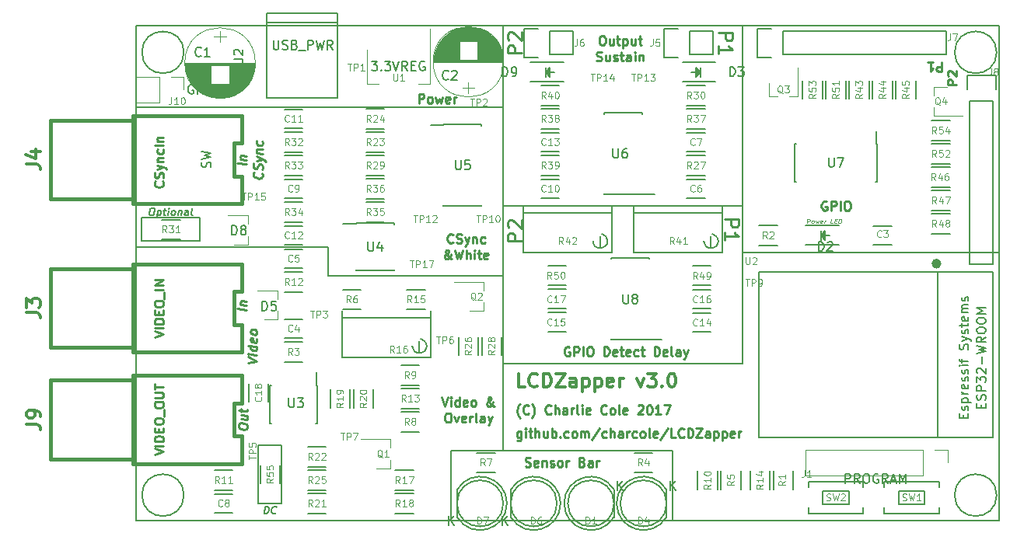
<source format=gbr>
G04 #@! TF.FileFunction,Legend,Top*
%FSLAX46Y46*%
G04 Gerber Fmt 4.6, Leading zero omitted, Abs format (unit mm)*
G04 Created by KiCad (PCBNEW 4.0.6) date Wednesday, 23 August 2017 'PMt' 20:48:00*
%MOMM*%
%LPD*%
G01*
G04 APERTURE LIST*
%ADD10C,0.100000*%
%ADD11C,0.250000*%
%ADD12C,0.200000*%
%ADD13C,0.125000*%
%ADD14C,0.150000*%
%ADD15C,0.300000*%
%ADD16C,0.120000*%
%ADD17C,0.500000*%
%ADD18C,0.381000*%
%ADD19C,0.304800*%
G04 APERTURE END LIST*
D10*
D11*
X132421381Y-116080882D02*
X132421381Y-115890405D01*
X132469000Y-115801119D01*
X132564238Y-115717786D01*
X132754714Y-115693976D01*
X133088048Y-115735643D01*
X133278524Y-115807071D01*
X133373762Y-115914214D01*
X133421381Y-116015405D01*
X133421381Y-116205882D01*
X133373762Y-116295167D01*
X133278524Y-116378500D01*
X133088048Y-116402310D01*
X132754714Y-116360643D01*
X132564238Y-116289215D01*
X132469000Y-116182072D01*
X132421381Y-116080882D01*
X132754714Y-114836833D02*
X133421381Y-114920167D01*
X132754714Y-115265405D02*
X133278524Y-115330881D01*
X133373762Y-115295167D01*
X133421381Y-115205882D01*
X133421381Y-115063024D01*
X133373762Y-114961833D01*
X133326143Y-114908262D01*
X132754714Y-114503500D02*
X132754714Y-114122548D01*
X132421381Y-114318977D02*
X133278524Y-114426119D01*
X133373762Y-114390405D01*
X133421381Y-114301120D01*
X133421381Y-114205882D01*
X133294381Y-103378929D02*
X132294381Y-103253929D01*
X132627714Y-102819405D02*
X133294381Y-102902739D01*
X132722952Y-102831310D02*
X132675333Y-102777739D01*
X132627714Y-102676548D01*
X132627714Y-102533690D01*
X132675333Y-102444405D01*
X132770571Y-102408690D01*
X133294381Y-102474167D01*
X133437381Y-109151310D02*
X134437381Y-108942977D01*
X133437381Y-108484643D01*
X134437381Y-108276310D02*
X133770714Y-108192976D01*
X133437381Y-108151310D02*
X133485000Y-108204881D01*
X133532619Y-108163214D01*
X133485000Y-108109643D01*
X133437381Y-108151310D01*
X133532619Y-108163214D01*
X134437381Y-107371548D02*
X133437381Y-107246548D01*
X134389762Y-107365595D02*
X134437381Y-107466786D01*
X134437381Y-107657263D01*
X134389762Y-107746548D01*
X134342143Y-107788215D01*
X134246905Y-107823929D01*
X133961190Y-107788215D01*
X133865952Y-107728691D01*
X133818333Y-107675120D01*
X133770714Y-107573929D01*
X133770714Y-107383452D01*
X133818333Y-107294167D01*
X134389762Y-106508452D02*
X134437381Y-106609643D01*
X134437381Y-106800120D01*
X134389762Y-106889405D01*
X134294524Y-106925119D01*
X133913571Y-106877500D01*
X133818333Y-106817977D01*
X133770714Y-106716786D01*
X133770714Y-106526309D01*
X133818333Y-106437024D01*
X133913571Y-106401309D01*
X134008810Y-106413214D01*
X134104048Y-106901310D01*
X134437381Y-105895358D02*
X134389762Y-105984643D01*
X134342143Y-106026310D01*
X134246905Y-106062024D01*
X133961190Y-106026310D01*
X133865952Y-105966786D01*
X133818333Y-105913215D01*
X133770714Y-105812024D01*
X133770714Y-105669166D01*
X133818333Y-105579881D01*
X133865952Y-105538214D01*
X133961190Y-105502500D01*
X134246905Y-105538214D01*
X134342143Y-105597738D01*
X134389762Y-105651309D01*
X134437381Y-105752500D01*
X134437381Y-105895358D01*
X133308381Y-87503929D02*
X132308381Y-87378929D01*
X132641714Y-86944405D02*
X133308381Y-87027739D01*
X132736952Y-86956310D02*
X132689333Y-86902739D01*
X132641714Y-86801548D01*
X132641714Y-86658690D01*
X132689333Y-86569405D01*
X132784571Y-86533690D01*
X133308381Y-86599167D01*
X134963143Y-88468214D02*
X135010762Y-88521785D01*
X135058381Y-88670595D01*
X135058381Y-88765833D01*
X135010762Y-88902738D01*
X134915524Y-88986071D01*
X134820286Y-89021786D01*
X134629810Y-89045595D01*
X134486952Y-89027738D01*
X134296476Y-88956309D01*
X134201238Y-88896786D01*
X134106000Y-88789643D01*
X134058381Y-88640833D01*
X134058381Y-88545595D01*
X134106000Y-88408690D01*
X134153619Y-88367023D01*
X135010762Y-88093214D02*
X135058381Y-87956310D01*
X135058381Y-87718214D01*
X135010762Y-87617023D01*
X134963143Y-87563452D01*
X134867905Y-87503928D01*
X134772667Y-87492023D01*
X134677429Y-87527738D01*
X134629810Y-87569404D01*
X134582190Y-87658690D01*
X134534571Y-87843214D01*
X134486952Y-87932500D01*
X134439333Y-87974167D01*
X134344095Y-88009881D01*
X134248857Y-87997976D01*
X134153619Y-87938452D01*
X134106000Y-87884881D01*
X134058381Y-87783691D01*
X134058381Y-87545595D01*
X134106000Y-87408690D01*
X134391714Y-87111071D02*
X135058381Y-86956310D01*
X134391714Y-86634880D02*
X135058381Y-86956310D01*
X135296476Y-87081310D01*
X135344095Y-87134881D01*
X135391714Y-87236071D01*
X134391714Y-86253928D02*
X135058381Y-86337262D01*
X134486952Y-86265833D02*
X134439333Y-86212262D01*
X134391714Y-86111071D01*
X134391714Y-85968213D01*
X134439333Y-85878928D01*
X134534571Y-85843213D01*
X135058381Y-85908690D01*
X135010762Y-84997975D02*
X135058381Y-85099166D01*
X135058381Y-85289643D01*
X135010762Y-85378928D01*
X134963143Y-85420595D01*
X134867905Y-85456309D01*
X134582190Y-85420595D01*
X134486952Y-85361071D01*
X134439333Y-85307500D01*
X134391714Y-85206309D01*
X134391714Y-85015832D01*
X134439333Y-84926547D01*
X210637381Y-78843095D02*
X209637381Y-78843095D01*
X209637381Y-78462142D01*
X209685000Y-78366904D01*
X209732619Y-78319285D01*
X209827857Y-78271666D01*
X209970714Y-78271666D01*
X210065952Y-78319285D01*
X210113571Y-78366904D01*
X210161190Y-78462142D01*
X210161190Y-78843095D01*
X209732619Y-77890714D02*
X209685000Y-77843095D01*
X209637381Y-77747857D01*
X209637381Y-77509761D01*
X209685000Y-77414523D01*
X209732619Y-77366904D01*
X209827857Y-77319285D01*
X209923095Y-77319285D01*
X210065952Y-77366904D01*
X210637381Y-77938333D01*
X210637381Y-77319285D01*
D12*
X121285000Y-126365000D02*
X121285000Y-96520000D01*
X215265000Y-126365000D02*
X121285000Y-126365000D01*
D11*
X185376429Y-93507858D02*
X186876429Y-93507858D01*
X186876429Y-94079286D01*
X186805000Y-94222144D01*
X186733571Y-94293572D01*
X186590714Y-94365001D01*
X186376429Y-94365001D01*
X186233571Y-94293572D01*
X186162143Y-94222144D01*
X186090714Y-94079286D01*
X186090714Y-93507858D01*
X185376429Y-95793572D02*
X185376429Y-94936429D01*
X185376429Y-95365001D02*
X186876429Y-95365001D01*
X186662143Y-95222144D01*
X186519286Y-95079286D01*
X186447857Y-94936429D01*
X163238571Y-95849142D02*
X161738571Y-95849142D01*
X161738571Y-95277714D01*
X161810000Y-95134856D01*
X161881429Y-95063428D01*
X162024286Y-94991999D01*
X162238571Y-94991999D01*
X162381429Y-95063428D01*
X162452857Y-95134856D01*
X162524286Y-95277714D01*
X162524286Y-95849142D01*
X161881429Y-94420571D02*
X161810000Y-94349142D01*
X161738571Y-94206285D01*
X161738571Y-93849142D01*
X161810000Y-93706285D01*
X161881429Y-93634856D01*
X162024286Y-93563428D01*
X162167143Y-93563428D01*
X162381429Y-93634856D01*
X163238571Y-94491999D01*
X163238571Y-93563428D01*
D13*
X194329584Y-93952190D02*
X194392084Y-93452190D01*
X194582560Y-93452190D01*
X194627203Y-93476000D01*
X194648036Y-93499810D01*
X194665893Y-93547429D01*
X194656965Y-93618857D01*
X194627203Y-93666476D01*
X194600417Y-93690286D01*
X194549822Y-93714095D01*
X194359346Y-93714095D01*
X194901012Y-93952190D02*
X194856369Y-93928381D01*
X194835537Y-93904571D01*
X194817679Y-93856952D01*
X194835536Y-93714095D01*
X194865299Y-93666476D01*
X194892084Y-93642667D01*
X194942679Y-93618857D01*
X195014108Y-93618857D01*
X195058751Y-93642667D01*
X195079584Y-93666476D01*
X195097441Y-93714095D01*
X195079584Y-93856952D01*
X195049822Y-93904571D01*
X195023036Y-93928381D01*
X194972441Y-93952190D01*
X194901012Y-93952190D01*
X195276013Y-93618857D02*
X195329584Y-93952190D01*
X195454584Y-93714095D01*
X195520060Y-93952190D01*
X195656965Y-93618857D01*
X195999227Y-93928381D02*
X195948632Y-93952190D01*
X195853394Y-93952190D01*
X195808751Y-93928381D01*
X195790894Y-93880762D01*
X195814703Y-93690286D01*
X195844466Y-93642667D01*
X195895061Y-93618857D01*
X195990299Y-93618857D01*
X196034942Y-93642667D01*
X196052798Y-93690286D01*
X196046846Y-93737905D01*
X195802799Y-93785524D01*
X196234346Y-93952190D02*
X196276013Y-93618857D01*
X196264108Y-93714095D02*
X196293870Y-93666476D01*
X196320656Y-93642667D01*
X196371251Y-93618857D01*
X196418870Y-93618857D01*
X197162917Y-93952190D02*
X196924822Y-93952190D01*
X196987322Y-93452190D01*
X197362322Y-93690286D02*
X197528988Y-93690286D01*
X197567679Y-93952190D02*
X197329584Y-93952190D01*
X197392084Y-93452190D01*
X197630179Y-93452190D01*
X197781965Y-93952190D02*
X197844465Y-93452190D01*
X197963512Y-93452190D01*
X198031965Y-93476000D01*
X198073632Y-93523619D01*
X198091488Y-93571238D01*
X198103394Y-93666476D01*
X198094465Y-93737905D01*
X198058750Y-93833143D01*
X198028989Y-93880762D01*
X197975417Y-93928381D01*
X197901012Y-93952190D01*
X197781965Y-93952190D01*
D12*
X122997380Y-92271905D02*
X123149761Y-92271905D01*
X123221190Y-92310000D01*
X123287856Y-92386190D01*
X123306904Y-92538571D01*
X123273570Y-92805238D01*
X123216428Y-92957619D01*
X123130714Y-93033810D01*
X123049761Y-93071905D01*
X122897380Y-93071905D01*
X122825952Y-93033810D01*
X122759285Y-92957619D01*
X122740237Y-92805238D01*
X122773571Y-92538571D01*
X122830713Y-92386190D01*
X122916428Y-92310000D01*
X122997380Y-92271905D01*
X123649761Y-92538571D02*
X123549761Y-93338571D01*
X123644999Y-92576667D02*
X123725952Y-92538571D01*
X123878333Y-92538571D01*
X123949761Y-92576667D01*
X123983094Y-92614762D01*
X124011666Y-92690952D01*
X123983095Y-92919524D01*
X123935475Y-92995714D01*
X123892618Y-93033810D01*
X123811666Y-93071905D01*
X123659285Y-93071905D01*
X123587856Y-93033810D01*
X124259285Y-92538571D02*
X124564047Y-92538571D01*
X124406904Y-92271905D02*
X124321190Y-92957619D01*
X124349761Y-93033810D01*
X124421190Y-93071905D01*
X124497380Y-93071905D01*
X124764047Y-93071905D02*
X124830714Y-92538571D01*
X124864047Y-92271905D02*
X124821190Y-92310000D01*
X124854523Y-92348095D01*
X124897380Y-92310000D01*
X124864047Y-92271905D01*
X124854523Y-92348095D01*
X125259285Y-93071905D02*
X125187856Y-93033810D01*
X125154523Y-92995714D01*
X125125952Y-92919524D01*
X125154523Y-92690952D01*
X125202142Y-92614762D01*
X125244999Y-92576667D01*
X125325952Y-92538571D01*
X125440238Y-92538571D01*
X125511666Y-92576667D01*
X125544999Y-92614762D01*
X125573571Y-92690952D01*
X125545000Y-92919524D01*
X125497380Y-92995714D01*
X125454523Y-93033810D01*
X125373571Y-93071905D01*
X125259285Y-93071905D01*
X125935476Y-92538571D02*
X125868809Y-93071905D01*
X125925952Y-92614762D02*
X125968809Y-92576667D01*
X126049762Y-92538571D01*
X126164048Y-92538571D01*
X126235476Y-92576667D01*
X126264047Y-92652857D01*
X126211666Y-93071905D01*
X126935476Y-93071905D02*
X126987857Y-92652857D01*
X126959286Y-92576667D01*
X126887858Y-92538571D01*
X126735477Y-92538571D01*
X126654524Y-92576667D01*
X126940238Y-93033810D02*
X126859286Y-93071905D01*
X126668810Y-93071905D01*
X126597381Y-93033810D01*
X126568810Y-92957619D01*
X126578333Y-92881429D01*
X126625952Y-92805238D01*
X126706905Y-92767143D01*
X126897381Y-92767143D01*
X126978333Y-92729048D01*
X127430715Y-93071905D02*
X127359286Y-93033810D01*
X127330715Y-92957619D01*
X127416429Y-92271905D01*
X128270000Y-93345000D02*
X121920000Y-93345000D01*
X128270000Y-95885000D02*
X128270000Y-93345000D01*
X121920000Y-95885000D02*
X128270000Y-95885000D01*
X121920000Y-93345000D02*
X121920000Y-95885000D01*
X135235238Y-125583905D02*
X135335238Y-124783905D01*
X135525714Y-124783905D01*
X135635238Y-124822000D01*
X135701905Y-124898190D01*
X135730476Y-124974381D01*
X135749524Y-125126762D01*
X135735238Y-125241048D01*
X135678095Y-125393429D01*
X135630477Y-125469619D01*
X135544762Y-125545810D01*
X135425714Y-125583905D01*
X135235238Y-125583905D01*
X136501905Y-125507714D02*
X136459048Y-125545810D01*
X136340000Y-125583905D01*
X136263810Y-125583905D01*
X136154286Y-125545810D01*
X136087619Y-125469619D01*
X136059047Y-125393429D01*
X136040000Y-125241048D01*
X136054286Y-125126762D01*
X136111428Y-124974381D01*
X136159047Y-124898190D01*
X136244762Y-124822000D01*
X136363810Y-124783905D01*
X136440000Y-124783905D01*
X136549524Y-124822000D01*
X136582857Y-124860095D01*
X134620000Y-124460000D02*
X134620000Y-118110000D01*
X137160000Y-124460000D02*
X134620000Y-124460000D01*
X137160000Y-118110000D02*
X137160000Y-124460000D01*
X134620000Y-118110000D02*
X137160000Y-118110000D01*
D11*
X209018095Y-76382619D02*
X209018095Y-77382619D01*
X208637142Y-77382619D01*
X208541904Y-77335000D01*
X208494285Y-77287381D01*
X208446666Y-77192143D01*
X208446666Y-77049286D01*
X208494285Y-76954048D01*
X208541904Y-76906429D01*
X208637142Y-76858810D01*
X209018095Y-76858810D01*
X207494285Y-76382619D02*
X208065714Y-76382619D01*
X207780000Y-76382619D02*
X207780000Y-77382619D01*
X207875238Y-77239762D01*
X207970476Y-77144524D01*
X208065714Y-77096905D01*
X163238571Y-75402142D02*
X161738571Y-75402142D01*
X161738571Y-74830714D01*
X161810000Y-74687856D01*
X161881429Y-74616428D01*
X162024286Y-74544999D01*
X162238571Y-74544999D01*
X162381429Y-74616428D01*
X162452857Y-74687856D01*
X162524286Y-74830714D01*
X162524286Y-75402142D01*
X161881429Y-73973571D02*
X161810000Y-73902142D01*
X161738571Y-73759285D01*
X161738571Y-73402142D01*
X161810000Y-73259285D01*
X161881429Y-73187856D01*
X162024286Y-73116428D01*
X162167143Y-73116428D01*
X162381429Y-73187856D01*
X163238571Y-74044999D01*
X163238571Y-73116428D01*
X184741429Y-73187858D02*
X186241429Y-73187858D01*
X186241429Y-73759286D01*
X186170000Y-73902144D01*
X186098571Y-73973572D01*
X185955714Y-74045001D01*
X185741429Y-74045001D01*
X185598571Y-73973572D01*
X185527143Y-73902144D01*
X185455714Y-73759286D01*
X185455714Y-73187858D01*
X184741429Y-75473572D02*
X184741429Y-74616429D01*
X184741429Y-75045001D02*
X186241429Y-75045001D01*
X186027143Y-74902144D01*
X185884286Y-74759286D01*
X185812857Y-74616429D01*
X163083810Y-115133333D02*
X163036190Y-115085714D01*
X162940952Y-114942857D01*
X162893333Y-114847619D01*
X162845714Y-114704762D01*
X162798095Y-114466667D01*
X162798095Y-114276190D01*
X162845714Y-114038095D01*
X162893333Y-113895238D01*
X162940952Y-113800000D01*
X163036190Y-113657143D01*
X163083810Y-113609524D01*
X164036191Y-114657143D02*
X163988572Y-114704762D01*
X163845715Y-114752381D01*
X163750477Y-114752381D01*
X163607619Y-114704762D01*
X163512381Y-114609524D01*
X163464762Y-114514286D01*
X163417143Y-114323810D01*
X163417143Y-114180952D01*
X163464762Y-113990476D01*
X163512381Y-113895238D01*
X163607619Y-113800000D01*
X163750477Y-113752381D01*
X163845715Y-113752381D01*
X163988572Y-113800000D01*
X164036191Y-113847619D01*
X164369524Y-115133333D02*
X164417143Y-115085714D01*
X164512381Y-114942857D01*
X164560000Y-114847619D01*
X164607619Y-114704762D01*
X164655238Y-114466667D01*
X164655238Y-114276190D01*
X164607619Y-114038095D01*
X164560000Y-113895238D01*
X164512381Y-113800000D01*
X164417143Y-113657143D01*
X164369524Y-113609524D01*
X166464763Y-114657143D02*
X166417144Y-114704762D01*
X166274287Y-114752381D01*
X166179049Y-114752381D01*
X166036191Y-114704762D01*
X165940953Y-114609524D01*
X165893334Y-114514286D01*
X165845715Y-114323810D01*
X165845715Y-114180952D01*
X165893334Y-113990476D01*
X165940953Y-113895238D01*
X166036191Y-113800000D01*
X166179049Y-113752381D01*
X166274287Y-113752381D01*
X166417144Y-113800000D01*
X166464763Y-113847619D01*
X166893334Y-114752381D02*
X166893334Y-113752381D01*
X167321906Y-114752381D02*
X167321906Y-114228571D01*
X167274287Y-114133333D01*
X167179049Y-114085714D01*
X167036191Y-114085714D01*
X166940953Y-114133333D01*
X166893334Y-114180952D01*
X168226668Y-114752381D02*
X168226668Y-114228571D01*
X168179049Y-114133333D01*
X168083811Y-114085714D01*
X167893334Y-114085714D01*
X167798096Y-114133333D01*
X168226668Y-114704762D02*
X168131430Y-114752381D01*
X167893334Y-114752381D01*
X167798096Y-114704762D01*
X167750477Y-114609524D01*
X167750477Y-114514286D01*
X167798096Y-114419048D01*
X167893334Y-114371429D01*
X168131430Y-114371429D01*
X168226668Y-114323810D01*
X168702858Y-114752381D02*
X168702858Y-114085714D01*
X168702858Y-114276190D02*
X168750477Y-114180952D01*
X168798096Y-114133333D01*
X168893334Y-114085714D01*
X168988573Y-114085714D01*
X169464763Y-114752381D02*
X169369525Y-114704762D01*
X169321906Y-114609524D01*
X169321906Y-113752381D01*
X169845716Y-114752381D02*
X169845716Y-114085714D01*
X169845716Y-113752381D02*
X169798097Y-113800000D01*
X169845716Y-113847619D01*
X169893335Y-113800000D01*
X169845716Y-113752381D01*
X169845716Y-113847619D01*
X170702859Y-114704762D02*
X170607621Y-114752381D01*
X170417144Y-114752381D01*
X170321906Y-114704762D01*
X170274287Y-114609524D01*
X170274287Y-114228571D01*
X170321906Y-114133333D01*
X170417144Y-114085714D01*
X170607621Y-114085714D01*
X170702859Y-114133333D01*
X170750478Y-114228571D01*
X170750478Y-114323810D01*
X170274287Y-114419048D01*
X172512383Y-114657143D02*
X172464764Y-114704762D01*
X172321907Y-114752381D01*
X172226669Y-114752381D01*
X172083811Y-114704762D01*
X171988573Y-114609524D01*
X171940954Y-114514286D01*
X171893335Y-114323810D01*
X171893335Y-114180952D01*
X171940954Y-113990476D01*
X171988573Y-113895238D01*
X172083811Y-113800000D01*
X172226669Y-113752381D01*
X172321907Y-113752381D01*
X172464764Y-113800000D01*
X172512383Y-113847619D01*
X173083811Y-114752381D02*
X172988573Y-114704762D01*
X172940954Y-114657143D01*
X172893335Y-114561905D01*
X172893335Y-114276190D01*
X172940954Y-114180952D01*
X172988573Y-114133333D01*
X173083811Y-114085714D01*
X173226669Y-114085714D01*
X173321907Y-114133333D01*
X173369526Y-114180952D01*
X173417145Y-114276190D01*
X173417145Y-114561905D01*
X173369526Y-114657143D01*
X173321907Y-114704762D01*
X173226669Y-114752381D01*
X173083811Y-114752381D01*
X173988573Y-114752381D02*
X173893335Y-114704762D01*
X173845716Y-114609524D01*
X173845716Y-113752381D01*
X174750479Y-114704762D02*
X174655241Y-114752381D01*
X174464764Y-114752381D01*
X174369526Y-114704762D01*
X174321907Y-114609524D01*
X174321907Y-114228571D01*
X174369526Y-114133333D01*
X174464764Y-114085714D01*
X174655241Y-114085714D01*
X174750479Y-114133333D01*
X174798098Y-114228571D01*
X174798098Y-114323810D01*
X174321907Y-114419048D01*
X175940955Y-113847619D02*
X175988574Y-113800000D01*
X176083812Y-113752381D01*
X176321908Y-113752381D01*
X176417146Y-113800000D01*
X176464765Y-113847619D01*
X176512384Y-113942857D01*
X176512384Y-114038095D01*
X176464765Y-114180952D01*
X175893336Y-114752381D01*
X176512384Y-114752381D01*
X177131431Y-113752381D02*
X177226670Y-113752381D01*
X177321908Y-113800000D01*
X177369527Y-113847619D01*
X177417146Y-113942857D01*
X177464765Y-114133333D01*
X177464765Y-114371429D01*
X177417146Y-114561905D01*
X177369527Y-114657143D01*
X177321908Y-114704762D01*
X177226670Y-114752381D01*
X177131431Y-114752381D01*
X177036193Y-114704762D01*
X176988574Y-114657143D01*
X176940955Y-114561905D01*
X176893336Y-114371429D01*
X176893336Y-114133333D01*
X176940955Y-113942857D01*
X176988574Y-113847619D01*
X177036193Y-113800000D01*
X177131431Y-113752381D01*
X178417146Y-114752381D02*
X177845717Y-114752381D01*
X178131431Y-114752381D02*
X178131431Y-113752381D01*
X178036193Y-113895238D01*
X177940955Y-113990476D01*
X177845717Y-114038095D01*
X178750479Y-113752381D02*
X179417146Y-113752381D01*
X178988574Y-114752381D01*
X152074809Y-80843381D02*
X152074809Y-79843381D01*
X152455762Y-79843381D01*
X152551000Y-79891000D01*
X152598619Y-79938619D01*
X152646238Y-80033857D01*
X152646238Y-80176714D01*
X152598619Y-80271952D01*
X152551000Y-80319571D01*
X152455762Y-80367190D01*
X152074809Y-80367190D01*
X153217666Y-80843381D02*
X153122428Y-80795762D01*
X153074809Y-80748143D01*
X153027190Y-80652905D01*
X153027190Y-80367190D01*
X153074809Y-80271952D01*
X153122428Y-80224333D01*
X153217666Y-80176714D01*
X153360524Y-80176714D01*
X153455762Y-80224333D01*
X153503381Y-80271952D01*
X153551000Y-80367190D01*
X153551000Y-80652905D01*
X153503381Y-80748143D01*
X153455762Y-80795762D01*
X153360524Y-80843381D01*
X153217666Y-80843381D01*
X153884333Y-80176714D02*
X154074809Y-80843381D01*
X154265286Y-80367190D01*
X154455762Y-80843381D01*
X154646238Y-80176714D01*
X155408143Y-80795762D02*
X155312905Y-80843381D01*
X155122428Y-80843381D01*
X155027190Y-80795762D01*
X154979571Y-80700524D01*
X154979571Y-80319571D01*
X155027190Y-80224333D01*
X155122428Y-80176714D01*
X155312905Y-80176714D01*
X155408143Y-80224333D01*
X155455762Y-80319571D01*
X155455762Y-80414810D01*
X154979571Y-80510048D01*
X155884333Y-80843381D02*
X155884333Y-80176714D01*
X155884333Y-80367190D02*
X155931952Y-80271952D01*
X155979571Y-80224333D01*
X156074809Y-80176714D01*
X156170048Y-80176714D01*
D12*
X161290000Y-109220000D02*
X161290000Y-118745000D01*
D11*
X154575238Y-112877381D02*
X154908571Y-113877381D01*
X155241905Y-112877381D01*
X155575238Y-113877381D02*
X155575238Y-113210714D01*
X155575238Y-112877381D02*
X155527619Y-112925000D01*
X155575238Y-112972619D01*
X155622857Y-112925000D01*
X155575238Y-112877381D01*
X155575238Y-112972619D01*
X156480000Y-113877381D02*
X156480000Y-112877381D01*
X156480000Y-113829762D02*
X156384762Y-113877381D01*
X156194285Y-113877381D01*
X156099047Y-113829762D01*
X156051428Y-113782143D01*
X156003809Y-113686905D01*
X156003809Y-113401190D01*
X156051428Y-113305952D01*
X156099047Y-113258333D01*
X156194285Y-113210714D01*
X156384762Y-113210714D01*
X156480000Y-113258333D01*
X157337143Y-113829762D02*
X157241905Y-113877381D01*
X157051428Y-113877381D01*
X156956190Y-113829762D01*
X156908571Y-113734524D01*
X156908571Y-113353571D01*
X156956190Y-113258333D01*
X157051428Y-113210714D01*
X157241905Y-113210714D01*
X157337143Y-113258333D01*
X157384762Y-113353571D01*
X157384762Y-113448810D01*
X156908571Y-113544048D01*
X157956190Y-113877381D02*
X157860952Y-113829762D01*
X157813333Y-113782143D01*
X157765714Y-113686905D01*
X157765714Y-113401190D01*
X157813333Y-113305952D01*
X157860952Y-113258333D01*
X157956190Y-113210714D01*
X158099048Y-113210714D01*
X158194286Y-113258333D01*
X158241905Y-113305952D01*
X158289524Y-113401190D01*
X158289524Y-113686905D01*
X158241905Y-113782143D01*
X158194286Y-113829762D01*
X158099048Y-113877381D01*
X157956190Y-113877381D01*
X160289524Y-113877381D02*
X160241905Y-113877381D01*
X160146667Y-113829762D01*
X160003810Y-113686905D01*
X159765715Y-113401190D01*
X159670476Y-113258333D01*
X159622857Y-113115476D01*
X159622857Y-113020238D01*
X159670476Y-112925000D01*
X159765715Y-112877381D01*
X159813334Y-112877381D01*
X159908572Y-112925000D01*
X159956191Y-113020238D01*
X159956191Y-113067857D01*
X159908572Y-113163095D01*
X159860953Y-113210714D01*
X159575238Y-113401190D01*
X159527619Y-113448810D01*
X159480000Y-113544048D01*
X159480000Y-113686905D01*
X159527619Y-113782143D01*
X159575238Y-113829762D01*
X159670476Y-113877381D01*
X159813334Y-113877381D01*
X159908572Y-113829762D01*
X159956191Y-113782143D01*
X160099048Y-113591667D01*
X160146667Y-113448810D01*
X160146667Y-113353571D01*
X155170475Y-114627381D02*
X155360952Y-114627381D01*
X155456190Y-114675000D01*
X155551428Y-114770238D01*
X155599047Y-114960714D01*
X155599047Y-115294048D01*
X155551428Y-115484524D01*
X155456190Y-115579762D01*
X155360952Y-115627381D01*
X155170475Y-115627381D01*
X155075237Y-115579762D01*
X154979999Y-115484524D01*
X154932380Y-115294048D01*
X154932380Y-114960714D01*
X154979999Y-114770238D01*
X155075237Y-114675000D01*
X155170475Y-114627381D01*
X155932380Y-114960714D02*
X156170475Y-115627381D01*
X156408571Y-114960714D01*
X157170476Y-115579762D02*
X157075238Y-115627381D01*
X156884761Y-115627381D01*
X156789523Y-115579762D01*
X156741904Y-115484524D01*
X156741904Y-115103571D01*
X156789523Y-115008333D01*
X156884761Y-114960714D01*
X157075238Y-114960714D01*
X157170476Y-115008333D01*
X157218095Y-115103571D01*
X157218095Y-115198810D01*
X156741904Y-115294048D01*
X157646666Y-115627381D02*
X157646666Y-114960714D01*
X157646666Y-115151190D02*
X157694285Y-115055952D01*
X157741904Y-115008333D01*
X157837142Y-114960714D01*
X157932381Y-114960714D01*
X158408571Y-115627381D02*
X158313333Y-115579762D01*
X158265714Y-115484524D01*
X158265714Y-114627381D01*
X159218096Y-115627381D02*
X159218096Y-115103571D01*
X159170477Y-115008333D01*
X159075239Y-114960714D01*
X158884762Y-114960714D01*
X158789524Y-115008333D01*
X159218096Y-115579762D02*
X159122858Y-115627381D01*
X158884762Y-115627381D01*
X158789524Y-115579762D01*
X158741905Y-115484524D01*
X158741905Y-115389286D01*
X158789524Y-115294048D01*
X158884762Y-115246429D01*
X159122858Y-115246429D01*
X159218096Y-115198810D01*
X159599048Y-114960714D02*
X159837143Y-115627381D01*
X160075239Y-114960714D02*
X159837143Y-115627381D01*
X159741905Y-115865476D01*
X159694286Y-115913095D01*
X159599048Y-115960714D01*
X155797429Y-96002143D02*
X155749810Y-96049762D01*
X155606953Y-96097381D01*
X155511715Y-96097381D01*
X155368857Y-96049762D01*
X155273619Y-95954524D01*
X155226000Y-95859286D01*
X155178381Y-95668810D01*
X155178381Y-95525952D01*
X155226000Y-95335476D01*
X155273619Y-95240238D01*
X155368857Y-95145000D01*
X155511715Y-95097381D01*
X155606953Y-95097381D01*
X155749810Y-95145000D01*
X155797429Y-95192619D01*
X156178381Y-96049762D02*
X156321238Y-96097381D01*
X156559334Y-96097381D01*
X156654572Y-96049762D01*
X156702191Y-96002143D01*
X156749810Y-95906905D01*
X156749810Y-95811667D01*
X156702191Y-95716429D01*
X156654572Y-95668810D01*
X156559334Y-95621190D01*
X156368857Y-95573571D01*
X156273619Y-95525952D01*
X156226000Y-95478333D01*
X156178381Y-95383095D01*
X156178381Y-95287857D01*
X156226000Y-95192619D01*
X156273619Y-95145000D01*
X156368857Y-95097381D01*
X156606953Y-95097381D01*
X156749810Y-95145000D01*
X157083143Y-95430714D02*
X157321238Y-96097381D01*
X157559334Y-95430714D02*
X157321238Y-96097381D01*
X157226000Y-96335476D01*
X157178381Y-96383095D01*
X157083143Y-96430714D01*
X157940286Y-95430714D02*
X157940286Y-96097381D01*
X157940286Y-95525952D02*
X157987905Y-95478333D01*
X158083143Y-95430714D01*
X158226001Y-95430714D01*
X158321239Y-95478333D01*
X158368858Y-95573571D01*
X158368858Y-96097381D01*
X159273620Y-96049762D02*
X159178382Y-96097381D01*
X158987905Y-96097381D01*
X158892667Y-96049762D01*
X158845048Y-96002143D01*
X158797429Y-95906905D01*
X158797429Y-95621190D01*
X158845048Y-95525952D01*
X158892667Y-95478333D01*
X158987905Y-95430714D01*
X159178382Y-95430714D01*
X159273620Y-95478333D01*
X155678381Y-97847381D02*
X155630762Y-97847381D01*
X155535524Y-97799762D01*
X155392667Y-97656905D01*
X155154572Y-97371190D01*
X155059333Y-97228333D01*
X155011714Y-97085476D01*
X155011714Y-96990238D01*
X155059333Y-96895000D01*
X155154572Y-96847381D01*
X155202191Y-96847381D01*
X155297429Y-96895000D01*
X155345048Y-96990238D01*
X155345048Y-97037857D01*
X155297429Y-97133095D01*
X155249810Y-97180714D01*
X154964095Y-97371190D01*
X154916476Y-97418810D01*
X154868857Y-97514048D01*
X154868857Y-97656905D01*
X154916476Y-97752143D01*
X154964095Y-97799762D01*
X155059333Y-97847381D01*
X155202191Y-97847381D01*
X155297429Y-97799762D01*
X155345048Y-97752143D01*
X155487905Y-97561667D01*
X155535524Y-97418810D01*
X155535524Y-97323571D01*
X156011714Y-96847381D02*
X156249809Y-97847381D01*
X156440286Y-97133095D01*
X156630762Y-97847381D01*
X156868857Y-96847381D01*
X157249809Y-97847381D02*
X157249809Y-96847381D01*
X157678381Y-97847381D02*
X157678381Y-97323571D01*
X157630762Y-97228333D01*
X157535524Y-97180714D01*
X157392666Y-97180714D01*
X157297428Y-97228333D01*
X157249809Y-97275952D01*
X158154571Y-97847381D02*
X158154571Y-97180714D01*
X158154571Y-96847381D02*
X158106952Y-96895000D01*
X158154571Y-96942619D01*
X158202190Y-96895000D01*
X158154571Y-96847381D01*
X158154571Y-96942619D01*
X158487904Y-97180714D02*
X158868856Y-97180714D01*
X158630761Y-96847381D02*
X158630761Y-97704524D01*
X158678380Y-97799762D01*
X158773618Y-97847381D01*
X158868856Y-97847381D01*
X159583143Y-97799762D02*
X159487905Y-97847381D01*
X159297428Y-97847381D01*
X159202190Y-97799762D01*
X159154571Y-97704524D01*
X159154571Y-97323571D01*
X159202190Y-97228333D01*
X159297428Y-97180714D01*
X159487905Y-97180714D01*
X159583143Y-97228333D01*
X159630762Y-97323571D01*
X159630762Y-97418810D01*
X159154571Y-97514048D01*
D12*
X121285000Y-78740000D02*
X121285000Y-96520000D01*
X161290000Y-81280000D02*
X121285000Y-81280000D01*
X142240000Y-99695000D02*
X161290000Y-99695000D01*
X142240000Y-96520000D02*
X142240000Y-99695000D01*
X121285000Y-96520000D02*
X142240000Y-96520000D01*
X161290000Y-72390000D02*
X161290000Y-85725000D01*
X121285000Y-72390000D02*
X161290000Y-72390000D01*
X121285000Y-78740000D02*
X121285000Y-72390000D01*
X161290000Y-81280000D02*
X121285000Y-81280000D01*
D11*
X163663809Y-120419762D02*
X163806666Y-120467381D01*
X164044762Y-120467381D01*
X164140000Y-120419762D01*
X164187619Y-120372143D01*
X164235238Y-120276905D01*
X164235238Y-120181667D01*
X164187619Y-120086429D01*
X164140000Y-120038810D01*
X164044762Y-119991190D01*
X163854285Y-119943571D01*
X163759047Y-119895952D01*
X163711428Y-119848333D01*
X163663809Y-119753095D01*
X163663809Y-119657857D01*
X163711428Y-119562619D01*
X163759047Y-119515000D01*
X163854285Y-119467381D01*
X164092381Y-119467381D01*
X164235238Y-119515000D01*
X165044762Y-120419762D02*
X164949524Y-120467381D01*
X164759047Y-120467381D01*
X164663809Y-120419762D01*
X164616190Y-120324524D01*
X164616190Y-119943571D01*
X164663809Y-119848333D01*
X164759047Y-119800714D01*
X164949524Y-119800714D01*
X165044762Y-119848333D01*
X165092381Y-119943571D01*
X165092381Y-120038810D01*
X164616190Y-120134048D01*
X165520952Y-119800714D02*
X165520952Y-120467381D01*
X165520952Y-119895952D02*
X165568571Y-119848333D01*
X165663809Y-119800714D01*
X165806667Y-119800714D01*
X165901905Y-119848333D01*
X165949524Y-119943571D01*
X165949524Y-120467381D01*
X166378095Y-120419762D02*
X166473333Y-120467381D01*
X166663809Y-120467381D01*
X166759048Y-120419762D01*
X166806667Y-120324524D01*
X166806667Y-120276905D01*
X166759048Y-120181667D01*
X166663809Y-120134048D01*
X166520952Y-120134048D01*
X166425714Y-120086429D01*
X166378095Y-119991190D01*
X166378095Y-119943571D01*
X166425714Y-119848333D01*
X166520952Y-119800714D01*
X166663809Y-119800714D01*
X166759048Y-119848333D01*
X167378095Y-120467381D02*
X167282857Y-120419762D01*
X167235238Y-120372143D01*
X167187619Y-120276905D01*
X167187619Y-119991190D01*
X167235238Y-119895952D01*
X167282857Y-119848333D01*
X167378095Y-119800714D01*
X167520953Y-119800714D01*
X167616191Y-119848333D01*
X167663810Y-119895952D01*
X167711429Y-119991190D01*
X167711429Y-120276905D01*
X167663810Y-120372143D01*
X167616191Y-120419762D01*
X167520953Y-120467381D01*
X167378095Y-120467381D01*
X168140000Y-120467381D02*
X168140000Y-119800714D01*
X168140000Y-119991190D02*
X168187619Y-119895952D01*
X168235238Y-119848333D01*
X168330476Y-119800714D01*
X168425715Y-119800714D01*
X169854287Y-119943571D02*
X169997144Y-119991190D01*
X170044763Y-120038810D01*
X170092382Y-120134048D01*
X170092382Y-120276905D01*
X170044763Y-120372143D01*
X169997144Y-120419762D01*
X169901906Y-120467381D01*
X169520953Y-120467381D01*
X169520953Y-119467381D01*
X169854287Y-119467381D01*
X169949525Y-119515000D01*
X169997144Y-119562619D01*
X170044763Y-119657857D01*
X170044763Y-119753095D01*
X169997144Y-119848333D01*
X169949525Y-119895952D01*
X169854287Y-119943571D01*
X169520953Y-119943571D01*
X170949525Y-120467381D02*
X170949525Y-119943571D01*
X170901906Y-119848333D01*
X170806668Y-119800714D01*
X170616191Y-119800714D01*
X170520953Y-119848333D01*
X170949525Y-120419762D02*
X170854287Y-120467381D01*
X170616191Y-120467381D01*
X170520953Y-120419762D01*
X170473334Y-120324524D01*
X170473334Y-120229286D01*
X170520953Y-120134048D01*
X170616191Y-120086429D01*
X170854287Y-120086429D01*
X170949525Y-120038810D01*
X171425715Y-120467381D02*
X171425715Y-119800714D01*
X171425715Y-119991190D02*
X171473334Y-119895952D01*
X171520953Y-119848333D01*
X171616191Y-119800714D01*
X171711430Y-119800714D01*
D12*
X187325000Y-109220000D02*
X187325000Y-97155000D01*
X182245000Y-109220000D02*
X187325000Y-109220000D01*
D11*
X196485001Y-91575000D02*
X196389763Y-91527381D01*
X196246906Y-91527381D01*
X196104048Y-91575000D01*
X196008810Y-91670238D01*
X195961191Y-91765476D01*
X195913572Y-91955952D01*
X195913572Y-92098810D01*
X195961191Y-92289286D01*
X196008810Y-92384524D01*
X196104048Y-92479762D01*
X196246906Y-92527381D01*
X196342144Y-92527381D01*
X196485001Y-92479762D01*
X196532620Y-92432143D01*
X196532620Y-92098810D01*
X196342144Y-92098810D01*
X196961191Y-92527381D02*
X196961191Y-91527381D01*
X197342144Y-91527381D01*
X197437382Y-91575000D01*
X197485001Y-91622619D01*
X197532620Y-91717857D01*
X197532620Y-91860714D01*
X197485001Y-91955952D01*
X197437382Y-92003571D01*
X197342144Y-92051190D01*
X196961191Y-92051190D01*
X197961191Y-92527381D02*
X197961191Y-91527381D01*
X198627857Y-91527381D02*
X198818334Y-91527381D01*
X198913572Y-91575000D01*
X199008810Y-91670238D01*
X199056429Y-91860714D01*
X199056429Y-92194048D01*
X199008810Y-92384524D01*
X198913572Y-92479762D01*
X198818334Y-92527381D01*
X198627857Y-92527381D01*
X198532619Y-92479762D01*
X198437381Y-92384524D01*
X198389762Y-92194048D01*
X198389762Y-91860714D01*
X198437381Y-91670238D01*
X198532619Y-91575000D01*
X198627857Y-91527381D01*
X171966190Y-73507381D02*
X172156667Y-73507381D01*
X172251905Y-73555000D01*
X172347143Y-73650238D01*
X172394762Y-73840714D01*
X172394762Y-74174048D01*
X172347143Y-74364524D01*
X172251905Y-74459762D01*
X172156667Y-74507381D01*
X171966190Y-74507381D01*
X171870952Y-74459762D01*
X171775714Y-74364524D01*
X171728095Y-74174048D01*
X171728095Y-73840714D01*
X171775714Y-73650238D01*
X171870952Y-73555000D01*
X171966190Y-73507381D01*
X173251905Y-73840714D02*
X173251905Y-74507381D01*
X172823333Y-73840714D02*
X172823333Y-74364524D01*
X172870952Y-74459762D01*
X172966190Y-74507381D01*
X173109048Y-74507381D01*
X173204286Y-74459762D01*
X173251905Y-74412143D01*
X173585238Y-73840714D02*
X173966190Y-73840714D01*
X173728095Y-73507381D02*
X173728095Y-74364524D01*
X173775714Y-74459762D01*
X173870952Y-74507381D01*
X173966190Y-74507381D01*
X174299524Y-73840714D02*
X174299524Y-74840714D01*
X174299524Y-73888333D02*
X174394762Y-73840714D01*
X174585239Y-73840714D01*
X174680477Y-73888333D01*
X174728096Y-73935952D01*
X174775715Y-74031190D01*
X174775715Y-74316905D01*
X174728096Y-74412143D01*
X174680477Y-74459762D01*
X174585239Y-74507381D01*
X174394762Y-74507381D01*
X174299524Y-74459762D01*
X175632858Y-73840714D02*
X175632858Y-74507381D01*
X175204286Y-73840714D02*
X175204286Y-74364524D01*
X175251905Y-74459762D01*
X175347143Y-74507381D01*
X175490001Y-74507381D01*
X175585239Y-74459762D01*
X175632858Y-74412143D01*
X175966191Y-73840714D02*
X176347143Y-73840714D01*
X176109048Y-73507381D02*
X176109048Y-74364524D01*
X176156667Y-74459762D01*
X176251905Y-74507381D01*
X176347143Y-74507381D01*
X171418571Y-76209762D02*
X171561428Y-76257381D01*
X171799524Y-76257381D01*
X171894762Y-76209762D01*
X171942381Y-76162143D01*
X171990000Y-76066905D01*
X171990000Y-75971667D01*
X171942381Y-75876429D01*
X171894762Y-75828810D01*
X171799524Y-75781190D01*
X171609047Y-75733571D01*
X171513809Y-75685952D01*
X171466190Y-75638333D01*
X171418571Y-75543095D01*
X171418571Y-75447857D01*
X171466190Y-75352619D01*
X171513809Y-75305000D01*
X171609047Y-75257381D01*
X171847143Y-75257381D01*
X171990000Y-75305000D01*
X172847143Y-75590714D02*
X172847143Y-76257381D01*
X172418571Y-75590714D02*
X172418571Y-76114524D01*
X172466190Y-76209762D01*
X172561428Y-76257381D01*
X172704286Y-76257381D01*
X172799524Y-76209762D01*
X172847143Y-76162143D01*
X173275714Y-76209762D02*
X173370952Y-76257381D01*
X173561428Y-76257381D01*
X173656667Y-76209762D01*
X173704286Y-76114524D01*
X173704286Y-76066905D01*
X173656667Y-75971667D01*
X173561428Y-75924048D01*
X173418571Y-75924048D01*
X173323333Y-75876429D01*
X173275714Y-75781190D01*
X173275714Y-75733571D01*
X173323333Y-75638333D01*
X173418571Y-75590714D01*
X173561428Y-75590714D01*
X173656667Y-75638333D01*
X173990000Y-75590714D02*
X174370952Y-75590714D01*
X174132857Y-75257381D02*
X174132857Y-76114524D01*
X174180476Y-76209762D01*
X174275714Y-76257381D01*
X174370952Y-76257381D01*
X175132858Y-76257381D02*
X175132858Y-75733571D01*
X175085239Y-75638333D01*
X174990001Y-75590714D01*
X174799524Y-75590714D01*
X174704286Y-75638333D01*
X175132858Y-76209762D02*
X175037620Y-76257381D01*
X174799524Y-76257381D01*
X174704286Y-76209762D01*
X174656667Y-76114524D01*
X174656667Y-76019286D01*
X174704286Y-75924048D01*
X174799524Y-75876429D01*
X175037620Y-75876429D01*
X175132858Y-75828810D01*
X175609048Y-76257381D02*
X175609048Y-75590714D01*
X175609048Y-75257381D02*
X175561429Y-75305000D01*
X175609048Y-75352619D01*
X175656667Y-75305000D01*
X175609048Y-75257381D01*
X175609048Y-75352619D01*
X176085238Y-75590714D02*
X176085238Y-76257381D01*
X176085238Y-75685952D02*
X176132857Y-75638333D01*
X176228095Y-75590714D01*
X176370953Y-75590714D01*
X176466191Y-75638333D01*
X176513810Y-75733571D01*
X176513810Y-76257381D01*
X168482142Y-107450000D02*
X168386904Y-107402381D01*
X168244047Y-107402381D01*
X168101189Y-107450000D01*
X168005951Y-107545238D01*
X167958332Y-107640476D01*
X167910713Y-107830952D01*
X167910713Y-107973810D01*
X167958332Y-108164286D01*
X168005951Y-108259524D01*
X168101189Y-108354762D01*
X168244047Y-108402381D01*
X168339285Y-108402381D01*
X168482142Y-108354762D01*
X168529761Y-108307143D01*
X168529761Y-107973810D01*
X168339285Y-107973810D01*
X168958332Y-108402381D02*
X168958332Y-107402381D01*
X169339285Y-107402381D01*
X169434523Y-107450000D01*
X169482142Y-107497619D01*
X169529761Y-107592857D01*
X169529761Y-107735714D01*
X169482142Y-107830952D01*
X169434523Y-107878571D01*
X169339285Y-107926190D01*
X168958332Y-107926190D01*
X169958332Y-108402381D02*
X169958332Y-107402381D01*
X170624998Y-107402381D02*
X170815475Y-107402381D01*
X170910713Y-107450000D01*
X171005951Y-107545238D01*
X171053570Y-107735714D01*
X171053570Y-108069048D01*
X171005951Y-108259524D01*
X170910713Y-108354762D01*
X170815475Y-108402381D01*
X170624998Y-108402381D01*
X170529760Y-108354762D01*
X170434522Y-108259524D01*
X170386903Y-108069048D01*
X170386903Y-107735714D01*
X170434522Y-107545238D01*
X170529760Y-107450000D01*
X170624998Y-107402381D01*
X172244046Y-108402381D02*
X172244046Y-107402381D01*
X172482141Y-107402381D01*
X172624999Y-107450000D01*
X172720237Y-107545238D01*
X172767856Y-107640476D01*
X172815475Y-107830952D01*
X172815475Y-107973810D01*
X172767856Y-108164286D01*
X172720237Y-108259524D01*
X172624999Y-108354762D01*
X172482141Y-108402381D01*
X172244046Y-108402381D01*
X173624999Y-108354762D02*
X173529761Y-108402381D01*
X173339284Y-108402381D01*
X173244046Y-108354762D01*
X173196427Y-108259524D01*
X173196427Y-107878571D01*
X173244046Y-107783333D01*
X173339284Y-107735714D01*
X173529761Y-107735714D01*
X173624999Y-107783333D01*
X173672618Y-107878571D01*
X173672618Y-107973810D01*
X173196427Y-108069048D01*
X173958332Y-107735714D02*
X174339284Y-107735714D01*
X174101189Y-107402381D02*
X174101189Y-108259524D01*
X174148808Y-108354762D01*
X174244046Y-108402381D01*
X174339284Y-108402381D01*
X175053571Y-108354762D02*
X174958333Y-108402381D01*
X174767856Y-108402381D01*
X174672618Y-108354762D01*
X174624999Y-108259524D01*
X174624999Y-107878571D01*
X174672618Y-107783333D01*
X174767856Y-107735714D01*
X174958333Y-107735714D01*
X175053571Y-107783333D01*
X175101190Y-107878571D01*
X175101190Y-107973810D01*
X174624999Y-108069048D01*
X175958333Y-108354762D02*
X175863095Y-108402381D01*
X175672618Y-108402381D01*
X175577380Y-108354762D01*
X175529761Y-108307143D01*
X175482142Y-108211905D01*
X175482142Y-107926190D01*
X175529761Y-107830952D01*
X175577380Y-107783333D01*
X175672618Y-107735714D01*
X175863095Y-107735714D01*
X175958333Y-107783333D01*
X176244047Y-107735714D02*
X176624999Y-107735714D01*
X176386904Y-107402381D02*
X176386904Y-108259524D01*
X176434523Y-108354762D01*
X176529761Y-108402381D01*
X176624999Y-108402381D01*
X177720238Y-108402381D02*
X177720238Y-107402381D01*
X177958333Y-107402381D01*
X178101191Y-107450000D01*
X178196429Y-107545238D01*
X178244048Y-107640476D01*
X178291667Y-107830952D01*
X178291667Y-107973810D01*
X178244048Y-108164286D01*
X178196429Y-108259524D01*
X178101191Y-108354762D01*
X177958333Y-108402381D01*
X177720238Y-108402381D01*
X179101191Y-108354762D02*
X179005953Y-108402381D01*
X178815476Y-108402381D01*
X178720238Y-108354762D01*
X178672619Y-108259524D01*
X178672619Y-107878571D01*
X178720238Y-107783333D01*
X178815476Y-107735714D01*
X179005953Y-107735714D01*
X179101191Y-107783333D01*
X179148810Y-107878571D01*
X179148810Y-107973810D01*
X178672619Y-108069048D01*
X179720238Y-108402381D02*
X179625000Y-108354762D01*
X179577381Y-108259524D01*
X179577381Y-107402381D01*
X180529763Y-108402381D02*
X180529763Y-107878571D01*
X180482144Y-107783333D01*
X180386906Y-107735714D01*
X180196429Y-107735714D01*
X180101191Y-107783333D01*
X180529763Y-108354762D02*
X180434525Y-108402381D01*
X180196429Y-108402381D01*
X180101191Y-108354762D01*
X180053572Y-108259524D01*
X180053572Y-108164286D01*
X180101191Y-108069048D01*
X180196429Y-108021429D01*
X180434525Y-108021429D01*
X180529763Y-107973810D01*
X180910715Y-107735714D02*
X181148810Y-108402381D01*
X181386906Y-107735714D02*
X181148810Y-108402381D01*
X181053572Y-108640476D01*
X181005953Y-108688095D01*
X180910715Y-108735714D01*
D12*
X187325000Y-92075000D02*
X161290000Y-92075000D01*
X187325000Y-109220000D02*
X187325000Y-92075000D01*
X161290000Y-109220000D02*
X187325000Y-109220000D01*
X161290000Y-92075000D02*
X161290000Y-109220000D01*
X215265000Y-97155000D02*
X187325000Y-97155000D01*
X215265000Y-72390000D02*
X215265000Y-95250000D01*
X187325000Y-72390000D02*
X215265000Y-72390000D01*
X187325000Y-95250000D02*
X187325000Y-72390000D01*
X187325000Y-72390000D02*
X161290000Y-72390000D01*
X187325000Y-92075000D02*
X187325000Y-72390000D01*
X161290000Y-92075000D02*
X187325000Y-92075000D01*
X161290000Y-72390000D02*
X161290000Y-92075000D01*
X179705000Y-118745000D02*
X179705000Y-126365000D01*
X155575000Y-118745000D02*
X179705000Y-118745000D01*
X155575000Y-126365000D02*
X155575000Y-118745000D01*
X215265000Y-97155000D02*
X187325000Y-97155000D01*
X215265000Y-126365000D02*
X215265000Y-95250000D01*
D14*
X136231714Y-74001381D02*
X136231714Y-74810905D01*
X136279333Y-74906143D01*
X136326952Y-74953762D01*
X136422190Y-75001381D01*
X136612667Y-75001381D01*
X136707905Y-74953762D01*
X136755524Y-74906143D01*
X136803143Y-74810905D01*
X136803143Y-74001381D01*
X137231714Y-74953762D02*
X137374571Y-75001381D01*
X137612667Y-75001381D01*
X137707905Y-74953762D01*
X137755524Y-74906143D01*
X137803143Y-74810905D01*
X137803143Y-74715667D01*
X137755524Y-74620429D01*
X137707905Y-74572810D01*
X137612667Y-74525190D01*
X137422190Y-74477571D01*
X137326952Y-74429952D01*
X137279333Y-74382333D01*
X137231714Y-74287095D01*
X137231714Y-74191857D01*
X137279333Y-74096619D01*
X137326952Y-74049000D01*
X137422190Y-74001381D01*
X137660286Y-74001381D01*
X137803143Y-74049000D01*
X138565048Y-74477571D02*
X138707905Y-74525190D01*
X138755524Y-74572810D01*
X138803143Y-74668048D01*
X138803143Y-74810905D01*
X138755524Y-74906143D01*
X138707905Y-74953762D01*
X138612667Y-75001381D01*
X138231714Y-75001381D01*
X138231714Y-74001381D01*
X138565048Y-74001381D01*
X138660286Y-74049000D01*
X138707905Y-74096619D01*
X138755524Y-74191857D01*
X138755524Y-74287095D01*
X138707905Y-74382333D01*
X138660286Y-74429952D01*
X138565048Y-74477571D01*
X138231714Y-74477571D01*
X138993619Y-75096619D02*
X139755524Y-75096619D01*
X139993619Y-75001381D02*
X139993619Y-74001381D01*
X140374572Y-74001381D01*
X140469810Y-74049000D01*
X140517429Y-74096619D01*
X140565048Y-74191857D01*
X140565048Y-74334714D01*
X140517429Y-74429952D01*
X140469810Y-74477571D01*
X140374572Y-74525190D01*
X139993619Y-74525190D01*
X140898381Y-74001381D02*
X141136476Y-75001381D01*
X141326953Y-74287095D01*
X141517429Y-75001381D01*
X141755524Y-74001381D01*
X142707905Y-75001381D02*
X142374571Y-74525190D01*
X142136476Y-75001381D02*
X142136476Y-74001381D01*
X142517429Y-74001381D01*
X142612667Y-74049000D01*
X142660286Y-74096619D01*
X142707905Y-74191857D01*
X142707905Y-74334714D01*
X142660286Y-74429952D01*
X142612667Y-74477571D01*
X142517429Y-74525190D01*
X142136476Y-74525190D01*
X198517286Y-122245381D02*
X198517286Y-121245381D01*
X198898239Y-121245381D01*
X198993477Y-121293000D01*
X199041096Y-121340619D01*
X199088715Y-121435857D01*
X199088715Y-121578714D01*
X199041096Y-121673952D01*
X198993477Y-121721571D01*
X198898239Y-121769190D01*
X198517286Y-121769190D01*
X200088715Y-122245381D02*
X199755381Y-121769190D01*
X199517286Y-122245381D02*
X199517286Y-121245381D01*
X199898239Y-121245381D01*
X199993477Y-121293000D01*
X200041096Y-121340619D01*
X200088715Y-121435857D01*
X200088715Y-121578714D01*
X200041096Y-121673952D01*
X199993477Y-121721571D01*
X199898239Y-121769190D01*
X199517286Y-121769190D01*
X200707762Y-121245381D02*
X200898239Y-121245381D01*
X200993477Y-121293000D01*
X201088715Y-121388238D01*
X201136334Y-121578714D01*
X201136334Y-121912048D01*
X201088715Y-122102524D01*
X200993477Y-122197762D01*
X200898239Y-122245381D01*
X200707762Y-122245381D01*
X200612524Y-122197762D01*
X200517286Y-122102524D01*
X200469667Y-121912048D01*
X200469667Y-121578714D01*
X200517286Y-121388238D01*
X200612524Y-121293000D01*
X200707762Y-121245381D01*
X202088715Y-121293000D02*
X201993477Y-121245381D01*
X201850620Y-121245381D01*
X201707762Y-121293000D01*
X201612524Y-121388238D01*
X201564905Y-121483476D01*
X201517286Y-121673952D01*
X201517286Y-121816810D01*
X201564905Y-122007286D01*
X201612524Y-122102524D01*
X201707762Y-122197762D01*
X201850620Y-122245381D01*
X201945858Y-122245381D01*
X202088715Y-122197762D01*
X202136334Y-122150143D01*
X202136334Y-121816810D01*
X201945858Y-121816810D01*
X203136334Y-122245381D02*
X202803000Y-121769190D01*
X202564905Y-122245381D02*
X202564905Y-121245381D01*
X202945858Y-121245381D01*
X203041096Y-121293000D01*
X203088715Y-121340619D01*
X203136334Y-121435857D01*
X203136334Y-121578714D01*
X203088715Y-121673952D01*
X203041096Y-121721571D01*
X202945858Y-121769190D01*
X202564905Y-121769190D01*
X203517286Y-121959667D02*
X203993477Y-121959667D01*
X203422048Y-122245381D02*
X203755381Y-121245381D01*
X204088715Y-122245381D01*
X204422048Y-122245381D02*
X204422048Y-121245381D01*
X204755382Y-121959667D01*
X205088715Y-121245381D01*
X205088715Y-122245381D01*
X127508096Y-78875000D02*
X127412858Y-78827381D01*
X127270001Y-78827381D01*
X127127143Y-78875000D01*
X127031905Y-78970238D01*
X126984286Y-79065476D01*
X126936667Y-79255952D01*
X126936667Y-79398810D01*
X126984286Y-79589286D01*
X127031905Y-79684524D01*
X127127143Y-79779762D01*
X127270001Y-79827381D01*
X127365239Y-79827381D01*
X127508096Y-79779762D01*
X127555715Y-79732143D01*
X127555715Y-79398810D01*
X127365239Y-79398810D01*
X127984286Y-79827381D02*
X127984286Y-78827381D01*
X128555715Y-79827381D01*
X128555715Y-78827381D01*
X129031905Y-79827381D02*
X129031905Y-78827381D01*
X129270000Y-78827381D01*
X129412858Y-78875000D01*
X129508096Y-78970238D01*
X129555715Y-79065476D01*
X129603334Y-79255952D01*
X129603334Y-79398810D01*
X129555715Y-79589286D01*
X129508096Y-79684524D01*
X129412858Y-79779762D01*
X129270000Y-79827381D01*
X129031905Y-79827381D01*
X146931429Y-76287381D02*
X147550477Y-76287381D01*
X147217143Y-76668333D01*
X147360001Y-76668333D01*
X147455239Y-76715952D01*
X147502858Y-76763571D01*
X147550477Y-76858810D01*
X147550477Y-77096905D01*
X147502858Y-77192143D01*
X147455239Y-77239762D01*
X147360001Y-77287381D01*
X147074286Y-77287381D01*
X146979048Y-77239762D01*
X146931429Y-77192143D01*
X147979048Y-77192143D02*
X148026667Y-77239762D01*
X147979048Y-77287381D01*
X147931429Y-77239762D01*
X147979048Y-77192143D01*
X147979048Y-77287381D01*
X148360000Y-76287381D02*
X148979048Y-76287381D01*
X148645714Y-76668333D01*
X148788572Y-76668333D01*
X148883810Y-76715952D01*
X148931429Y-76763571D01*
X148979048Y-76858810D01*
X148979048Y-77096905D01*
X148931429Y-77192143D01*
X148883810Y-77239762D01*
X148788572Y-77287381D01*
X148502857Y-77287381D01*
X148407619Y-77239762D01*
X148360000Y-77192143D01*
X149264762Y-76287381D02*
X149598095Y-77287381D01*
X149931429Y-76287381D01*
X150836191Y-77287381D02*
X150502857Y-76811190D01*
X150264762Y-77287381D02*
X150264762Y-76287381D01*
X150645715Y-76287381D01*
X150740953Y-76335000D01*
X150788572Y-76382619D01*
X150836191Y-76477857D01*
X150836191Y-76620714D01*
X150788572Y-76715952D01*
X150740953Y-76763571D01*
X150645715Y-76811190D01*
X150264762Y-76811190D01*
X151264762Y-76763571D02*
X151598096Y-76763571D01*
X151740953Y-77287381D02*
X151264762Y-77287381D01*
X151264762Y-76287381D01*
X151740953Y-76287381D01*
X152693334Y-76335000D02*
X152598096Y-76287381D01*
X152455239Y-76287381D01*
X152312381Y-76335000D01*
X152217143Y-76430238D01*
X152169524Y-76525476D01*
X152121905Y-76715952D01*
X152121905Y-76858810D01*
X152169524Y-77049286D01*
X152217143Y-77144524D01*
X152312381Y-77239762D01*
X152455239Y-77287381D01*
X152550477Y-77287381D01*
X152693334Y-77239762D01*
X152740953Y-77192143D01*
X152740953Y-76858810D01*
X152550477Y-76858810D01*
D15*
X163631429Y-111803571D02*
X162917143Y-111803571D01*
X162917143Y-110303571D01*
X164988572Y-111660714D02*
X164917143Y-111732143D01*
X164702857Y-111803571D01*
X164560000Y-111803571D01*
X164345715Y-111732143D01*
X164202857Y-111589286D01*
X164131429Y-111446429D01*
X164060000Y-111160714D01*
X164060000Y-110946429D01*
X164131429Y-110660714D01*
X164202857Y-110517857D01*
X164345715Y-110375000D01*
X164560000Y-110303571D01*
X164702857Y-110303571D01*
X164917143Y-110375000D01*
X164988572Y-110446429D01*
X165631429Y-111803571D02*
X165631429Y-110303571D01*
X165988572Y-110303571D01*
X166202857Y-110375000D01*
X166345715Y-110517857D01*
X166417143Y-110660714D01*
X166488572Y-110946429D01*
X166488572Y-111160714D01*
X166417143Y-111446429D01*
X166345715Y-111589286D01*
X166202857Y-111732143D01*
X165988572Y-111803571D01*
X165631429Y-111803571D01*
X166988572Y-110303571D02*
X167988572Y-110303571D01*
X166988572Y-111803571D01*
X167988572Y-111803571D01*
X169202857Y-111803571D02*
X169202857Y-111017857D01*
X169131428Y-110875000D01*
X168988571Y-110803571D01*
X168702857Y-110803571D01*
X168560000Y-110875000D01*
X169202857Y-111732143D02*
X169060000Y-111803571D01*
X168702857Y-111803571D01*
X168560000Y-111732143D01*
X168488571Y-111589286D01*
X168488571Y-111446429D01*
X168560000Y-111303571D01*
X168702857Y-111232143D01*
X169060000Y-111232143D01*
X169202857Y-111160714D01*
X169917143Y-110803571D02*
X169917143Y-112303571D01*
X169917143Y-110875000D02*
X170060000Y-110803571D01*
X170345714Y-110803571D01*
X170488571Y-110875000D01*
X170560000Y-110946429D01*
X170631429Y-111089286D01*
X170631429Y-111517857D01*
X170560000Y-111660714D01*
X170488571Y-111732143D01*
X170345714Y-111803571D01*
X170060000Y-111803571D01*
X169917143Y-111732143D01*
X171274286Y-110803571D02*
X171274286Y-112303571D01*
X171274286Y-110875000D02*
X171417143Y-110803571D01*
X171702857Y-110803571D01*
X171845714Y-110875000D01*
X171917143Y-110946429D01*
X171988572Y-111089286D01*
X171988572Y-111517857D01*
X171917143Y-111660714D01*
X171845714Y-111732143D01*
X171702857Y-111803571D01*
X171417143Y-111803571D01*
X171274286Y-111732143D01*
X173202857Y-111732143D02*
X173060000Y-111803571D01*
X172774286Y-111803571D01*
X172631429Y-111732143D01*
X172560000Y-111589286D01*
X172560000Y-111017857D01*
X172631429Y-110875000D01*
X172774286Y-110803571D01*
X173060000Y-110803571D01*
X173202857Y-110875000D01*
X173274286Y-111017857D01*
X173274286Y-111160714D01*
X172560000Y-111303571D01*
X173917143Y-111803571D02*
X173917143Y-110803571D01*
X173917143Y-111089286D02*
X173988571Y-110946429D01*
X174060000Y-110875000D01*
X174202857Y-110803571D01*
X174345714Y-110803571D01*
X175845714Y-110803571D02*
X176202857Y-111803571D01*
X176559999Y-110803571D01*
X176988571Y-110303571D02*
X177917142Y-110303571D01*
X177417142Y-110875000D01*
X177631428Y-110875000D01*
X177774285Y-110946429D01*
X177845714Y-111017857D01*
X177917142Y-111160714D01*
X177917142Y-111517857D01*
X177845714Y-111660714D01*
X177774285Y-111732143D01*
X177631428Y-111803571D01*
X177202856Y-111803571D01*
X177059999Y-111732143D01*
X176988571Y-111660714D01*
X178559999Y-111660714D02*
X178631427Y-111732143D01*
X178559999Y-111803571D01*
X178488570Y-111732143D01*
X178559999Y-111660714D01*
X178559999Y-111803571D01*
X179559999Y-110303571D02*
X179702856Y-110303571D01*
X179845713Y-110375000D01*
X179917142Y-110446429D01*
X179988571Y-110589286D01*
X180059999Y-110875000D01*
X180059999Y-111232143D01*
X179988571Y-111517857D01*
X179917142Y-111660714D01*
X179845713Y-111732143D01*
X179702856Y-111803571D01*
X179559999Y-111803571D01*
X179417142Y-111732143D01*
X179345713Y-111660714D01*
X179274285Y-111517857D01*
X179202856Y-111232143D01*
X179202856Y-110875000D01*
X179274285Y-110589286D01*
X179345713Y-110446429D01*
X179417142Y-110375000D01*
X179559999Y-110303571D01*
D11*
X163226667Y-116625714D02*
X163226667Y-117435238D01*
X163179048Y-117530476D01*
X163131429Y-117578095D01*
X163036190Y-117625714D01*
X162893333Y-117625714D01*
X162798095Y-117578095D01*
X163226667Y-117244762D02*
X163131429Y-117292381D01*
X162940952Y-117292381D01*
X162845714Y-117244762D01*
X162798095Y-117197143D01*
X162750476Y-117101905D01*
X162750476Y-116816190D01*
X162798095Y-116720952D01*
X162845714Y-116673333D01*
X162940952Y-116625714D01*
X163131429Y-116625714D01*
X163226667Y-116673333D01*
X163702857Y-117292381D02*
X163702857Y-116625714D01*
X163702857Y-116292381D02*
X163655238Y-116340000D01*
X163702857Y-116387619D01*
X163750476Y-116340000D01*
X163702857Y-116292381D01*
X163702857Y-116387619D01*
X164036190Y-116625714D02*
X164417142Y-116625714D01*
X164179047Y-116292381D02*
X164179047Y-117149524D01*
X164226666Y-117244762D01*
X164321904Y-117292381D01*
X164417142Y-117292381D01*
X164750476Y-117292381D02*
X164750476Y-116292381D01*
X165179048Y-117292381D02*
X165179048Y-116768571D01*
X165131429Y-116673333D01*
X165036191Y-116625714D01*
X164893333Y-116625714D01*
X164798095Y-116673333D01*
X164750476Y-116720952D01*
X166083810Y-116625714D02*
X166083810Y-117292381D01*
X165655238Y-116625714D02*
X165655238Y-117149524D01*
X165702857Y-117244762D01*
X165798095Y-117292381D01*
X165940953Y-117292381D01*
X166036191Y-117244762D01*
X166083810Y-117197143D01*
X166560000Y-117292381D02*
X166560000Y-116292381D01*
X166560000Y-116673333D02*
X166655238Y-116625714D01*
X166845715Y-116625714D01*
X166940953Y-116673333D01*
X166988572Y-116720952D01*
X167036191Y-116816190D01*
X167036191Y-117101905D01*
X166988572Y-117197143D01*
X166940953Y-117244762D01*
X166845715Y-117292381D01*
X166655238Y-117292381D01*
X166560000Y-117244762D01*
X167464762Y-117197143D02*
X167512381Y-117244762D01*
X167464762Y-117292381D01*
X167417143Y-117244762D01*
X167464762Y-117197143D01*
X167464762Y-117292381D01*
X168369524Y-117244762D02*
X168274286Y-117292381D01*
X168083809Y-117292381D01*
X167988571Y-117244762D01*
X167940952Y-117197143D01*
X167893333Y-117101905D01*
X167893333Y-116816190D01*
X167940952Y-116720952D01*
X167988571Y-116673333D01*
X168083809Y-116625714D01*
X168274286Y-116625714D01*
X168369524Y-116673333D01*
X168940952Y-117292381D02*
X168845714Y-117244762D01*
X168798095Y-117197143D01*
X168750476Y-117101905D01*
X168750476Y-116816190D01*
X168798095Y-116720952D01*
X168845714Y-116673333D01*
X168940952Y-116625714D01*
X169083810Y-116625714D01*
X169179048Y-116673333D01*
X169226667Y-116720952D01*
X169274286Y-116816190D01*
X169274286Y-117101905D01*
X169226667Y-117197143D01*
X169179048Y-117244762D01*
X169083810Y-117292381D01*
X168940952Y-117292381D01*
X169702857Y-117292381D02*
X169702857Y-116625714D01*
X169702857Y-116720952D02*
X169750476Y-116673333D01*
X169845714Y-116625714D01*
X169988572Y-116625714D01*
X170083810Y-116673333D01*
X170131429Y-116768571D01*
X170131429Y-117292381D01*
X170131429Y-116768571D02*
X170179048Y-116673333D01*
X170274286Y-116625714D01*
X170417143Y-116625714D01*
X170512381Y-116673333D01*
X170560000Y-116768571D01*
X170560000Y-117292381D01*
X171750476Y-116244762D02*
X170893333Y-117530476D01*
X172512381Y-117244762D02*
X172417143Y-117292381D01*
X172226666Y-117292381D01*
X172131428Y-117244762D01*
X172083809Y-117197143D01*
X172036190Y-117101905D01*
X172036190Y-116816190D01*
X172083809Y-116720952D01*
X172131428Y-116673333D01*
X172226666Y-116625714D01*
X172417143Y-116625714D01*
X172512381Y-116673333D01*
X172940952Y-117292381D02*
X172940952Y-116292381D01*
X173369524Y-117292381D02*
X173369524Y-116768571D01*
X173321905Y-116673333D01*
X173226667Y-116625714D01*
X173083809Y-116625714D01*
X172988571Y-116673333D01*
X172940952Y-116720952D01*
X174274286Y-117292381D02*
X174274286Y-116768571D01*
X174226667Y-116673333D01*
X174131429Y-116625714D01*
X173940952Y-116625714D01*
X173845714Y-116673333D01*
X174274286Y-117244762D02*
X174179048Y-117292381D01*
X173940952Y-117292381D01*
X173845714Y-117244762D01*
X173798095Y-117149524D01*
X173798095Y-117054286D01*
X173845714Y-116959048D01*
X173940952Y-116911429D01*
X174179048Y-116911429D01*
X174274286Y-116863810D01*
X174750476Y-117292381D02*
X174750476Y-116625714D01*
X174750476Y-116816190D02*
X174798095Y-116720952D01*
X174845714Y-116673333D01*
X174940952Y-116625714D01*
X175036191Y-116625714D01*
X175798096Y-117244762D02*
X175702858Y-117292381D01*
X175512381Y-117292381D01*
X175417143Y-117244762D01*
X175369524Y-117197143D01*
X175321905Y-117101905D01*
X175321905Y-116816190D01*
X175369524Y-116720952D01*
X175417143Y-116673333D01*
X175512381Y-116625714D01*
X175702858Y-116625714D01*
X175798096Y-116673333D01*
X176369524Y-117292381D02*
X176274286Y-117244762D01*
X176226667Y-117197143D01*
X176179048Y-117101905D01*
X176179048Y-116816190D01*
X176226667Y-116720952D01*
X176274286Y-116673333D01*
X176369524Y-116625714D01*
X176512382Y-116625714D01*
X176607620Y-116673333D01*
X176655239Y-116720952D01*
X176702858Y-116816190D01*
X176702858Y-117101905D01*
X176655239Y-117197143D01*
X176607620Y-117244762D01*
X176512382Y-117292381D01*
X176369524Y-117292381D01*
X177274286Y-117292381D02*
X177179048Y-117244762D01*
X177131429Y-117149524D01*
X177131429Y-116292381D01*
X178036192Y-117244762D02*
X177940954Y-117292381D01*
X177750477Y-117292381D01*
X177655239Y-117244762D01*
X177607620Y-117149524D01*
X177607620Y-116768571D01*
X177655239Y-116673333D01*
X177750477Y-116625714D01*
X177940954Y-116625714D01*
X178036192Y-116673333D01*
X178083811Y-116768571D01*
X178083811Y-116863810D01*
X177607620Y-116959048D01*
X179226668Y-116244762D02*
X178369525Y-117530476D01*
X180036192Y-117292381D02*
X179560001Y-117292381D01*
X179560001Y-116292381D01*
X180940954Y-117197143D02*
X180893335Y-117244762D01*
X180750478Y-117292381D01*
X180655240Y-117292381D01*
X180512382Y-117244762D01*
X180417144Y-117149524D01*
X180369525Y-117054286D01*
X180321906Y-116863810D01*
X180321906Y-116720952D01*
X180369525Y-116530476D01*
X180417144Y-116435238D01*
X180512382Y-116340000D01*
X180655240Y-116292381D01*
X180750478Y-116292381D01*
X180893335Y-116340000D01*
X180940954Y-116387619D01*
X181369525Y-117292381D02*
X181369525Y-116292381D01*
X181607620Y-116292381D01*
X181750478Y-116340000D01*
X181845716Y-116435238D01*
X181893335Y-116530476D01*
X181940954Y-116720952D01*
X181940954Y-116863810D01*
X181893335Y-117054286D01*
X181845716Y-117149524D01*
X181750478Y-117244762D01*
X181607620Y-117292381D01*
X181369525Y-117292381D01*
X182274287Y-116292381D02*
X182940954Y-116292381D01*
X182274287Y-117292381D01*
X182940954Y-117292381D01*
X183750478Y-117292381D02*
X183750478Y-116768571D01*
X183702859Y-116673333D01*
X183607621Y-116625714D01*
X183417144Y-116625714D01*
X183321906Y-116673333D01*
X183750478Y-117244762D02*
X183655240Y-117292381D01*
X183417144Y-117292381D01*
X183321906Y-117244762D01*
X183274287Y-117149524D01*
X183274287Y-117054286D01*
X183321906Y-116959048D01*
X183417144Y-116911429D01*
X183655240Y-116911429D01*
X183750478Y-116863810D01*
X184226668Y-116625714D02*
X184226668Y-117625714D01*
X184226668Y-116673333D02*
X184321906Y-116625714D01*
X184512383Y-116625714D01*
X184607621Y-116673333D01*
X184655240Y-116720952D01*
X184702859Y-116816190D01*
X184702859Y-117101905D01*
X184655240Y-117197143D01*
X184607621Y-117244762D01*
X184512383Y-117292381D01*
X184321906Y-117292381D01*
X184226668Y-117244762D01*
X185131430Y-116625714D02*
X185131430Y-117625714D01*
X185131430Y-116673333D02*
X185226668Y-116625714D01*
X185417145Y-116625714D01*
X185512383Y-116673333D01*
X185560002Y-116720952D01*
X185607621Y-116816190D01*
X185607621Y-117101905D01*
X185560002Y-117197143D01*
X185512383Y-117244762D01*
X185417145Y-117292381D01*
X185226668Y-117292381D01*
X185131430Y-117244762D01*
X186417145Y-117244762D02*
X186321907Y-117292381D01*
X186131430Y-117292381D01*
X186036192Y-117244762D01*
X185988573Y-117149524D01*
X185988573Y-116768571D01*
X186036192Y-116673333D01*
X186131430Y-116625714D01*
X186321907Y-116625714D01*
X186417145Y-116673333D01*
X186464764Y-116768571D01*
X186464764Y-116863810D01*
X185988573Y-116959048D01*
X186893335Y-117292381D02*
X186893335Y-116625714D01*
X186893335Y-116816190D02*
X186940954Y-116720952D01*
X186988573Y-116673333D01*
X187083811Y-116625714D01*
X187179050Y-116625714D01*
D14*
X214992000Y-75313000D02*
G75*
G03X214992000Y-75313000I-2286000J0D01*
G01*
X214992000Y-123563000D02*
G75*
G03X214992000Y-123563000I-2286000J0D01*
G01*
X126492000Y-123563000D02*
G75*
G03X126492000Y-123563000I-2286000J0D01*
G01*
X189119000Y-94175000D02*
X191119000Y-94175000D01*
X191119000Y-96325000D02*
X189119000Y-96325000D01*
X190695000Y-122920000D02*
X190695000Y-120920000D01*
X192845000Y-120920000D02*
X192845000Y-122920000D01*
D16*
X146450000Y-78770000D02*
X147710000Y-78770000D01*
X153270000Y-78770000D02*
X152010000Y-78770000D01*
X146450000Y-75010000D02*
X146450000Y-78770000D01*
X153270000Y-72760000D02*
X153270000Y-78770000D01*
D14*
X146320000Y-86555000D02*
X148320000Y-86555000D01*
X148320000Y-88705000D02*
X146320000Y-88705000D01*
X129810000Y-125485000D02*
X131810000Y-125485000D01*
X131810000Y-123435000D02*
X129810000Y-123435000D01*
X158945000Y-108315000D02*
X158945000Y-106315000D01*
X161095000Y-106315000D02*
X161095000Y-108315000D01*
X144585000Y-112030000D02*
X144585000Y-114030000D01*
X142435000Y-114030000D02*
X142435000Y-112030000D01*
X144975000Y-114030000D02*
X144975000Y-112030000D01*
X147125000Y-112030000D02*
X147125000Y-114030000D01*
X181245000Y-91195000D02*
X183245000Y-91195000D01*
X183245000Y-89145000D02*
X181245000Y-89145000D01*
X181245000Y-78935000D02*
X183245000Y-78935000D01*
X183245000Y-81085000D02*
X181245000Y-81085000D01*
X181245000Y-86555000D02*
X183245000Y-86555000D01*
X183245000Y-88705000D02*
X181245000Y-88705000D01*
X181245000Y-86115000D02*
X183245000Y-86115000D01*
X183245000Y-84065000D02*
X181245000Y-84065000D01*
X203565000Y-94225000D02*
X201565000Y-94225000D01*
X201565000Y-96275000D02*
X203565000Y-96275000D01*
X137430000Y-106435000D02*
X139430000Y-106435000D01*
X139430000Y-104385000D02*
X137430000Y-104385000D01*
X139430000Y-96765000D02*
X137430000Y-96765000D01*
X137430000Y-98815000D02*
X139430000Y-98815000D01*
D16*
X207010000Y-118625000D02*
X194190000Y-118625000D01*
X194190000Y-118625000D02*
X194190000Y-121405000D01*
X194190000Y-121405000D02*
X207010000Y-121405000D01*
X207010000Y-121405000D02*
X207010000Y-118625000D01*
X208280000Y-118625000D02*
X209670000Y-118625000D01*
X209670000Y-118625000D02*
X209670000Y-120015000D01*
D14*
X137430000Y-106875000D02*
X139430000Y-106875000D01*
X139430000Y-109025000D02*
X137430000Y-109025000D01*
X175530000Y-118940000D02*
X177530000Y-118940000D01*
X177530000Y-121090000D02*
X175530000Y-121090000D01*
X184980000Y-122920000D02*
X184980000Y-120920000D01*
X187130000Y-120920000D02*
X187130000Y-122920000D01*
X145780000Y-103310000D02*
X143780000Y-103310000D01*
X143780000Y-101160000D02*
X145780000Y-101160000D01*
X160385000Y-121090000D02*
X158385000Y-121090000D01*
X158385000Y-118940000D02*
X160385000Y-118940000D01*
X150130000Y-114495000D02*
X152130000Y-114495000D01*
X152130000Y-116645000D02*
X150130000Y-116645000D01*
X152130000Y-111565000D02*
X150130000Y-111565000D01*
X150130000Y-109415000D02*
X152130000Y-109415000D01*
X182440000Y-122920000D02*
X182440000Y-120920000D01*
X184590000Y-120920000D02*
X184590000Y-122920000D01*
X131810000Y-122995000D02*
X129810000Y-122995000D01*
X129810000Y-120845000D02*
X131810000Y-120845000D01*
X139430000Y-101405000D02*
X137430000Y-101405000D01*
X137430000Y-99255000D02*
X139430000Y-99255000D01*
X152130000Y-114105000D02*
X150130000Y-114105000D01*
X150130000Y-111955000D02*
X152130000Y-111955000D01*
X188155000Y-122920000D02*
X188155000Y-120920000D01*
X190305000Y-120920000D02*
X190305000Y-122920000D01*
X150765000Y-101160000D02*
X152765000Y-101160000D01*
X152765000Y-103310000D02*
X150765000Y-103310000D01*
X149495000Y-120845000D02*
X151495000Y-120845000D01*
X151495000Y-122995000D02*
X149495000Y-122995000D01*
X151495000Y-125535000D02*
X149495000Y-125535000D01*
X149495000Y-123385000D02*
X151495000Y-123385000D01*
X141970000Y-125535000D02*
X139970000Y-125535000D01*
X139970000Y-123385000D02*
X141970000Y-123385000D01*
X139970000Y-118305000D02*
X141970000Y-118305000D01*
X141970000Y-120455000D02*
X139970000Y-120455000D01*
X146320000Y-84015000D02*
X148320000Y-84015000D01*
X148320000Y-86165000D02*
X146320000Y-86165000D01*
X148320000Y-83625000D02*
X146320000Y-83625000D01*
X146320000Y-81475000D02*
X148320000Y-81475000D01*
X139970000Y-120845000D02*
X141970000Y-120845000D01*
X141970000Y-122995000D02*
X139970000Y-122995000D01*
X156405000Y-108315000D02*
X156405000Y-106315000D01*
X158555000Y-106315000D02*
X158555000Y-108315000D01*
D17*
X208727981Y-98344000D02*
G75*
G03X208727981Y-98344000I-283981J0D01*
G01*
D14*
X208590000Y-117250000D02*
X208590000Y-99250000D01*
X214590000Y-99250000D02*
X189090000Y-99250000D01*
X214590000Y-117250000D02*
X189090000Y-117250000D01*
X189090000Y-117250000D02*
X189090000Y-99250000D01*
X214590000Y-117250000D02*
X214590000Y-99250000D01*
X126492000Y-75313000D02*
G75*
G03X126492000Y-75313000I-2286000J0D01*
G01*
X137430000Y-91195000D02*
X139430000Y-91195000D01*
X139430000Y-89145000D02*
X137430000Y-89145000D01*
X167370000Y-89145000D02*
X165370000Y-89145000D01*
X165370000Y-91195000D02*
X167370000Y-91195000D01*
X139430000Y-81525000D02*
X137430000Y-81525000D01*
X137430000Y-83575000D02*
X139430000Y-83575000D01*
X137430000Y-96275000D02*
X139430000Y-96275000D01*
X139430000Y-94225000D02*
X137430000Y-94225000D01*
X167370000Y-84065000D02*
X165370000Y-84065000D01*
X165370000Y-86115000D02*
X167370000Y-86115000D01*
X183880000Y-103750000D02*
X181880000Y-103750000D01*
X181880000Y-105800000D02*
X183880000Y-105800000D01*
X166142068Y-105737186D02*
X168142068Y-105737186D01*
X168142068Y-103687186D02*
X166142068Y-103687186D01*
X183880000Y-101210000D02*
X181880000Y-101210000D01*
X181880000Y-103260000D02*
X183880000Y-103260000D01*
X166142068Y-103197186D02*
X168142068Y-103197186D01*
X168142068Y-101147186D02*
X166142068Y-101147186D01*
X173299888Y-122935096D02*
G75*
G03X173315000Y-125960000I-2484888J-1524904D01*
G01*
X173315000Y-122960000D02*
X173315000Y-125960000D01*
X173332936Y-124460000D02*
G75*
G03X173332936Y-124460000I-2517936J0D01*
G01*
X179014888Y-122935096D02*
G75*
G03X179030000Y-125960000I-2484888J-1524904D01*
G01*
X179030000Y-122960000D02*
X179030000Y-125960000D01*
X179047936Y-124460000D02*
G75*
G03X179047936Y-124460000I-2517936J0D01*
G01*
X162107112Y-125984904D02*
G75*
G03X162092000Y-122960000I2484888J1524904D01*
G01*
X162092000Y-125960000D02*
X162092000Y-122960000D01*
X167109936Y-124460000D02*
G75*
G03X167109936Y-124460000I-2517936J0D01*
G01*
X156265112Y-125984904D02*
G75*
G03X156250000Y-122960000I2484888J1524904D01*
G01*
X156250000Y-125960000D02*
X156250000Y-122960000D01*
X161267936Y-124460000D02*
G75*
G03X161267936Y-124460000I-2517936J0D01*
G01*
X181610000Y-73025000D02*
X184150000Y-73025000D01*
X178790000Y-72745000D02*
X180340000Y-72745000D01*
X181610000Y-73025000D02*
X181610000Y-75565000D01*
X180340000Y-75845000D02*
X178790000Y-75845000D01*
X178790000Y-75845000D02*
X178790000Y-72745000D01*
X181610000Y-75565000D02*
X184150000Y-75565000D01*
X184150000Y-75565000D02*
X184150000Y-73025000D01*
X166370000Y-73025000D02*
X168910000Y-73025000D01*
X163550000Y-72745000D02*
X165100000Y-72745000D01*
X166370000Y-73025000D02*
X166370000Y-75565000D01*
X165100000Y-75845000D02*
X163550000Y-75845000D01*
X163550000Y-75845000D02*
X163550000Y-72745000D01*
X166370000Y-75565000D02*
X168910000Y-75565000D01*
X168910000Y-75565000D02*
X168910000Y-73025000D01*
X191770000Y-73025000D02*
X209550000Y-73025000D01*
X209550000Y-73025000D02*
X209550000Y-75565000D01*
X209550000Y-75565000D02*
X191770000Y-75565000D01*
X188950000Y-72745000D02*
X190500000Y-72745000D01*
X191770000Y-73025000D02*
X191770000Y-75565000D01*
X190500000Y-75845000D02*
X188950000Y-75845000D01*
X188950000Y-75845000D02*
X188950000Y-72745000D01*
X214630000Y-80645000D02*
X214630000Y-98425000D01*
X214630000Y-98425000D02*
X212090000Y-98425000D01*
X212090000Y-98425000D02*
X212090000Y-80645000D01*
X214910000Y-77825000D02*
X214910000Y-79375000D01*
X214630000Y-80645000D02*
X212090000Y-80645000D01*
X211810000Y-79375000D02*
X211810000Y-77825000D01*
X211810000Y-77825000D02*
X214910000Y-77825000D01*
D16*
X148945000Y-120640000D02*
X148945000Y-119710000D01*
X148945000Y-117480000D02*
X148945000Y-118410000D01*
X148945000Y-117480000D02*
X145785000Y-117480000D01*
X148945000Y-120640000D02*
X147485000Y-120640000D01*
X159105000Y-103500000D02*
X159105000Y-102570000D01*
X159105000Y-100340000D02*
X159105000Y-101270000D01*
X159105000Y-100340000D02*
X155945000Y-100340000D01*
X159105000Y-103500000D02*
X157645000Y-103500000D01*
X190190000Y-80135000D02*
X191120000Y-80135000D01*
X193350000Y-80135000D02*
X192420000Y-80135000D01*
X193350000Y-80135000D02*
X193350000Y-76975000D01*
X190190000Y-80135000D02*
X190190000Y-78675000D01*
X208155000Y-79065000D02*
X208155000Y-79995000D01*
X208155000Y-82225000D02*
X208155000Y-81295000D01*
X208155000Y-82225000D02*
X211315000Y-82225000D01*
X208155000Y-79065000D02*
X209615000Y-79065000D01*
D14*
X152146000Y-108077000D02*
X152146000Y-106807000D01*
X151358600Y-107327700D02*
X151396700Y-107581700D01*
X151396700Y-107581700D02*
X151574500Y-107861100D01*
X151574500Y-107861100D02*
X151892000Y-108077000D01*
X151892000Y-108077000D02*
X152336500Y-108089700D01*
X152336500Y-108089700D02*
X152692100Y-107886500D01*
X152692100Y-107886500D02*
X152869900Y-107594400D01*
X152869900Y-107594400D02*
X152920700Y-107276900D01*
X152920700Y-107276900D02*
X152819100Y-106870500D01*
X152819100Y-106870500D02*
X152476200Y-106616500D01*
X152476200Y-106616500D02*
X152298400Y-106527600D01*
X143764000Y-104267000D02*
X153416000Y-104267000D01*
X153416000Y-107315000D02*
X153416000Y-108585000D01*
X153416000Y-108585000D02*
X143764000Y-108585000D01*
X143764000Y-108585000D02*
X143764000Y-103505000D01*
X153416000Y-103505000D02*
X153416000Y-106045000D01*
X153416000Y-106045000D02*
X153416000Y-107315000D01*
X124095000Y-93540000D02*
X126095000Y-93540000D01*
X126095000Y-95690000D02*
X124095000Y-95690000D01*
X139430000Y-86165000D02*
X137430000Y-86165000D01*
X137430000Y-84015000D02*
X139430000Y-84015000D01*
X139430000Y-88705000D02*
X137430000Y-88705000D01*
X137430000Y-86555000D02*
X139430000Y-86555000D01*
X137430000Y-91635000D02*
X139430000Y-91635000D01*
X139430000Y-93785000D02*
X137430000Y-93785000D01*
X146320000Y-91635000D02*
X148320000Y-91635000D01*
X148320000Y-93785000D02*
X146320000Y-93785000D01*
X148320000Y-91245000D02*
X146320000Y-91245000D01*
X146320000Y-89095000D02*
X148320000Y-89095000D01*
X181245000Y-81475000D02*
X183245000Y-81475000D01*
X183245000Y-83625000D02*
X181245000Y-83625000D01*
X167370000Y-83625000D02*
X165370000Y-83625000D01*
X165370000Y-81475000D02*
X167370000Y-81475000D01*
X167370000Y-88705000D02*
X165370000Y-88705000D01*
X165370000Y-86555000D02*
X167370000Y-86555000D01*
X167370000Y-81085000D02*
X165370000Y-81085000D01*
X165370000Y-78935000D02*
X167370000Y-78935000D01*
X183896000Y-96647000D02*
X183896000Y-95377000D01*
X183108600Y-95897700D02*
X183146700Y-96151700D01*
X183146700Y-96151700D02*
X183324500Y-96431100D01*
X183324500Y-96431100D02*
X183642000Y-96647000D01*
X183642000Y-96647000D02*
X184086500Y-96659700D01*
X184086500Y-96659700D02*
X184442100Y-96456500D01*
X184442100Y-96456500D02*
X184619900Y-96164400D01*
X184619900Y-96164400D02*
X184670700Y-95846900D01*
X184670700Y-95846900D02*
X184569100Y-95440500D01*
X184569100Y-95440500D02*
X184226200Y-95186500D01*
X184226200Y-95186500D02*
X184048400Y-95097600D01*
X175514000Y-92837000D02*
X185166000Y-92837000D01*
X185166000Y-95885000D02*
X185166000Y-97155000D01*
X185166000Y-97155000D02*
X175514000Y-97155000D01*
X175514000Y-97155000D02*
X175514000Y-92075000D01*
X185166000Y-92075000D02*
X185166000Y-94615000D01*
X185166000Y-94615000D02*
X185166000Y-95885000D01*
X171831000Y-96647000D02*
X171831000Y-95377000D01*
X171043600Y-95897700D02*
X171081700Y-96151700D01*
X171081700Y-96151700D02*
X171259500Y-96431100D01*
X171259500Y-96431100D02*
X171577000Y-96647000D01*
X171577000Y-96647000D02*
X172021500Y-96659700D01*
X172021500Y-96659700D02*
X172377100Y-96456500D01*
X172377100Y-96456500D02*
X172554900Y-96164400D01*
X172554900Y-96164400D02*
X172605700Y-95846900D01*
X172605700Y-95846900D02*
X172504100Y-95440500D01*
X172504100Y-95440500D02*
X172161200Y-95186500D01*
X172161200Y-95186500D02*
X171983400Y-95097600D01*
X163449000Y-92837000D02*
X173101000Y-92837000D01*
X173101000Y-95885000D02*
X173101000Y-97155000D01*
X173101000Y-97155000D02*
X163449000Y-97155000D01*
X163449000Y-97155000D02*
X163449000Y-92075000D01*
X173101000Y-92075000D02*
X173101000Y-94615000D01*
X173101000Y-94615000D02*
X173101000Y-95885000D01*
X198950000Y-80375000D02*
X198950000Y-78375000D01*
X201100000Y-78375000D02*
X201100000Y-80375000D01*
X201490000Y-80375000D02*
X201490000Y-78375000D01*
X203640000Y-78375000D02*
X203640000Y-80375000D01*
X204030000Y-80375000D02*
X204030000Y-78375000D01*
X206180000Y-78375000D02*
X206180000Y-80375000D01*
X207915000Y-87825000D02*
X209915000Y-87825000D01*
X209915000Y-89975000D02*
X207915000Y-89975000D01*
X207915000Y-90365000D02*
X209915000Y-90365000D01*
X209915000Y-92515000D02*
X207915000Y-92515000D01*
X207915000Y-92905000D02*
X209915000Y-92905000D01*
X209915000Y-95055000D02*
X207915000Y-95055000D01*
X181880000Y-98557186D02*
X183880000Y-98557186D01*
X183880000Y-100707186D02*
X181880000Y-100707186D01*
X168142068Y-100707186D02*
X166142068Y-100707186D01*
X166142068Y-98557186D02*
X168142068Y-98557186D01*
X196410000Y-80375000D02*
X196410000Y-78375000D01*
X198560000Y-78375000D02*
X198560000Y-80375000D01*
X207915000Y-85285000D02*
X209915000Y-85285000D01*
X209915000Y-87435000D02*
X207915000Y-87435000D01*
X196020000Y-78375000D02*
X196020000Y-80375000D01*
X193870000Y-80375000D02*
X193870000Y-78375000D01*
X209915000Y-84895000D02*
X207915000Y-84895000D01*
X207915000Y-82745000D02*
X209915000Y-82745000D01*
X207140000Y-124525000D02*
X204340000Y-124525000D01*
X204340000Y-124525000D02*
X204340000Y-123125000D01*
X204340000Y-123125000D02*
X207140000Y-123125000D01*
X207140000Y-123125000D02*
X207140000Y-124525000D01*
X202740000Y-125575000D02*
X202740000Y-124925000D01*
X202740000Y-122075000D02*
X202740000Y-122725000D01*
X208740000Y-122725000D02*
X208740000Y-122075000D01*
X208740000Y-125575000D02*
X208740000Y-124925000D01*
X202740000Y-125575000D02*
X208740000Y-125575000D01*
X208740000Y-122075000D02*
X202740000Y-122075000D01*
X196085000Y-123125000D02*
X198885000Y-123125000D01*
X198885000Y-123125000D02*
X198885000Y-124525000D01*
X198885000Y-124525000D02*
X196085000Y-124525000D01*
X196085000Y-124525000D02*
X196085000Y-123125000D01*
X200485000Y-122075000D02*
X200485000Y-122725000D01*
X200485000Y-125575000D02*
X200485000Y-124925000D01*
X194485000Y-124925000D02*
X194485000Y-125575000D01*
X194485000Y-122075000D02*
X194485000Y-122725000D01*
X200485000Y-122075000D02*
X194485000Y-122075000D01*
X194485000Y-125575000D02*
X200485000Y-125575000D01*
X135645000Y-113395000D02*
X135645000Y-111395000D01*
X133595000Y-111395000D02*
X133595000Y-113395000D01*
D16*
X123825000Y-77985000D02*
X121165000Y-77985000D01*
X121165000Y-77985000D02*
X121165000Y-80765000D01*
X121165000Y-80765000D02*
X123825000Y-80765000D01*
X123825000Y-80765000D02*
X123825000Y-77985000D01*
X125095000Y-77985000D02*
X126485000Y-77985000D01*
X126485000Y-77985000D02*
X126485000Y-79375000D01*
D14*
X136965000Y-120285000D02*
X136965000Y-122285000D01*
X134815000Y-122285000D02*
X134815000Y-120285000D01*
D16*
X134269000Y-76474000D02*
G75*
G03X134269000Y-76474000I-3840000J0D01*
G01*
X134229000Y-76474000D02*
X126629000Y-76474000D01*
X134229000Y-76514000D02*
X126629000Y-76514000D01*
X134229000Y-76554000D02*
X126629000Y-76554000D01*
X134228000Y-76594000D02*
X126630000Y-76594000D01*
X134226000Y-76634000D02*
X126632000Y-76634000D01*
X134224000Y-76674000D02*
X126634000Y-76674000D01*
X134222000Y-76714000D02*
X126636000Y-76714000D01*
X134219000Y-76754000D02*
X131409000Y-76754000D01*
X129449000Y-76754000D02*
X126639000Y-76754000D01*
X134216000Y-76794000D02*
X131409000Y-76794000D01*
X129449000Y-76794000D02*
X126642000Y-76794000D01*
X134213000Y-76834000D02*
X131409000Y-76834000D01*
X129449000Y-76834000D02*
X126645000Y-76834000D01*
X134209000Y-76874000D02*
X131409000Y-76874000D01*
X129449000Y-76874000D02*
X126649000Y-76874000D01*
X134204000Y-76914000D02*
X131409000Y-76914000D01*
X129449000Y-76914000D02*
X126654000Y-76914000D01*
X134199000Y-76954000D02*
X131409000Y-76954000D01*
X129449000Y-76954000D02*
X126659000Y-76954000D01*
X134194000Y-76994000D02*
X131409000Y-76994000D01*
X129449000Y-76994000D02*
X126664000Y-76994000D01*
X134188000Y-77034000D02*
X131409000Y-77034000D01*
X129449000Y-77034000D02*
X126670000Y-77034000D01*
X134182000Y-77074000D02*
X131409000Y-77074000D01*
X129449000Y-77074000D02*
X126676000Y-77074000D01*
X134176000Y-77114000D02*
X131409000Y-77114000D01*
X129449000Y-77114000D02*
X126682000Y-77114000D01*
X134169000Y-77154000D02*
X131409000Y-77154000D01*
X129449000Y-77154000D02*
X126689000Y-77154000D01*
X134161000Y-77195000D02*
X131409000Y-77195000D01*
X129449000Y-77195000D02*
X126697000Y-77195000D01*
X134154000Y-77235000D02*
X131409000Y-77235000D01*
X129449000Y-77235000D02*
X126704000Y-77235000D01*
X134145000Y-77275000D02*
X131409000Y-77275000D01*
X129449000Y-77275000D02*
X126713000Y-77275000D01*
X134136000Y-77315000D02*
X131409000Y-77315000D01*
X129449000Y-77315000D02*
X126722000Y-77315000D01*
X134127000Y-77355000D02*
X131409000Y-77355000D01*
X129449000Y-77355000D02*
X126731000Y-77355000D01*
X134118000Y-77395000D02*
X131409000Y-77395000D01*
X129449000Y-77395000D02*
X126740000Y-77395000D01*
X134108000Y-77435000D02*
X131409000Y-77435000D01*
X129449000Y-77435000D02*
X126750000Y-77435000D01*
X134097000Y-77475000D02*
X131409000Y-77475000D01*
X129449000Y-77475000D02*
X126761000Y-77475000D01*
X134086000Y-77515000D02*
X131409000Y-77515000D01*
X129449000Y-77515000D02*
X126772000Y-77515000D01*
X134074000Y-77555000D02*
X131409000Y-77555000D01*
X129449000Y-77555000D02*
X126784000Y-77555000D01*
X134063000Y-77595000D02*
X131409000Y-77595000D01*
X129449000Y-77595000D02*
X126795000Y-77595000D01*
X134050000Y-77635000D02*
X131409000Y-77635000D01*
X129449000Y-77635000D02*
X126808000Y-77635000D01*
X134037000Y-77675000D02*
X131409000Y-77675000D01*
X129449000Y-77675000D02*
X126821000Y-77675000D01*
X134024000Y-77715000D02*
X131409000Y-77715000D01*
X129449000Y-77715000D02*
X126834000Y-77715000D01*
X134010000Y-77755000D02*
X131409000Y-77755000D01*
X129449000Y-77755000D02*
X126848000Y-77755000D01*
X133995000Y-77795000D02*
X131409000Y-77795000D01*
X129449000Y-77795000D02*
X126863000Y-77795000D01*
X133981000Y-77835000D02*
X131409000Y-77835000D01*
X129449000Y-77835000D02*
X126877000Y-77835000D01*
X133965000Y-77875000D02*
X131409000Y-77875000D01*
X129449000Y-77875000D02*
X126893000Y-77875000D01*
X133949000Y-77915000D02*
X131409000Y-77915000D01*
X129449000Y-77915000D02*
X126909000Y-77915000D01*
X133933000Y-77955000D02*
X131409000Y-77955000D01*
X129449000Y-77955000D02*
X126925000Y-77955000D01*
X133916000Y-77995000D02*
X131409000Y-77995000D01*
X129449000Y-77995000D02*
X126942000Y-77995000D01*
X133898000Y-78035000D02*
X131409000Y-78035000D01*
X129449000Y-78035000D02*
X126960000Y-78035000D01*
X133880000Y-78075000D02*
X131409000Y-78075000D01*
X129449000Y-78075000D02*
X126978000Y-78075000D01*
X133862000Y-78115000D02*
X131409000Y-78115000D01*
X129449000Y-78115000D02*
X126996000Y-78115000D01*
X133842000Y-78155000D02*
X131409000Y-78155000D01*
X129449000Y-78155000D02*
X127016000Y-78155000D01*
X133823000Y-78195000D02*
X131409000Y-78195000D01*
X129449000Y-78195000D02*
X127035000Y-78195000D01*
X133802000Y-78235000D02*
X131409000Y-78235000D01*
X129449000Y-78235000D02*
X127056000Y-78235000D01*
X133781000Y-78275000D02*
X131409000Y-78275000D01*
X129449000Y-78275000D02*
X127077000Y-78275000D01*
X133760000Y-78315000D02*
X131409000Y-78315000D01*
X129449000Y-78315000D02*
X127098000Y-78315000D01*
X133738000Y-78355000D02*
X131409000Y-78355000D01*
X129449000Y-78355000D02*
X127120000Y-78355000D01*
X133715000Y-78395000D02*
X131409000Y-78395000D01*
X129449000Y-78395000D02*
X127143000Y-78395000D01*
X133692000Y-78435000D02*
X131409000Y-78435000D01*
X129449000Y-78435000D02*
X127166000Y-78435000D01*
X133668000Y-78475000D02*
X131409000Y-78475000D01*
X129449000Y-78475000D02*
X127190000Y-78475000D01*
X133643000Y-78515000D02*
X131409000Y-78515000D01*
X129449000Y-78515000D02*
X127215000Y-78515000D01*
X133617000Y-78555000D02*
X131409000Y-78555000D01*
X129449000Y-78555000D02*
X127241000Y-78555000D01*
X133591000Y-78595000D02*
X131409000Y-78595000D01*
X129449000Y-78595000D02*
X127267000Y-78595000D01*
X133564000Y-78635000D02*
X131409000Y-78635000D01*
X129449000Y-78635000D02*
X127294000Y-78635000D01*
X133537000Y-78675000D02*
X131409000Y-78675000D01*
X129449000Y-78675000D02*
X127321000Y-78675000D01*
X133508000Y-78715000D02*
X127350000Y-78715000D01*
X133479000Y-78755000D02*
X127379000Y-78755000D01*
X133449000Y-78795000D02*
X127409000Y-78795000D01*
X133419000Y-78835000D02*
X127439000Y-78835000D01*
X133387000Y-78875000D02*
X127471000Y-78875000D01*
X133355000Y-78915000D02*
X127503000Y-78915000D01*
X133321000Y-78955000D02*
X127537000Y-78955000D01*
X133287000Y-78995000D02*
X127571000Y-78995000D01*
X133252000Y-79035000D02*
X127606000Y-79035000D01*
X133215000Y-79075000D02*
X127643000Y-79075000D01*
X133178000Y-79115000D02*
X127680000Y-79115000D01*
X133140000Y-79155000D02*
X127718000Y-79155000D01*
X133100000Y-79195000D02*
X127758000Y-79195000D01*
X133059000Y-79235000D02*
X127799000Y-79235000D01*
X133017000Y-79275000D02*
X127841000Y-79275000D01*
X132974000Y-79315000D02*
X127884000Y-79315000D01*
X132929000Y-79355000D02*
X127929000Y-79355000D01*
X132883000Y-79395000D02*
X127975000Y-79395000D01*
X132836000Y-79435000D02*
X128022000Y-79435000D01*
X132786000Y-79475000D02*
X128072000Y-79475000D01*
X132736000Y-79515000D02*
X128122000Y-79515000D01*
X132683000Y-79555000D02*
X128175000Y-79555000D01*
X132628000Y-79595000D02*
X128230000Y-79595000D01*
X132571000Y-79635000D02*
X128287000Y-79635000D01*
X132512000Y-79675000D02*
X128346000Y-79675000D01*
X132451000Y-79715000D02*
X128407000Y-79715000D01*
X132386000Y-79755000D02*
X128472000Y-79755000D01*
X132319000Y-79795000D02*
X128539000Y-79795000D01*
X132249000Y-79835000D02*
X128609000Y-79835000D01*
X132174000Y-79875000D02*
X128684000Y-79875000D01*
X132096000Y-79915000D02*
X128762000Y-79915000D01*
X132013000Y-79955000D02*
X128845000Y-79955000D01*
X131924000Y-79995000D02*
X128934000Y-79995000D01*
X131829000Y-80035000D02*
X129029000Y-80035000D01*
X131726000Y-80075000D02*
X129132000Y-80075000D01*
X131613000Y-80115000D02*
X129245000Y-80115000D01*
X131486000Y-80155000D02*
X129372000Y-80155000D01*
X131342000Y-80195000D02*
X129516000Y-80195000D01*
X131169000Y-80235000D02*
X129689000Y-80235000D01*
X130942000Y-80275000D02*
X129916000Y-80275000D01*
X130429000Y-73024000D02*
X130429000Y-74224000D01*
X131079000Y-73624000D02*
X129779000Y-73624000D01*
X161320000Y-76347000D02*
G75*
G03X161320000Y-76347000I-3840000J0D01*
G01*
X153680000Y-76347000D02*
X161280000Y-76347000D01*
X153680000Y-76307000D02*
X161280000Y-76307000D01*
X153680000Y-76267000D02*
X161280000Y-76267000D01*
X153681000Y-76227000D02*
X161279000Y-76227000D01*
X153683000Y-76187000D02*
X161277000Y-76187000D01*
X153685000Y-76147000D02*
X161275000Y-76147000D01*
X153687000Y-76107000D02*
X161273000Y-76107000D01*
X153690000Y-76067000D02*
X156500000Y-76067000D01*
X158460000Y-76067000D02*
X161270000Y-76067000D01*
X153693000Y-76027000D02*
X156500000Y-76027000D01*
X158460000Y-76027000D02*
X161267000Y-76027000D01*
X153696000Y-75987000D02*
X156500000Y-75987000D01*
X158460000Y-75987000D02*
X161264000Y-75987000D01*
X153700000Y-75947000D02*
X156500000Y-75947000D01*
X158460000Y-75947000D02*
X161260000Y-75947000D01*
X153705000Y-75907000D02*
X156500000Y-75907000D01*
X158460000Y-75907000D02*
X161255000Y-75907000D01*
X153710000Y-75867000D02*
X156500000Y-75867000D01*
X158460000Y-75867000D02*
X161250000Y-75867000D01*
X153715000Y-75827000D02*
X156500000Y-75827000D01*
X158460000Y-75827000D02*
X161245000Y-75827000D01*
X153721000Y-75787000D02*
X156500000Y-75787000D01*
X158460000Y-75787000D02*
X161239000Y-75787000D01*
X153727000Y-75747000D02*
X156500000Y-75747000D01*
X158460000Y-75747000D02*
X161233000Y-75747000D01*
X153733000Y-75707000D02*
X156500000Y-75707000D01*
X158460000Y-75707000D02*
X161227000Y-75707000D01*
X153740000Y-75667000D02*
X156500000Y-75667000D01*
X158460000Y-75667000D02*
X161220000Y-75667000D01*
X153748000Y-75626000D02*
X156500000Y-75626000D01*
X158460000Y-75626000D02*
X161212000Y-75626000D01*
X153755000Y-75586000D02*
X156500000Y-75586000D01*
X158460000Y-75586000D02*
X161205000Y-75586000D01*
X153764000Y-75546000D02*
X156500000Y-75546000D01*
X158460000Y-75546000D02*
X161196000Y-75546000D01*
X153773000Y-75506000D02*
X156500000Y-75506000D01*
X158460000Y-75506000D02*
X161187000Y-75506000D01*
X153782000Y-75466000D02*
X156500000Y-75466000D01*
X158460000Y-75466000D02*
X161178000Y-75466000D01*
X153791000Y-75426000D02*
X156500000Y-75426000D01*
X158460000Y-75426000D02*
X161169000Y-75426000D01*
X153801000Y-75386000D02*
X156500000Y-75386000D01*
X158460000Y-75386000D02*
X161159000Y-75386000D01*
X153812000Y-75346000D02*
X156500000Y-75346000D01*
X158460000Y-75346000D02*
X161148000Y-75346000D01*
X153823000Y-75306000D02*
X156500000Y-75306000D01*
X158460000Y-75306000D02*
X161137000Y-75306000D01*
X153835000Y-75266000D02*
X156500000Y-75266000D01*
X158460000Y-75266000D02*
X161125000Y-75266000D01*
X153846000Y-75226000D02*
X156500000Y-75226000D01*
X158460000Y-75226000D02*
X161114000Y-75226000D01*
X153859000Y-75186000D02*
X156500000Y-75186000D01*
X158460000Y-75186000D02*
X161101000Y-75186000D01*
X153872000Y-75146000D02*
X156500000Y-75146000D01*
X158460000Y-75146000D02*
X161088000Y-75146000D01*
X153885000Y-75106000D02*
X156500000Y-75106000D01*
X158460000Y-75106000D02*
X161075000Y-75106000D01*
X153899000Y-75066000D02*
X156500000Y-75066000D01*
X158460000Y-75066000D02*
X161061000Y-75066000D01*
X153914000Y-75026000D02*
X156500000Y-75026000D01*
X158460000Y-75026000D02*
X161046000Y-75026000D01*
X153928000Y-74986000D02*
X156500000Y-74986000D01*
X158460000Y-74986000D02*
X161032000Y-74986000D01*
X153944000Y-74946000D02*
X156500000Y-74946000D01*
X158460000Y-74946000D02*
X161016000Y-74946000D01*
X153960000Y-74906000D02*
X156500000Y-74906000D01*
X158460000Y-74906000D02*
X161000000Y-74906000D01*
X153976000Y-74866000D02*
X156500000Y-74866000D01*
X158460000Y-74866000D02*
X160984000Y-74866000D01*
X153993000Y-74826000D02*
X156500000Y-74826000D01*
X158460000Y-74826000D02*
X160967000Y-74826000D01*
X154011000Y-74786000D02*
X156500000Y-74786000D01*
X158460000Y-74786000D02*
X160949000Y-74786000D01*
X154029000Y-74746000D02*
X156500000Y-74746000D01*
X158460000Y-74746000D02*
X160931000Y-74746000D01*
X154047000Y-74706000D02*
X156500000Y-74706000D01*
X158460000Y-74706000D02*
X160913000Y-74706000D01*
X154067000Y-74666000D02*
X156500000Y-74666000D01*
X158460000Y-74666000D02*
X160893000Y-74666000D01*
X154086000Y-74626000D02*
X156500000Y-74626000D01*
X158460000Y-74626000D02*
X160874000Y-74626000D01*
X154107000Y-74586000D02*
X156500000Y-74586000D01*
X158460000Y-74586000D02*
X160853000Y-74586000D01*
X154128000Y-74546000D02*
X156500000Y-74546000D01*
X158460000Y-74546000D02*
X160832000Y-74546000D01*
X154149000Y-74506000D02*
X156500000Y-74506000D01*
X158460000Y-74506000D02*
X160811000Y-74506000D01*
X154171000Y-74466000D02*
X156500000Y-74466000D01*
X158460000Y-74466000D02*
X160789000Y-74466000D01*
X154194000Y-74426000D02*
X156500000Y-74426000D01*
X158460000Y-74426000D02*
X160766000Y-74426000D01*
X154217000Y-74386000D02*
X156500000Y-74386000D01*
X158460000Y-74386000D02*
X160743000Y-74386000D01*
X154241000Y-74346000D02*
X156500000Y-74346000D01*
X158460000Y-74346000D02*
X160719000Y-74346000D01*
X154266000Y-74306000D02*
X156500000Y-74306000D01*
X158460000Y-74306000D02*
X160694000Y-74306000D01*
X154292000Y-74266000D02*
X156500000Y-74266000D01*
X158460000Y-74266000D02*
X160668000Y-74266000D01*
X154318000Y-74226000D02*
X156500000Y-74226000D01*
X158460000Y-74226000D02*
X160642000Y-74226000D01*
X154345000Y-74186000D02*
X156500000Y-74186000D01*
X158460000Y-74186000D02*
X160615000Y-74186000D01*
X154372000Y-74146000D02*
X156500000Y-74146000D01*
X158460000Y-74146000D02*
X160588000Y-74146000D01*
X154401000Y-74106000D02*
X160559000Y-74106000D01*
X154430000Y-74066000D02*
X160530000Y-74066000D01*
X154460000Y-74026000D02*
X160500000Y-74026000D01*
X154490000Y-73986000D02*
X160470000Y-73986000D01*
X154522000Y-73946000D02*
X160438000Y-73946000D01*
X154554000Y-73906000D02*
X160406000Y-73906000D01*
X154588000Y-73866000D02*
X160372000Y-73866000D01*
X154622000Y-73826000D02*
X160338000Y-73826000D01*
X154657000Y-73786000D02*
X160303000Y-73786000D01*
X154694000Y-73746000D02*
X160266000Y-73746000D01*
X154731000Y-73706000D02*
X160229000Y-73706000D01*
X154769000Y-73666000D02*
X160191000Y-73666000D01*
X154809000Y-73626000D02*
X160151000Y-73626000D01*
X154850000Y-73586000D02*
X160110000Y-73586000D01*
X154892000Y-73546000D02*
X160068000Y-73546000D01*
X154935000Y-73506000D02*
X160025000Y-73506000D01*
X154980000Y-73466000D02*
X159980000Y-73466000D01*
X155026000Y-73426000D02*
X159934000Y-73426000D01*
X155073000Y-73386000D02*
X159887000Y-73386000D01*
X155123000Y-73346000D02*
X159837000Y-73346000D01*
X155173000Y-73306000D02*
X159787000Y-73306000D01*
X155226000Y-73266000D02*
X159734000Y-73266000D01*
X155281000Y-73226000D02*
X159679000Y-73226000D01*
X155338000Y-73186000D02*
X159622000Y-73186000D01*
X155397000Y-73146000D02*
X159563000Y-73146000D01*
X155458000Y-73106000D02*
X159502000Y-73106000D01*
X155523000Y-73066000D02*
X159437000Y-73066000D01*
X155590000Y-73026000D02*
X159370000Y-73026000D01*
X155660000Y-72986000D02*
X159300000Y-72986000D01*
X155735000Y-72946000D02*
X159225000Y-72946000D01*
X155813000Y-72906000D02*
X159147000Y-72906000D01*
X155896000Y-72866000D02*
X159064000Y-72866000D01*
X155985000Y-72826000D02*
X158975000Y-72826000D01*
X156080000Y-72786000D02*
X158880000Y-72786000D01*
X156183000Y-72746000D02*
X158777000Y-72746000D01*
X156296000Y-72706000D02*
X158664000Y-72706000D01*
X156423000Y-72666000D02*
X158537000Y-72666000D01*
X156567000Y-72626000D02*
X158393000Y-72626000D01*
X156740000Y-72586000D02*
X158220000Y-72586000D01*
X156967000Y-72546000D02*
X157993000Y-72546000D01*
X157480000Y-79797000D02*
X157480000Y-78597000D01*
X156830000Y-79197000D02*
X158130000Y-79197000D01*
D14*
X141005000Y-111590000D02*
X140955000Y-111590000D01*
X141005000Y-115740000D02*
X140860000Y-115740000D01*
X135855000Y-115740000D02*
X136000000Y-115740000D01*
X135855000Y-111590000D02*
X136000000Y-111590000D01*
X141005000Y-111590000D02*
X141005000Y-115740000D01*
X135855000Y-111590000D02*
X135855000Y-115740000D01*
X140955000Y-111590000D02*
X140955000Y-110190000D01*
X145245000Y-93945000D02*
X145245000Y-93995000D01*
X149395000Y-93945000D02*
X149395000Y-94090000D01*
X149395000Y-99095000D02*
X149395000Y-98950000D01*
X145245000Y-99095000D02*
X145245000Y-98950000D01*
X145245000Y-93945000D02*
X149395000Y-93945000D01*
X145245000Y-99095000D02*
X149395000Y-99095000D01*
X145245000Y-93995000D02*
X143845000Y-93995000D01*
D16*
X136674000Y-104450000D02*
X136674000Y-103520000D01*
X136674000Y-101290000D02*
X136674000Y-102220000D01*
X136674000Y-101290000D02*
X134514000Y-101290000D01*
X136674000Y-104450000D02*
X135214000Y-104450000D01*
X133451000Y-96256000D02*
X133451000Y-95326000D01*
X133451000Y-93096000D02*
X133451000Y-94026000D01*
X133451000Y-93096000D02*
X131291000Y-93096000D01*
X133451000Y-96256000D02*
X131991000Y-96256000D01*
D14*
X194192000Y-96300000D02*
X197792000Y-96300000D01*
X194192000Y-94200000D02*
X197792000Y-94200000D01*
X196242000Y-94950000D02*
X196242000Y-95550000D01*
X196242000Y-95550000D02*
X195942000Y-95250000D01*
X195942000Y-95250000D02*
X196142000Y-95050000D01*
X196142000Y-95050000D02*
X196142000Y-95300000D01*
X196142000Y-95300000D02*
X196092000Y-95250000D01*
X195842000Y-94750000D02*
X195842000Y-95750000D01*
X196342000Y-95250000D02*
X196842000Y-95250000D01*
X195842000Y-95250000D02*
X196342000Y-94750000D01*
X196342000Y-94750000D02*
X196342000Y-95750000D01*
X196342000Y-95750000D02*
X195842000Y-95250000D01*
X184395000Y-76420000D02*
X180795000Y-76420000D01*
X184395000Y-78520000D02*
X180795000Y-78520000D01*
X182345000Y-77770000D02*
X182345000Y-77170000D01*
X182345000Y-77170000D02*
X182645000Y-77470000D01*
X182645000Y-77470000D02*
X182445000Y-77670000D01*
X182445000Y-77670000D02*
X182445000Y-77420000D01*
X182445000Y-77420000D02*
X182495000Y-77470000D01*
X182745000Y-77970000D02*
X182745000Y-76970000D01*
X182245000Y-77470000D02*
X181745000Y-77470000D01*
X182745000Y-77470000D02*
X182245000Y-77970000D01*
X182245000Y-77970000D02*
X182245000Y-76970000D01*
X182245000Y-76970000D02*
X182745000Y-77470000D01*
X164220000Y-78520000D02*
X167820000Y-78520000D01*
X164220000Y-76420000D02*
X167820000Y-76420000D01*
X166270000Y-77170000D02*
X166270000Y-77770000D01*
X166270000Y-77770000D02*
X165970000Y-77470000D01*
X165970000Y-77470000D02*
X166170000Y-77270000D01*
X166170000Y-77270000D02*
X166170000Y-77520000D01*
X166170000Y-77520000D02*
X166120000Y-77470000D01*
X165870000Y-76970000D02*
X165870000Y-77970000D01*
X166370000Y-77470000D02*
X166870000Y-77470000D01*
X165870000Y-77470000D02*
X166370000Y-76970000D01*
X166370000Y-76970000D02*
X166370000Y-77970000D01*
X166370000Y-77970000D02*
X165870000Y-77470000D01*
X154770000Y-83180000D02*
X154770000Y-83205000D01*
X158920000Y-83180000D02*
X158920000Y-83295000D01*
X158920000Y-92080000D02*
X158920000Y-91965000D01*
X154770000Y-92080000D02*
X154770000Y-91965000D01*
X154770000Y-83180000D02*
X158920000Y-83180000D01*
X154770000Y-92080000D02*
X158920000Y-92080000D01*
X154770000Y-83205000D02*
X153395000Y-83205000D01*
X176388164Y-90810000D02*
X176388164Y-90785000D01*
X172238164Y-90810000D02*
X172238164Y-90695000D01*
X172238164Y-81910000D02*
X172238164Y-82025000D01*
X176388164Y-81910000D02*
X176388164Y-82025000D01*
X176388164Y-90810000D02*
X172238164Y-90810000D01*
X176388164Y-81910000D02*
X172238164Y-81910000D01*
X176388164Y-90785000D02*
X177763164Y-90785000D01*
X201935000Y-85268000D02*
X201910000Y-85268000D01*
X201935000Y-89418000D02*
X201820000Y-89418000D01*
X193035000Y-89418000D02*
X193150000Y-89418000D01*
X193035000Y-85268000D02*
X193150000Y-85268000D01*
X201935000Y-85268000D02*
X201935000Y-89418000D01*
X193035000Y-85268000D02*
X193035000Y-89418000D01*
X201910000Y-85268000D02*
X201910000Y-83893000D01*
X177160232Y-106622186D02*
X177160232Y-106597186D01*
X173010232Y-106622186D02*
X173010232Y-106507186D01*
X173010232Y-97722186D02*
X173010232Y-97837186D01*
X177160232Y-97722186D02*
X177160232Y-97837186D01*
X177160232Y-106622186D02*
X173010232Y-106622186D01*
X177160232Y-97722186D02*
X173010232Y-97722186D01*
X177160232Y-106597186D02*
X178535232Y-106597186D01*
X143220440Y-72072500D02*
X135519160Y-72072500D01*
X143220440Y-71071740D02*
X135519160Y-71071740D01*
X135519160Y-71071740D02*
X135519160Y-80271620D01*
X135519160Y-80271620D02*
X143220440Y-80271620D01*
X143220440Y-80271620D02*
X143220440Y-71071740D01*
D18*
X120957340Y-98874580D02*
X111958120Y-98874580D01*
X111958120Y-98874580D02*
X111958120Y-107475020D01*
X111958120Y-107475020D02*
X120957340Y-107475020D01*
X132758180Y-98374200D02*
X132758180Y-101373940D01*
X132758180Y-101373940D02*
X131958080Y-101373940D01*
X131958080Y-101373940D02*
X131958080Y-104975660D01*
X131958080Y-104975660D02*
X132758180Y-104975660D01*
X132758180Y-104975660D02*
X132758180Y-107975400D01*
X120957340Y-107975400D02*
X120957340Y-98374200D01*
X120959880Y-98374200D02*
X132760720Y-98374200D01*
X132758180Y-107975400D02*
X120957340Y-107975400D01*
X120982740Y-111015780D02*
X111983520Y-111015780D01*
X111983520Y-111015780D02*
X111983520Y-119616220D01*
X111983520Y-119616220D02*
X120982740Y-119616220D01*
X132783580Y-110515400D02*
X132783580Y-113515140D01*
X132783580Y-113515140D02*
X131983480Y-113515140D01*
X131983480Y-113515140D02*
X131983480Y-117116860D01*
X131983480Y-117116860D02*
X132783580Y-117116860D01*
X132783580Y-117116860D02*
X132783580Y-120116600D01*
X120982740Y-120116600D02*
X120982740Y-110515400D01*
X120985280Y-110515400D02*
X132786120Y-110515400D01*
X132783580Y-120116600D02*
X120982740Y-120116600D01*
X120982740Y-82694780D02*
X111983520Y-82694780D01*
X111983520Y-82694780D02*
X111983520Y-91295220D01*
X111983520Y-91295220D02*
X120982740Y-91295220D01*
X132783580Y-82194400D02*
X132783580Y-85194140D01*
X132783580Y-85194140D02*
X131983480Y-85194140D01*
X131983480Y-85194140D02*
X131983480Y-88795860D01*
X131983480Y-88795860D02*
X132783580Y-88795860D01*
X132783580Y-88795860D02*
X132783580Y-91795600D01*
X120982740Y-91795600D02*
X120982740Y-82194400D01*
X120985280Y-82194400D02*
X132786120Y-82194400D01*
X132783580Y-91795600D02*
X120982740Y-91795600D01*
D13*
X144341572Y-76551286D02*
X144770143Y-76551286D01*
X144555857Y-77301286D02*
X144555857Y-76551286D01*
X145020143Y-77301286D02*
X145020143Y-76551286D01*
X145305858Y-76551286D01*
X145377286Y-76587000D01*
X145413001Y-76622714D01*
X145448715Y-76694143D01*
X145448715Y-76801286D01*
X145413001Y-76872714D01*
X145377286Y-76908429D01*
X145305858Y-76944143D01*
X145020143Y-76944143D01*
X146163001Y-77301286D02*
X145734429Y-77301286D01*
X145948715Y-77301286D02*
X145948715Y-76551286D01*
X145877286Y-76658429D01*
X145805858Y-76729857D01*
X145734429Y-76765571D01*
X189994000Y-95589286D02*
X189744000Y-95232143D01*
X189565428Y-95589286D02*
X189565428Y-94839286D01*
X189851143Y-94839286D01*
X189922571Y-94875000D01*
X189958286Y-94910714D01*
X189994000Y-94982143D01*
X189994000Y-95089286D01*
X189958286Y-95160714D01*
X189922571Y-95196429D01*
X189851143Y-95232143D01*
X189565428Y-95232143D01*
X190279714Y-94910714D02*
X190315428Y-94875000D01*
X190386857Y-94839286D01*
X190565428Y-94839286D01*
X190636857Y-94875000D01*
X190672571Y-94910714D01*
X190708286Y-94982143D01*
X190708286Y-95053571D01*
X190672571Y-95160714D01*
X190244000Y-95589286D01*
X190708286Y-95589286D01*
X191982286Y-122045000D02*
X191625143Y-122295000D01*
X191982286Y-122473572D02*
X191232286Y-122473572D01*
X191232286Y-122187857D01*
X191268000Y-122116429D01*
X191303714Y-122080714D01*
X191375143Y-122045000D01*
X191482286Y-122045000D01*
X191553714Y-122080714D01*
X191589429Y-122116429D01*
X191625143Y-122187857D01*
X191625143Y-122473572D01*
X191982286Y-121330714D02*
X191982286Y-121759286D01*
X191982286Y-121545000D02*
X191232286Y-121545000D01*
X191339429Y-121616429D01*
X191410857Y-121687857D01*
X191446571Y-121759286D01*
X149288571Y-77694286D02*
X149288571Y-78301429D01*
X149324286Y-78372857D01*
X149360000Y-78408571D01*
X149431429Y-78444286D01*
X149574286Y-78444286D01*
X149645714Y-78408571D01*
X149681429Y-78372857D01*
X149717143Y-78301429D01*
X149717143Y-77694286D01*
X150467143Y-78444286D02*
X150038571Y-78444286D01*
X150252857Y-78444286D02*
X150252857Y-77694286D01*
X150181428Y-77801429D01*
X150110000Y-77872857D01*
X150038571Y-77908571D01*
X146837857Y-87969286D02*
X146587857Y-87612143D01*
X146409285Y-87969286D02*
X146409285Y-87219286D01*
X146695000Y-87219286D01*
X146766428Y-87255000D01*
X146802143Y-87290714D01*
X146837857Y-87362143D01*
X146837857Y-87469286D01*
X146802143Y-87540714D01*
X146766428Y-87576429D01*
X146695000Y-87612143D01*
X146409285Y-87612143D01*
X147123571Y-87290714D02*
X147159285Y-87255000D01*
X147230714Y-87219286D01*
X147409285Y-87219286D01*
X147480714Y-87255000D01*
X147516428Y-87290714D01*
X147552143Y-87362143D01*
X147552143Y-87433571D01*
X147516428Y-87540714D01*
X147087857Y-87969286D01*
X147552143Y-87969286D01*
X147909286Y-87969286D02*
X148052143Y-87969286D01*
X148123571Y-87933571D01*
X148159286Y-87897857D01*
X148230714Y-87790714D01*
X148266429Y-87647857D01*
X148266429Y-87362143D01*
X148230714Y-87290714D01*
X148195000Y-87255000D01*
X148123571Y-87219286D01*
X147980714Y-87219286D01*
X147909286Y-87255000D01*
X147873571Y-87290714D01*
X147837857Y-87362143D01*
X147837857Y-87540714D01*
X147873571Y-87612143D01*
X147909286Y-87647857D01*
X147980714Y-87683571D01*
X148123571Y-87683571D01*
X148195000Y-87647857D01*
X148230714Y-87612143D01*
X148266429Y-87540714D01*
X130685000Y-124727857D02*
X130649286Y-124763571D01*
X130542143Y-124799286D01*
X130470714Y-124799286D01*
X130363571Y-124763571D01*
X130292143Y-124692143D01*
X130256428Y-124620714D01*
X130220714Y-124477857D01*
X130220714Y-124370714D01*
X130256428Y-124227857D01*
X130292143Y-124156429D01*
X130363571Y-124085000D01*
X130470714Y-124049286D01*
X130542143Y-124049286D01*
X130649286Y-124085000D01*
X130685000Y-124120714D01*
X131113571Y-124370714D02*
X131042143Y-124335000D01*
X131006428Y-124299286D01*
X130970714Y-124227857D01*
X130970714Y-124192143D01*
X131006428Y-124120714D01*
X131042143Y-124085000D01*
X131113571Y-124049286D01*
X131256428Y-124049286D01*
X131327857Y-124085000D01*
X131363571Y-124120714D01*
X131399286Y-124192143D01*
X131399286Y-124227857D01*
X131363571Y-124299286D01*
X131327857Y-124335000D01*
X131256428Y-124370714D01*
X131113571Y-124370714D01*
X131042143Y-124406429D01*
X131006428Y-124442143D01*
X130970714Y-124513571D01*
X130970714Y-124656429D01*
X131006428Y-124727857D01*
X131042143Y-124763571D01*
X131113571Y-124799286D01*
X131256428Y-124799286D01*
X131327857Y-124763571D01*
X131363571Y-124727857D01*
X131399286Y-124656429D01*
X131399286Y-124513571D01*
X131363571Y-124442143D01*
X131327857Y-124406429D01*
X131256428Y-124370714D01*
X160359286Y-107797143D02*
X160002143Y-108047143D01*
X160359286Y-108225715D02*
X159609286Y-108225715D01*
X159609286Y-107940000D01*
X159645000Y-107868572D01*
X159680714Y-107832857D01*
X159752143Y-107797143D01*
X159859286Y-107797143D01*
X159930714Y-107832857D01*
X159966429Y-107868572D01*
X160002143Y-107940000D01*
X160002143Y-108225715D01*
X159680714Y-107511429D02*
X159645000Y-107475715D01*
X159609286Y-107404286D01*
X159609286Y-107225715D01*
X159645000Y-107154286D01*
X159680714Y-107118572D01*
X159752143Y-107082857D01*
X159823571Y-107082857D01*
X159930714Y-107118572D01*
X160359286Y-107547143D01*
X160359286Y-107082857D01*
X159930714Y-106654286D02*
X159895000Y-106725714D01*
X159859286Y-106761429D01*
X159787857Y-106797143D01*
X159752143Y-106797143D01*
X159680714Y-106761429D01*
X159645000Y-106725714D01*
X159609286Y-106654286D01*
X159609286Y-106511429D01*
X159645000Y-106440000D01*
X159680714Y-106404286D01*
X159752143Y-106368571D01*
X159787857Y-106368571D01*
X159859286Y-106404286D01*
X159895000Y-106440000D01*
X159930714Y-106511429D01*
X159930714Y-106654286D01*
X159966429Y-106725714D01*
X160002143Y-106761429D01*
X160073571Y-106797143D01*
X160216429Y-106797143D01*
X160287857Y-106761429D01*
X160323571Y-106725714D01*
X160359286Y-106654286D01*
X160359286Y-106511429D01*
X160323571Y-106440000D01*
X160287857Y-106404286D01*
X160216429Y-106368571D01*
X160073571Y-106368571D01*
X160002143Y-106404286D01*
X159966429Y-106440000D01*
X159930714Y-106511429D01*
X143849286Y-113512143D02*
X143492143Y-113762143D01*
X143849286Y-113940715D02*
X143099286Y-113940715D01*
X143099286Y-113655000D01*
X143135000Y-113583572D01*
X143170714Y-113547857D01*
X143242143Y-113512143D01*
X143349286Y-113512143D01*
X143420714Y-113547857D01*
X143456429Y-113583572D01*
X143492143Y-113655000D01*
X143492143Y-113940715D01*
X143849286Y-112797857D02*
X143849286Y-113226429D01*
X143849286Y-113012143D02*
X143099286Y-113012143D01*
X143206429Y-113083572D01*
X143277857Y-113155000D01*
X143313571Y-113226429D01*
X143849286Y-112440714D02*
X143849286Y-112297857D01*
X143813571Y-112226429D01*
X143777857Y-112190714D01*
X143670714Y-112119286D01*
X143527857Y-112083571D01*
X143242143Y-112083571D01*
X143170714Y-112119286D01*
X143135000Y-112155000D01*
X143099286Y-112226429D01*
X143099286Y-112369286D01*
X143135000Y-112440714D01*
X143170714Y-112476429D01*
X143242143Y-112512143D01*
X143420714Y-112512143D01*
X143492143Y-112476429D01*
X143527857Y-112440714D01*
X143563571Y-112369286D01*
X143563571Y-112226429D01*
X143527857Y-112155000D01*
X143492143Y-112119286D01*
X143420714Y-112083571D01*
X146389286Y-113512143D02*
X146032143Y-113762143D01*
X146389286Y-113940715D02*
X145639286Y-113940715D01*
X145639286Y-113655000D01*
X145675000Y-113583572D01*
X145710714Y-113547857D01*
X145782143Y-113512143D01*
X145889286Y-113512143D01*
X145960714Y-113547857D01*
X145996429Y-113583572D01*
X146032143Y-113655000D01*
X146032143Y-113940715D01*
X145710714Y-113226429D02*
X145675000Y-113190715D01*
X145639286Y-113119286D01*
X145639286Y-112940715D01*
X145675000Y-112869286D01*
X145710714Y-112833572D01*
X145782143Y-112797857D01*
X145853571Y-112797857D01*
X145960714Y-112833572D01*
X146389286Y-113262143D01*
X146389286Y-112797857D01*
X145639286Y-112333571D02*
X145639286Y-112262143D01*
X145675000Y-112190714D01*
X145710714Y-112155000D01*
X145782143Y-112119286D01*
X145925000Y-112083571D01*
X146103571Y-112083571D01*
X146246429Y-112119286D01*
X146317857Y-112155000D01*
X146353571Y-112190714D01*
X146389286Y-112262143D01*
X146389286Y-112333571D01*
X146353571Y-112405000D01*
X146317857Y-112440714D01*
X146246429Y-112476429D01*
X146103571Y-112512143D01*
X145925000Y-112512143D01*
X145782143Y-112476429D01*
X145710714Y-112440714D01*
X145675000Y-112405000D01*
X145639286Y-112333571D01*
X182120000Y-90437857D02*
X182084286Y-90473571D01*
X181977143Y-90509286D01*
X181905714Y-90509286D01*
X181798571Y-90473571D01*
X181727143Y-90402143D01*
X181691428Y-90330714D01*
X181655714Y-90187857D01*
X181655714Y-90080714D01*
X181691428Y-89937857D01*
X181727143Y-89866429D01*
X181798571Y-89795000D01*
X181905714Y-89759286D01*
X181977143Y-89759286D01*
X182084286Y-89795000D01*
X182120000Y-89830714D01*
X182762857Y-89759286D02*
X182620000Y-89759286D01*
X182548571Y-89795000D01*
X182512857Y-89830714D01*
X182441428Y-89937857D01*
X182405714Y-90080714D01*
X182405714Y-90366429D01*
X182441428Y-90437857D01*
X182477143Y-90473571D01*
X182548571Y-90509286D01*
X182691428Y-90509286D01*
X182762857Y-90473571D01*
X182798571Y-90437857D01*
X182834286Y-90366429D01*
X182834286Y-90187857D01*
X182798571Y-90116429D01*
X182762857Y-90080714D01*
X182691428Y-90045000D01*
X182548571Y-90045000D01*
X182477143Y-90080714D01*
X182441428Y-90116429D01*
X182405714Y-90187857D01*
X181762857Y-80349286D02*
X181512857Y-79992143D01*
X181334285Y-80349286D02*
X181334285Y-79599286D01*
X181620000Y-79599286D01*
X181691428Y-79635000D01*
X181727143Y-79670714D01*
X181762857Y-79742143D01*
X181762857Y-79849286D01*
X181727143Y-79920714D01*
X181691428Y-79956429D01*
X181620000Y-79992143D01*
X181334285Y-79992143D01*
X182012857Y-79599286D02*
X182477143Y-79599286D01*
X182227143Y-79885000D01*
X182334285Y-79885000D01*
X182405714Y-79920714D01*
X182441428Y-79956429D01*
X182477143Y-80027857D01*
X182477143Y-80206429D01*
X182441428Y-80277857D01*
X182405714Y-80313571D01*
X182334285Y-80349286D01*
X182120000Y-80349286D01*
X182048571Y-80313571D01*
X182012857Y-80277857D01*
X182941429Y-79599286D02*
X183012857Y-79599286D01*
X183084286Y-79635000D01*
X183120000Y-79670714D01*
X183155714Y-79742143D01*
X183191429Y-79885000D01*
X183191429Y-80063571D01*
X183155714Y-80206429D01*
X183120000Y-80277857D01*
X183084286Y-80313571D01*
X183012857Y-80349286D01*
X182941429Y-80349286D01*
X182870000Y-80313571D01*
X182834286Y-80277857D01*
X182798571Y-80206429D01*
X182762857Y-80063571D01*
X182762857Y-79885000D01*
X182798571Y-79742143D01*
X182834286Y-79670714D01*
X182870000Y-79635000D01*
X182941429Y-79599286D01*
X181762857Y-87969286D02*
X181512857Y-87612143D01*
X181334285Y-87969286D02*
X181334285Y-87219286D01*
X181620000Y-87219286D01*
X181691428Y-87255000D01*
X181727143Y-87290714D01*
X181762857Y-87362143D01*
X181762857Y-87469286D01*
X181727143Y-87540714D01*
X181691428Y-87576429D01*
X181620000Y-87612143D01*
X181334285Y-87612143D01*
X182048571Y-87290714D02*
X182084285Y-87255000D01*
X182155714Y-87219286D01*
X182334285Y-87219286D01*
X182405714Y-87255000D01*
X182441428Y-87290714D01*
X182477143Y-87362143D01*
X182477143Y-87433571D01*
X182441428Y-87540714D01*
X182012857Y-87969286D01*
X182477143Y-87969286D01*
X182727143Y-87219286D02*
X183227143Y-87219286D01*
X182905714Y-87969286D01*
X182120000Y-85357857D02*
X182084286Y-85393571D01*
X181977143Y-85429286D01*
X181905714Y-85429286D01*
X181798571Y-85393571D01*
X181727143Y-85322143D01*
X181691428Y-85250714D01*
X181655714Y-85107857D01*
X181655714Y-85000714D01*
X181691428Y-84857857D01*
X181727143Y-84786429D01*
X181798571Y-84715000D01*
X181905714Y-84679286D01*
X181977143Y-84679286D01*
X182084286Y-84715000D01*
X182120000Y-84750714D01*
X182370000Y-84679286D02*
X182870000Y-84679286D01*
X182548571Y-85429286D01*
X202440000Y-95390857D02*
X202404286Y-95426571D01*
X202297143Y-95462286D01*
X202225714Y-95462286D01*
X202118571Y-95426571D01*
X202047143Y-95355143D01*
X202011428Y-95283714D01*
X201975714Y-95140857D01*
X201975714Y-95033714D01*
X202011428Y-94890857D01*
X202047143Y-94819429D01*
X202118571Y-94748000D01*
X202225714Y-94712286D01*
X202297143Y-94712286D01*
X202404286Y-94748000D01*
X202440000Y-94783714D01*
X202690000Y-94712286D02*
X203154286Y-94712286D01*
X202904286Y-94998000D01*
X203011428Y-94998000D01*
X203082857Y-95033714D01*
X203118571Y-95069429D01*
X203154286Y-95140857D01*
X203154286Y-95319429D01*
X203118571Y-95390857D01*
X203082857Y-95426571D01*
X203011428Y-95462286D01*
X202797143Y-95462286D01*
X202725714Y-95426571D01*
X202690000Y-95390857D01*
X138305000Y-105677857D02*
X138269286Y-105713571D01*
X138162143Y-105749286D01*
X138090714Y-105749286D01*
X137983571Y-105713571D01*
X137912143Y-105642143D01*
X137876428Y-105570714D01*
X137840714Y-105427857D01*
X137840714Y-105320714D01*
X137876428Y-105177857D01*
X137912143Y-105106429D01*
X137983571Y-105035000D01*
X138090714Y-104999286D01*
X138162143Y-104999286D01*
X138269286Y-105035000D01*
X138305000Y-105070714D01*
X138947857Y-105249286D02*
X138947857Y-105749286D01*
X138769286Y-104963571D02*
X138590714Y-105499286D01*
X139055000Y-105499286D01*
X138305000Y-98057857D02*
X138269286Y-98093571D01*
X138162143Y-98129286D01*
X138090714Y-98129286D01*
X137983571Y-98093571D01*
X137912143Y-98022143D01*
X137876428Y-97950714D01*
X137840714Y-97807857D01*
X137840714Y-97700714D01*
X137876428Y-97557857D01*
X137912143Y-97486429D01*
X137983571Y-97415000D01*
X138090714Y-97379286D01*
X138162143Y-97379286D01*
X138269286Y-97415000D01*
X138305000Y-97450714D01*
X138983571Y-97379286D02*
X138626428Y-97379286D01*
X138590714Y-97736429D01*
X138626428Y-97700714D01*
X138697857Y-97665000D01*
X138876428Y-97665000D01*
X138947857Y-97700714D01*
X138983571Y-97736429D01*
X139019286Y-97807857D01*
X139019286Y-97986429D01*
X138983571Y-98057857D01*
X138947857Y-98093571D01*
X138876428Y-98129286D01*
X138697857Y-98129286D01*
X138626428Y-98093571D01*
X138590714Y-98057857D01*
X194060000Y-120874286D02*
X194060000Y-121410000D01*
X194024286Y-121517143D01*
X193952857Y-121588571D01*
X193845714Y-121624286D01*
X193774286Y-121624286D01*
X194810001Y-121624286D02*
X194381429Y-121624286D01*
X194595715Y-121624286D02*
X194595715Y-120874286D01*
X194524286Y-120981429D01*
X194452858Y-121052857D01*
X194381429Y-121088571D01*
X138305000Y-108289286D02*
X138055000Y-107932143D01*
X137876428Y-108289286D02*
X137876428Y-107539286D01*
X138162143Y-107539286D01*
X138233571Y-107575000D01*
X138269286Y-107610714D01*
X138305000Y-107682143D01*
X138305000Y-107789286D01*
X138269286Y-107860714D01*
X138233571Y-107896429D01*
X138162143Y-107932143D01*
X137876428Y-107932143D01*
X138555000Y-107539286D02*
X139019286Y-107539286D01*
X138769286Y-107825000D01*
X138876428Y-107825000D01*
X138947857Y-107860714D01*
X138983571Y-107896429D01*
X139019286Y-107967857D01*
X139019286Y-108146429D01*
X138983571Y-108217857D01*
X138947857Y-108253571D01*
X138876428Y-108289286D01*
X138662143Y-108289286D01*
X138590714Y-108253571D01*
X138555000Y-108217857D01*
X176405000Y-120354286D02*
X176155000Y-119997143D01*
X175976428Y-120354286D02*
X175976428Y-119604286D01*
X176262143Y-119604286D01*
X176333571Y-119640000D01*
X176369286Y-119675714D01*
X176405000Y-119747143D01*
X176405000Y-119854286D01*
X176369286Y-119925714D01*
X176333571Y-119961429D01*
X176262143Y-119997143D01*
X175976428Y-119997143D01*
X177047857Y-119854286D02*
X177047857Y-120354286D01*
X176869286Y-119568571D02*
X176690714Y-120104286D01*
X177155000Y-120104286D01*
X186394286Y-122045000D02*
X186037143Y-122295000D01*
X186394286Y-122473572D02*
X185644286Y-122473572D01*
X185644286Y-122187857D01*
X185680000Y-122116429D01*
X185715714Y-122080714D01*
X185787143Y-122045000D01*
X185894286Y-122045000D01*
X185965714Y-122080714D01*
X186001429Y-122116429D01*
X186037143Y-122187857D01*
X186037143Y-122473572D01*
X185644286Y-121366429D02*
X185644286Y-121723572D01*
X186001429Y-121759286D01*
X185965714Y-121723572D01*
X185930000Y-121652143D01*
X185930000Y-121473572D01*
X185965714Y-121402143D01*
X186001429Y-121366429D01*
X186072857Y-121330714D01*
X186251429Y-121330714D01*
X186322857Y-121366429D01*
X186358571Y-121402143D01*
X186394286Y-121473572D01*
X186394286Y-121652143D01*
X186358571Y-121723572D01*
X186322857Y-121759286D01*
X144655000Y-102574286D02*
X144405000Y-102217143D01*
X144226428Y-102574286D02*
X144226428Y-101824286D01*
X144512143Y-101824286D01*
X144583571Y-101860000D01*
X144619286Y-101895714D01*
X144655000Y-101967143D01*
X144655000Y-102074286D01*
X144619286Y-102145714D01*
X144583571Y-102181429D01*
X144512143Y-102217143D01*
X144226428Y-102217143D01*
X145297857Y-101824286D02*
X145155000Y-101824286D01*
X145083571Y-101860000D01*
X145047857Y-101895714D01*
X144976428Y-102002857D01*
X144940714Y-102145714D01*
X144940714Y-102431429D01*
X144976428Y-102502857D01*
X145012143Y-102538571D01*
X145083571Y-102574286D01*
X145226428Y-102574286D01*
X145297857Y-102538571D01*
X145333571Y-102502857D01*
X145369286Y-102431429D01*
X145369286Y-102252857D01*
X145333571Y-102181429D01*
X145297857Y-102145714D01*
X145226428Y-102110000D01*
X145083571Y-102110000D01*
X145012143Y-102145714D01*
X144976428Y-102181429D01*
X144940714Y-102252857D01*
X159260000Y-120354286D02*
X159010000Y-119997143D01*
X158831428Y-120354286D02*
X158831428Y-119604286D01*
X159117143Y-119604286D01*
X159188571Y-119640000D01*
X159224286Y-119675714D01*
X159260000Y-119747143D01*
X159260000Y-119854286D01*
X159224286Y-119925714D01*
X159188571Y-119961429D01*
X159117143Y-119997143D01*
X158831428Y-119997143D01*
X159510000Y-119604286D02*
X160010000Y-119604286D01*
X159688571Y-120354286D01*
X151005000Y-115909286D02*
X150755000Y-115552143D01*
X150576428Y-115909286D02*
X150576428Y-115159286D01*
X150862143Y-115159286D01*
X150933571Y-115195000D01*
X150969286Y-115230714D01*
X151005000Y-115302143D01*
X151005000Y-115409286D01*
X150969286Y-115480714D01*
X150933571Y-115516429D01*
X150862143Y-115552143D01*
X150576428Y-115552143D01*
X151433571Y-115480714D02*
X151362143Y-115445000D01*
X151326428Y-115409286D01*
X151290714Y-115337857D01*
X151290714Y-115302143D01*
X151326428Y-115230714D01*
X151362143Y-115195000D01*
X151433571Y-115159286D01*
X151576428Y-115159286D01*
X151647857Y-115195000D01*
X151683571Y-115230714D01*
X151719286Y-115302143D01*
X151719286Y-115337857D01*
X151683571Y-115409286D01*
X151647857Y-115445000D01*
X151576428Y-115480714D01*
X151433571Y-115480714D01*
X151362143Y-115516429D01*
X151326428Y-115552143D01*
X151290714Y-115623571D01*
X151290714Y-115766429D01*
X151326428Y-115837857D01*
X151362143Y-115873571D01*
X151433571Y-115909286D01*
X151576428Y-115909286D01*
X151647857Y-115873571D01*
X151683571Y-115837857D01*
X151719286Y-115766429D01*
X151719286Y-115623571D01*
X151683571Y-115552143D01*
X151647857Y-115516429D01*
X151576428Y-115480714D01*
X151005000Y-110829286D02*
X150755000Y-110472143D01*
X150576428Y-110829286D02*
X150576428Y-110079286D01*
X150862143Y-110079286D01*
X150933571Y-110115000D01*
X150969286Y-110150714D01*
X151005000Y-110222143D01*
X151005000Y-110329286D01*
X150969286Y-110400714D01*
X150933571Y-110436429D01*
X150862143Y-110472143D01*
X150576428Y-110472143D01*
X151362143Y-110829286D02*
X151505000Y-110829286D01*
X151576428Y-110793571D01*
X151612143Y-110757857D01*
X151683571Y-110650714D01*
X151719286Y-110507857D01*
X151719286Y-110222143D01*
X151683571Y-110150714D01*
X151647857Y-110115000D01*
X151576428Y-110079286D01*
X151433571Y-110079286D01*
X151362143Y-110115000D01*
X151326428Y-110150714D01*
X151290714Y-110222143D01*
X151290714Y-110400714D01*
X151326428Y-110472143D01*
X151362143Y-110507857D01*
X151433571Y-110543571D01*
X151576428Y-110543571D01*
X151647857Y-110507857D01*
X151683571Y-110472143D01*
X151719286Y-110400714D01*
X183854286Y-122402143D02*
X183497143Y-122652143D01*
X183854286Y-122830715D02*
X183104286Y-122830715D01*
X183104286Y-122545000D01*
X183140000Y-122473572D01*
X183175714Y-122437857D01*
X183247143Y-122402143D01*
X183354286Y-122402143D01*
X183425714Y-122437857D01*
X183461429Y-122473572D01*
X183497143Y-122545000D01*
X183497143Y-122830715D01*
X183854286Y-121687857D02*
X183854286Y-122116429D01*
X183854286Y-121902143D02*
X183104286Y-121902143D01*
X183211429Y-121973572D01*
X183282857Y-122045000D01*
X183318571Y-122116429D01*
X183104286Y-121223571D02*
X183104286Y-121152143D01*
X183140000Y-121080714D01*
X183175714Y-121045000D01*
X183247143Y-121009286D01*
X183390000Y-120973571D01*
X183568571Y-120973571D01*
X183711429Y-121009286D01*
X183782857Y-121045000D01*
X183818571Y-121080714D01*
X183854286Y-121152143D01*
X183854286Y-121223571D01*
X183818571Y-121295000D01*
X183782857Y-121330714D01*
X183711429Y-121366429D01*
X183568571Y-121402143D01*
X183390000Y-121402143D01*
X183247143Y-121366429D01*
X183175714Y-121330714D01*
X183140000Y-121295000D01*
X183104286Y-121223571D01*
X130327857Y-122259286D02*
X130077857Y-121902143D01*
X129899285Y-122259286D02*
X129899285Y-121509286D01*
X130185000Y-121509286D01*
X130256428Y-121545000D01*
X130292143Y-121580714D01*
X130327857Y-121652143D01*
X130327857Y-121759286D01*
X130292143Y-121830714D01*
X130256428Y-121866429D01*
X130185000Y-121902143D01*
X129899285Y-121902143D01*
X131042143Y-122259286D02*
X130613571Y-122259286D01*
X130827857Y-122259286D02*
X130827857Y-121509286D01*
X130756428Y-121616429D01*
X130685000Y-121687857D01*
X130613571Y-121723571D01*
X131756429Y-122259286D02*
X131327857Y-122259286D01*
X131542143Y-122259286D02*
X131542143Y-121509286D01*
X131470714Y-121616429D01*
X131399286Y-121687857D01*
X131327857Y-121723571D01*
X137947857Y-100669286D02*
X137697857Y-100312143D01*
X137519285Y-100669286D02*
X137519285Y-99919286D01*
X137805000Y-99919286D01*
X137876428Y-99955000D01*
X137912143Y-99990714D01*
X137947857Y-100062143D01*
X137947857Y-100169286D01*
X137912143Y-100240714D01*
X137876428Y-100276429D01*
X137805000Y-100312143D01*
X137519285Y-100312143D01*
X138662143Y-100669286D02*
X138233571Y-100669286D01*
X138447857Y-100669286D02*
X138447857Y-99919286D01*
X138376428Y-100026429D01*
X138305000Y-100097857D01*
X138233571Y-100133571D01*
X138947857Y-99990714D02*
X138983571Y-99955000D01*
X139055000Y-99919286D01*
X139233571Y-99919286D01*
X139305000Y-99955000D01*
X139340714Y-99990714D01*
X139376429Y-100062143D01*
X139376429Y-100133571D01*
X139340714Y-100240714D01*
X138912143Y-100669286D01*
X139376429Y-100669286D01*
X150647857Y-113369286D02*
X150397857Y-113012143D01*
X150219285Y-113369286D02*
X150219285Y-112619286D01*
X150505000Y-112619286D01*
X150576428Y-112655000D01*
X150612143Y-112690714D01*
X150647857Y-112762143D01*
X150647857Y-112869286D01*
X150612143Y-112940714D01*
X150576428Y-112976429D01*
X150505000Y-113012143D01*
X150219285Y-113012143D01*
X151362143Y-113369286D02*
X150933571Y-113369286D01*
X151147857Y-113369286D02*
X151147857Y-112619286D01*
X151076428Y-112726429D01*
X151005000Y-112797857D01*
X150933571Y-112833571D01*
X151612143Y-112619286D02*
X152076429Y-112619286D01*
X151826429Y-112905000D01*
X151933571Y-112905000D01*
X152005000Y-112940714D01*
X152040714Y-112976429D01*
X152076429Y-113047857D01*
X152076429Y-113226429D01*
X152040714Y-113297857D01*
X152005000Y-113333571D01*
X151933571Y-113369286D01*
X151719286Y-113369286D01*
X151647857Y-113333571D01*
X151612143Y-113297857D01*
X189569286Y-122402143D02*
X189212143Y-122652143D01*
X189569286Y-122830715D02*
X188819286Y-122830715D01*
X188819286Y-122545000D01*
X188855000Y-122473572D01*
X188890714Y-122437857D01*
X188962143Y-122402143D01*
X189069286Y-122402143D01*
X189140714Y-122437857D01*
X189176429Y-122473572D01*
X189212143Y-122545000D01*
X189212143Y-122830715D01*
X189569286Y-121687857D02*
X189569286Y-122116429D01*
X189569286Y-121902143D02*
X188819286Y-121902143D01*
X188926429Y-121973572D01*
X188997857Y-122045000D01*
X189033571Y-122116429D01*
X189069286Y-121045000D02*
X189569286Y-121045000D01*
X188783571Y-121223571D02*
X189319286Y-121402143D01*
X189319286Y-120937857D01*
X151282857Y-102574286D02*
X151032857Y-102217143D01*
X150854285Y-102574286D02*
X150854285Y-101824286D01*
X151140000Y-101824286D01*
X151211428Y-101860000D01*
X151247143Y-101895714D01*
X151282857Y-101967143D01*
X151282857Y-102074286D01*
X151247143Y-102145714D01*
X151211428Y-102181429D01*
X151140000Y-102217143D01*
X150854285Y-102217143D01*
X151997143Y-102574286D02*
X151568571Y-102574286D01*
X151782857Y-102574286D02*
X151782857Y-101824286D01*
X151711428Y-101931429D01*
X151640000Y-102002857D01*
X151568571Y-102038571D01*
X152675714Y-101824286D02*
X152318571Y-101824286D01*
X152282857Y-102181429D01*
X152318571Y-102145714D01*
X152390000Y-102110000D01*
X152568571Y-102110000D01*
X152640000Y-102145714D01*
X152675714Y-102181429D01*
X152711429Y-102252857D01*
X152711429Y-102431429D01*
X152675714Y-102502857D01*
X152640000Y-102538571D01*
X152568571Y-102574286D01*
X152390000Y-102574286D01*
X152318571Y-102538571D01*
X152282857Y-102502857D01*
X150012857Y-122259286D02*
X149762857Y-121902143D01*
X149584285Y-122259286D02*
X149584285Y-121509286D01*
X149870000Y-121509286D01*
X149941428Y-121545000D01*
X149977143Y-121580714D01*
X150012857Y-121652143D01*
X150012857Y-121759286D01*
X149977143Y-121830714D01*
X149941428Y-121866429D01*
X149870000Y-121902143D01*
X149584285Y-121902143D01*
X150727143Y-122259286D02*
X150298571Y-122259286D01*
X150512857Y-122259286D02*
X150512857Y-121509286D01*
X150441428Y-121616429D01*
X150370000Y-121687857D01*
X150298571Y-121723571D01*
X150977143Y-121509286D02*
X151477143Y-121509286D01*
X151155714Y-122259286D01*
X150012857Y-124799286D02*
X149762857Y-124442143D01*
X149584285Y-124799286D02*
X149584285Y-124049286D01*
X149870000Y-124049286D01*
X149941428Y-124085000D01*
X149977143Y-124120714D01*
X150012857Y-124192143D01*
X150012857Y-124299286D01*
X149977143Y-124370714D01*
X149941428Y-124406429D01*
X149870000Y-124442143D01*
X149584285Y-124442143D01*
X150727143Y-124799286D02*
X150298571Y-124799286D01*
X150512857Y-124799286D02*
X150512857Y-124049286D01*
X150441428Y-124156429D01*
X150370000Y-124227857D01*
X150298571Y-124263571D01*
X151155714Y-124370714D02*
X151084286Y-124335000D01*
X151048571Y-124299286D01*
X151012857Y-124227857D01*
X151012857Y-124192143D01*
X151048571Y-124120714D01*
X151084286Y-124085000D01*
X151155714Y-124049286D01*
X151298571Y-124049286D01*
X151370000Y-124085000D01*
X151405714Y-124120714D01*
X151441429Y-124192143D01*
X151441429Y-124227857D01*
X151405714Y-124299286D01*
X151370000Y-124335000D01*
X151298571Y-124370714D01*
X151155714Y-124370714D01*
X151084286Y-124406429D01*
X151048571Y-124442143D01*
X151012857Y-124513571D01*
X151012857Y-124656429D01*
X151048571Y-124727857D01*
X151084286Y-124763571D01*
X151155714Y-124799286D01*
X151298571Y-124799286D01*
X151370000Y-124763571D01*
X151405714Y-124727857D01*
X151441429Y-124656429D01*
X151441429Y-124513571D01*
X151405714Y-124442143D01*
X151370000Y-124406429D01*
X151298571Y-124370714D01*
X140487857Y-124799286D02*
X140237857Y-124442143D01*
X140059285Y-124799286D02*
X140059285Y-124049286D01*
X140345000Y-124049286D01*
X140416428Y-124085000D01*
X140452143Y-124120714D01*
X140487857Y-124192143D01*
X140487857Y-124299286D01*
X140452143Y-124370714D01*
X140416428Y-124406429D01*
X140345000Y-124442143D01*
X140059285Y-124442143D01*
X140773571Y-124120714D02*
X140809285Y-124085000D01*
X140880714Y-124049286D01*
X141059285Y-124049286D01*
X141130714Y-124085000D01*
X141166428Y-124120714D01*
X141202143Y-124192143D01*
X141202143Y-124263571D01*
X141166428Y-124370714D01*
X140737857Y-124799286D01*
X141202143Y-124799286D01*
X141916429Y-124799286D02*
X141487857Y-124799286D01*
X141702143Y-124799286D02*
X141702143Y-124049286D01*
X141630714Y-124156429D01*
X141559286Y-124227857D01*
X141487857Y-124263571D01*
X140487857Y-119719286D02*
X140237857Y-119362143D01*
X140059285Y-119719286D02*
X140059285Y-118969286D01*
X140345000Y-118969286D01*
X140416428Y-119005000D01*
X140452143Y-119040714D01*
X140487857Y-119112143D01*
X140487857Y-119219286D01*
X140452143Y-119290714D01*
X140416428Y-119326429D01*
X140345000Y-119362143D01*
X140059285Y-119362143D01*
X140773571Y-119040714D02*
X140809285Y-119005000D01*
X140880714Y-118969286D01*
X141059285Y-118969286D01*
X141130714Y-119005000D01*
X141166428Y-119040714D01*
X141202143Y-119112143D01*
X141202143Y-119183571D01*
X141166428Y-119290714D01*
X140737857Y-119719286D01*
X141202143Y-119719286D01*
X141487857Y-119040714D02*
X141523571Y-119005000D01*
X141595000Y-118969286D01*
X141773571Y-118969286D01*
X141845000Y-119005000D01*
X141880714Y-119040714D01*
X141916429Y-119112143D01*
X141916429Y-119183571D01*
X141880714Y-119290714D01*
X141452143Y-119719286D01*
X141916429Y-119719286D01*
X146837857Y-85429286D02*
X146587857Y-85072143D01*
X146409285Y-85429286D02*
X146409285Y-84679286D01*
X146695000Y-84679286D01*
X146766428Y-84715000D01*
X146802143Y-84750714D01*
X146837857Y-84822143D01*
X146837857Y-84929286D01*
X146802143Y-85000714D01*
X146766428Y-85036429D01*
X146695000Y-85072143D01*
X146409285Y-85072143D01*
X147123571Y-84750714D02*
X147159285Y-84715000D01*
X147230714Y-84679286D01*
X147409285Y-84679286D01*
X147480714Y-84715000D01*
X147516428Y-84750714D01*
X147552143Y-84822143D01*
X147552143Y-84893571D01*
X147516428Y-85000714D01*
X147087857Y-85429286D01*
X147552143Y-85429286D01*
X147802143Y-84679286D02*
X148266429Y-84679286D01*
X148016429Y-84965000D01*
X148123571Y-84965000D01*
X148195000Y-85000714D01*
X148230714Y-85036429D01*
X148266429Y-85107857D01*
X148266429Y-85286429D01*
X148230714Y-85357857D01*
X148195000Y-85393571D01*
X148123571Y-85429286D01*
X147909286Y-85429286D01*
X147837857Y-85393571D01*
X147802143Y-85357857D01*
X146837857Y-82889286D02*
X146587857Y-82532143D01*
X146409285Y-82889286D02*
X146409285Y-82139286D01*
X146695000Y-82139286D01*
X146766428Y-82175000D01*
X146802143Y-82210714D01*
X146837857Y-82282143D01*
X146837857Y-82389286D01*
X146802143Y-82460714D01*
X146766428Y-82496429D01*
X146695000Y-82532143D01*
X146409285Y-82532143D01*
X147123571Y-82210714D02*
X147159285Y-82175000D01*
X147230714Y-82139286D01*
X147409285Y-82139286D01*
X147480714Y-82175000D01*
X147516428Y-82210714D01*
X147552143Y-82282143D01*
X147552143Y-82353571D01*
X147516428Y-82460714D01*
X147087857Y-82889286D01*
X147552143Y-82889286D01*
X148195000Y-82389286D02*
X148195000Y-82889286D01*
X148016429Y-82103571D02*
X147837857Y-82639286D01*
X148302143Y-82639286D01*
X140487857Y-122259286D02*
X140237857Y-121902143D01*
X140059285Y-122259286D02*
X140059285Y-121509286D01*
X140345000Y-121509286D01*
X140416428Y-121545000D01*
X140452143Y-121580714D01*
X140487857Y-121652143D01*
X140487857Y-121759286D01*
X140452143Y-121830714D01*
X140416428Y-121866429D01*
X140345000Y-121902143D01*
X140059285Y-121902143D01*
X140773571Y-121580714D02*
X140809285Y-121545000D01*
X140880714Y-121509286D01*
X141059285Y-121509286D01*
X141130714Y-121545000D01*
X141166428Y-121580714D01*
X141202143Y-121652143D01*
X141202143Y-121723571D01*
X141166428Y-121830714D01*
X140737857Y-122259286D01*
X141202143Y-122259286D01*
X141880714Y-121509286D02*
X141523571Y-121509286D01*
X141487857Y-121866429D01*
X141523571Y-121830714D01*
X141595000Y-121795000D01*
X141773571Y-121795000D01*
X141845000Y-121830714D01*
X141880714Y-121866429D01*
X141916429Y-121937857D01*
X141916429Y-122116429D01*
X141880714Y-122187857D01*
X141845000Y-122223571D01*
X141773571Y-122259286D01*
X141595000Y-122259286D01*
X141523571Y-122223571D01*
X141487857Y-122187857D01*
X157819286Y-107797143D02*
X157462143Y-108047143D01*
X157819286Y-108225715D02*
X157069286Y-108225715D01*
X157069286Y-107940000D01*
X157105000Y-107868572D01*
X157140714Y-107832857D01*
X157212143Y-107797143D01*
X157319286Y-107797143D01*
X157390714Y-107832857D01*
X157426429Y-107868572D01*
X157462143Y-107940000D01*
X157462143Y-108225715D01*
X157140714Y-107511429D02*
X157105000Y-107475715D01*
X157069286Y-107404286D01*
X157069286Y-107225715D01*
X157105000Y-107154286D01*
X157140714Y-107118572D01*
X157212143Y-107082857D01*
X157283571Y-107082857D01*
X157390714Y-107118572D01*
X157819286Y-107547143D01*
X157819286Y-107082857D01*
X157069286Y-106440000D02*
X157069286Y-106582857D01*
X157105000Y-106654286D01*
X157140714Y-106690000D01*
X157247857Y-106761429D01*
X157390714Y-106797143D01*
X157676429Y-106797143D01*
X157747857Y-106761429D01*
X157783571Y-106725714D01*
X157819286Y-106654286D01*
X157819286Y-106511429D01*
X157783571Y-106440000D01*
X157747857Y-106404286D01*
X157676429Y-106368571D01*
X157497857Y-106368571D01*
X157426429Y-106404286D01*
X157390714Y-106440000D01*
X157355000Y-106511429D01*
X157355000Y-106654286D01*
X157390714Y-106725714D01*
X157426429Y-106761429D01*
X157497857Y-106797143D01*
X187679571Y-97653886D02*
X187679571Y-98261029D01*
X187715286Y-98332457D01*
X187751000Y-98368171D01*
X187822429Y-98403886D01*
X187965286Y-98403886D01*
X188036714Y-98368171D01*
X188072429Y-98332457D01*
X188108143Y-98261029D01*
X188108143Y-97653886D01*
X188429571Y-97725314D02*
X188465285Y-97689600D01*
X188536714Y-97653886D01*
X188715285Y-97653886D01*
X188786714Y-97689600D01*
X188822428Y-97725314D01*
X188858143Y-97796743D01*
X188858143Y-97868171D01*
X188822428Y-97975314D01*
X188393857Y-98403886D01*
X188858143Y-98403886D01*
D14*
X211383571Y-115156430D02*
X211383571Y-114823096D01*
X211907381Y-114680239D02*
X211907381Y-115156430D01*
X210907381Y-115156430D01*
X210907381Y-114680239D01*
X211859762Y-114299287D02*
X211907381Y-114204049D01*
X211907381Y-114013573D01*
X211859762Y-113918334D01*
X211764524Y-113870715D01*
X211716905Y-113870715D01*
X211621667Y-113918334D01*
X211574048Y-114013573D01*
X211574048Y-114156430D01*
X211526429Y-114251668D01*
X211431190Y-114299287D01*
X211383571Y-114299287D01*
X211288333Y-114251668D01*
X211240714Y-114156430D01*
X211240714Y-114013573D01*
X211288333Y-113918334D01*
X211240714Y-113442144D02*
X212240714Y-113442144D01*
X211288333Y-113442144D02*
X211240714Y-113346906D01*
X211240714Y-113156429D01*
X211288333Y-113061191D01*
X211335952Y-113013572D01*
X211431190Y-112965953D01*
X211716905Y-112965953D01*
X211812143Y-113013572D01*
X211859762Y-113061191D01*
X211907381Y-113156429D01*
X211907381Y-113346906D01*
X211859762Y-113442144D01*
X211907381Y-112537382D02*
X211240714Y-112537382D01*
X211431190Y-112537382D02*
X211335952Y-112489763D01*
X211288333Y-112442144D01*
X211240714Y-112346906D01*
X211240714Y-112251667D01*
X211859762Y-111537381D02*
X211907381Y-111632619D01*
X211907381Y-111823096D01*
X211859762Y-111918334D01*
X211764524Y-111965953D01*
X211383571Y-111965953D01*
X211288333Y-111918334D01*
X211240714Y-111823096D01*
X211240714Y-111632619D01*
X211288333Y-111537381D01*
X211383571Y-111489762D01*
X211478810Y-111489762D01*
X211574048Y-111965953D01*
X211859762Y-111108810D02*
X211907381Y-111013572D01*
X211907381Y-110823096D01*
X211859762Y-110727857D01*
X211764524Y-110680238D01*
X211716905Y-110680238D01*
X211621667Y-110727857D01*
X211574048Y-110823096D01*
X211574048Y-110965953D01*
X211526429Y-111061191D01*
X211431190Y-111108810D01*
X211383571Y-111108810D01*
X211288333Y-111061191D01*
X211240714Y-110965953D01*
X211240714Y-110823096D01*
X211288333Y-110727857D01*
X211859762Y-110299286D02*
X211907381Y-110204048D01*
X211907381Y-110013572D01*
X211859762Y-109918333D01*
X211764524Y-109870714D01*
X211716905Y-109870714D01*
X211621667Y-109918333D01*
X211574048Y-110013572D01*
X211574048Y-110156429D01*
X211526429Y-110251667D01*
X211431190Y-110299286D01*
X211383571Y-110299286D01*
X211288333Y-110251667D01*
X211240714Y-110156429D01*
X211240714Y-110013572D01*
X211288333Y-109918333D01*
X211907381Y-109442143D02*
X211240714Y-109442143D01*
X210907381Y-109442143D02*
X210955000Y-109489762D01*
X211002619Y-109442143D01*
X210955000Y-109394524D01*
X210907381Y-109442143D01*
X211002619Y-109442143D01*
X211240714Y-109108810D02*
X211240714Y-108727858D01*
X211907381Y-108965953D02*
X211050238Y-108965953D01*
X210955000Y-108918334D01*
X210907381Y-108823096D01*
X210907381Y-108727858D01*
X211859762Y-107680238D02*
X211907381Y-107537381D01*
X211907381Y-107299285D01*
X211859762Y-107204047D01*
X211812143Y-107156428D01*
X211716905Y-107108809D01*
X211621667Y-107108809D01*
X211526429Y-107156428D01*
X211478810Y-107204047D01*
X211431190Y-107299285D01*
X211383571Y-107489762D01*
X211335952Y-107585000D01*
X211288333Y-107632619D01*
X211193095Y-107680238D01*
X211097857Y-107680238D01*
X211002619Y-107632619D01*
X210955000Y-107585000D01*
X210907381Y-107489762D01*
X210907381Y-107251666D01*
X210955000Y-107108809D01*
X211240714Y-106775476D02*
X211907381Y-106537381D01*
X211240714Y-106299285D02*
X211907381Y-106537381D01*
X212145476Y-106632619D01*
X212193095Y-106680238D01*
X212240714Y-106775476D01*
X211859762Y-105965952D02*
X211907381Y-105870714D01*
X211907381Y-105680238D01*
X211859762Y-105584999D01*
X211764524Y-105537380D01*
X211716905Y-105537380D01*
X211621667Y-105584999D01*
X211574048Y-105680238D01*
X211574048Y-105823095D01*
X211526429Y-105918333D01*
X211431190Y-105965952D01*
X211383571Y-105965952D01*
X211288333Y-105918333D01*
X211240714Y-105823095D01*
X211240714Y-105680238D01*
X211288333Y-105584999D01*
X211240714Y-105251666D02*
X211240714Y-104870714D01*
X210907381Y-105108809D02*
X211764524Y-105108809D01*
X211859762Y-105061190D01*
X211907381Y-104965952D01*
X211907381Y-104870714D01*
X211859762Y-104156427D02*
X211907381Y-104251665D01*
X211907381Y-104442142D01*
X211859762Y-104537380D01*
X211764524Y-104584999D01*
X211383571Y-104584999D01*
X211288333Y-104537380D01*
X211240714Y-104442142D01*
X211240714Y-104251665D01*
X211288333Y-104156427D01*
X211383571Y-104108808D01*
X211478810Y-104108808D01*
X211574048Y-104584999D01*
X211907381Y-103680237D02*
X211240714Y-103680237D01*
X211335952Y-103680237D02*
X211288333Y-103632618D01*
X211240714Y-103537380D01*
X211240714Y-103394522D01*
X211288333Y-103299284D01*
X211383571Y-103251665D01*
X211907381Y-103251665D01*
X211383571Y-103251665D02*
X211288333Y-103204046D01*
X211240714Y-103108808D01*
X211240714Y-102965951D01*
X211288333Y-102870713D01*
X211383571Y-102823094D01*
X211907381Y-102823094D01*
X211859762Y-102394523D02*
X211907381Y-102299285D01*
X211907381Y-102108809D01*
X211859762Y-102013570D01*
X211764524Y-101965951D01*
X211716905Y-101965951D01*
X211621667Y-102013570D01*
X211574048Y-102108809D01*
X211574048Y-102251666D01*
X211526429Y-102346904D01*
X211431190Y-102394523D01*
X211383571Y-102394523D01*
X211288333Y-102346904D01*
X211240714Y-102251666D01*
X211240714Y-102108809D01*
X211288333Y-102013570D01*
X213288571Y-114037381D02*
X213288571Y-113704047D01*
X213812381Y-113561190D02*
X213812381Y-114037381D01*
X212812381Y-114037381D01*
X212812381Y-113561190D01*
X213764762Y-113180238D02*
X213812381Y-113037381D01*
X213812381Y-112799285D01*
X213764762Y-112704047D01*
X213717143Y-112656428D01*
X213621905Y-112608809D01*
X213526667Y-112608809D01*
X213431429Y-112656428D01*
X213383810Y-112704047D01*
X213336190Y-112799285D01*
X213288571Y-112989762D01*
X213240952Y-113085000D01*
X213193333Y-113132619D01*
X213098095Y-113180238D01*
X213002857Y-113180238D01*
X212907619Y-113132619D01*
X212860000Y-113085000D01*
X212812381Y-112989762D01*
X212812381Y-112751666D01*
X212860000Y-112608809D01*
X213812381Y-112180238D02*
X212812381Y-112180238D01*
X212812381Y-111799285D01*
X212860000Y-111704047D01*
X212907619Y-111656428D01*
X213002857Y-111608809D01*
X213145714Y-111608809D01*
X213240952Y-111656428D01*
X213288571Y-111704047D01*
X213336190Y-111799285D01*
X213336190Y-112180238D01*
X212812381Y-111275476D02*
X212812381Y-110656428D01*
X213193333Y-110989762D01*
X213193333Y-110846904D01*
X213240952Y-110751666D01*
X213288571Y-110704047D01*
X213383810Y-110656428D01*
X213621905Y-110656428D01*
X213717143Y-110704047D01*
X213764762Y-110751666D01*
X213812381Y-110846904D01*
X213812381Y-111132619D01*
X213764762Y-111227857D01*
X213717143Y-111275476D01*
X212907619Y-110275476D02*
X212860000Y-110227857D01*
X212812381Y-110132619D01*
X212812381Y-109894523D01*
X212860000Y-109799285D01*
X212907619Y-109751666D01*
X213002857Y-109704047D01*
X213098095Y-109704047D01*
X213240952Y-109751666D01*
X213812381Y-110323095D01*
X213812381Y-109704047D01*
X213431429Y-109275476D02*
X213431429Y-108513571D01*
X212812381Y-108132619D02*
X213812381Y-107894524D01*
X213098095Y-107704047D01*
X213812381Y-107513571D01*
X212812381Y-107275476D01*
X213812381Y-106323095D02*
X213336190Y-106656429D01*
X213812381Y-106894524D02*
X212812381Y-106894524D01*
X212812381Y-106513571D01*
X212860000Y-106418333D01*
X212907619Y-106370714D01*
X213002857Y-106323095D01*
X213145714Y-106323095D01*
X213240952Y-106370714D01*
X213288571Y-106418333D01*
X213336190Y-106513571D01*
X213336190Y-106894524D01*
X212812381Y-105704048D02*
X212812381Y-105513571D01*
X212860000Y-105418333D01*
X212955238Y-105323095D01*
X213145714Y-105275476D01*
X213479048Y-105275476D01*
X213669524Y-105323095D01*
X213764762Y-105418333D01*
X213812381Y-105513571D01*
X213812381Y-105704048D01*
X213764762Y-105799286D01*
X213669524Y-105894524D01*
X213479048Y-105942143D01*
X213145714Y-105942143D01*
X212955238Y-105894524D01*
X212860000Y-105799286D01*
X212812381Y-105704048D01*
X212812381Y-104656429D02*
X212812381Y-104465952D01*
X212860000Y-104370714D01*
X212955238Y-104275476D01*
X213145714Y-104227857D01*
X213479048Y-104227857D01*
X213669524Y-104275476D01*
X213764762Y-104370714D01*
X213812381Y-104465952D01*
X213812381Y-104656429D01*
X213764762Y-104751667D01*
X213669524Y-104846905D01*
X213479048Y-104894524D01*
X213145714Y-104894524D01*
X212955238Y-104846905D01*
X212860000Y-104751667D01*
X212812381Y-104656429D01*
X213812381Y-103799286D02*
X212812381Y-103799286D01*
X213526667Y-103465952D01*
X212812381Y-103132619D01*
X213812381Y-103132619D01*
D13*
X138305000Y-90437857D02*
X138269286Y-90473571D01*
X138162143Y-90509286D01*
X138090714Y-90509286D01*
X137983571Y-90473571D01*
X137912143Y-90402143D01*
X137876428Y-90330714D01*
X137840714Y-90187857D01*
X137840714Y-90080714D01*
X137876428Y-89937857D01*
X137912143Y-89866429D01*
X137983571Y-89795000D01*
X138090714Y-89759286D01*
X138162143Y-89759286D01*
X138269286Y-89795000D01*
X138305000Y-89830714D01*
X138662143Y-90509286D02*
X138805000Y-90509286D01*
X138876428Y-90473571D01*
X138912143Y-90437857D01*
X138983571Y-90330714D01*
X139019286Y-90187857D01*
X139019286Y-89902143D01*
X138983571Y-89830714D01*
X138947857Y-89795000D01*
X138876428Y-89759286D01*
X138733571Y-89759286D01*
X138662143Y-89795000D01*
X138626428Y-89830714D01*
X138590714Y-89902143D01*
X138590714Y-90080714D01*
X138626428Y-90152143D01*
X138662143Y-90187857D01*
X138733571Y-90223571D01*
X138876428Y-90223571D01*
X138947857Y-90187857D01*
X138983571Y-90152143D01*
X139019286Y-90080714D01*
X165887857Y-90437857D02*
X165852143Y-90473571D01*
X165745000Y-90509286D01*
X165673571Y-90509286D01*
X165566428Y-90473571D01*
X165495000Y-90402143D01*
X165459285Y-90330714D01*
X165423571Y-90187857D01*
X165423571Y-90080714D01*
X165459285Y-89937857D01*
X165495000Y-89866429D01*
X165566428Y-89795000D01*
X165673571Y-89759286D01*
X165745000Y-89759286D01*
X165852143Y-89795000D01*
X165887857Y-89830714D01*
X166602143Y-90509286D02*
X166173571Y-90509286D01*
X166387857Y-90509286D02*
X166387857Y-89759286D01*
X166316428Y-89866429D01*
X166245000Y-89937857D01*
X166173571Y-89973571D01*
X167066429Y-89759286D02*
X167137857Y-89759286D01*
X167209286Y-89795000D01*
X167245000Y-89830714D01*
X167280714Y-89902143D01*
X167316429Y-90045000D01*
X167316429Y-90223571D01*
X167280714Y-90366429D01*
X167245000Y-90437857D01*
X167209286Y-90473571D01*
X167137857Y-90509286D01*
X167066429Y-90509286D01*
X166995000Y-90473571D01*
X166959286Y-90437857D01*
X166923571Y-90366429D01*
X166887857Y-90223571D01*
X166887857Y-90045000D01*
X166923571Y-89902143D01*
X166959286Y-89830714D01*
X166995000Y-89795000D01*
X167066429Y-89759286D01*
X137947857Y-82817857D02*
X137912143Y-82853571D01*
X137805000Y-82889286D01*
X137733571Y-82889286D01*
X137626428Y-82853571D01*
X137555000Y-82782143D01*
X137519285Y-82710714D01*
X137483571Y-82567857D01*
X137483571Y-82460714D01*
X137519285Y-82317857D01*
X137555000Y-82246429D01*
X137626428Y-82175000D01*
X137733571Y-82139286D01*
X137805000Y-82139286D01*
X137912143Y-82175000D01*
X137947857Y-82210714D01*
X138662143Y-82889286D02*
X138233571Y-82889286D01*
X138447857Y-82889286D02*
X138447857Y-82139286D01*
X138376428Y-82246429D01*
X138305000Y-82317857D01*
X138233571Y-82353571D01*
X139376429Y-82889286D02*
X138947857Y-82889286D01*
X139162143Y-82889286D02*
X139162143Y-82139286D01*
X139090714Y-82246429D01*
X139019286Y-82317857D01*
X138947857Y-82353571D01*
X137947857Y-95517857D02*
X137912143Y-95553571D01*
X137805000Y-95589286D01*
X137733571Y-95589286D01*
X137626428Y-95553571D01*
X137555000Y-95482143D01*
X137519285Y-95410714D01*
X137483571Y-95267857D01*
X137483571Y-95160714D01*
X137519285Y-95017857D01*
X137555000Y-94946429D01*
X137626428Y-94875000D01*
X137733571Y-94839286D01*
X137805000Y-94839286D01*
X137912143Y-94875000D01*
X137947857Y-94910714D01*
X138662143Y-95589286D02*
X138233571Y-95589286D01*
X138447857Y-95589286D02*
X138447857Y-94839286D01*
X138376428Y-94946429D01*
X138305000Y-95017857D01*
X138233571Y-95053571D01*
X138947857Y-94910714D02*
X138983571Y-94875000D01*
X139055000Y-94839286D01*
X139233571Y-94839286D01*
X139305000Y-94875000D01*
X139340714Y-94910714D01*
X139376429Y-94982143D01*
X139376429Y-95053571D01*
X139340714Y-95160714D01*
X138912143Y-95589286D01*
X139376429Y-95589286D01*
X165887857Y-85357857D02*
X165852143Y-85393571D01*
X165745000Y-85429286D01*
X165673571Y-85429286D01*
X165566428Y-85393571D01*
X165495000Y-85322143D01*
X165459285Y-85250714D01*
X165423571Y-85107857D01*
X165423571Y-85000714D01*
X165459285Y-84857857D01*
X165495000Y-84786429D01*
X165566428Y-84715000D01*
X165673571Y-84679286D01*
X165745000Y-84679286D01*
X165852143Y-84715000D01*
X165887857Y-84750714D01*
X166602143Y-85429286D02*
X166173571Y-85429286D01*
X166387857Y-85429286D02*
X166387857Y-84679286D01*
X166316428Y-84786429D01*
X166245000Y-84857857D01*
X166173571Y-84893571D01*
X166852143Y-84679286D02*
X167316429Y-84679286D01*
X167066429Y-84965000D01*
X167173571Y-84965000D01*
X167245000Y-85000714D01*
X167280714Y-85036429D01*
X167316429Y-85107857D01*
X167316429Y-85286429D01*
X167280714Y-85357857D01*
X167245000Y-85393571D01*
X167173571Y-85429286D01*
X166959286Y-85429286D01*
X166887857Y-85393571D01*
X166852143Y-85357857D01*
X182397857Y-105042857D02*
X182362143Y-105078571D01*
X182255000Y-105114286D01*
X182183571Y-105114286D01*
X182076428Y-105078571D01*
X182005000Y-105007143D01*
X181969285Y-104935714D01*
X181933571Y-104792857D01*
X181933571Y-104685714D01*
X181969285Y-104542857D01*
X182005000Y-104471429D01*
X182076428Y-104400000D01*
X182183571Y-104364286D01*
X182255000Y-104364286D01*
X182362143Y-104400000D01*
X182397857Y-104435714D01*
X183112143Y-105114286D02*
X182683571Y-105114286D01*
X182897857Y-105114286D02*
X182897857Y-104364286D01*
X182826428Y-104471429D01*
X182755000Y-104542857D01*
X182683571Y-104578571D01*
X183755000Y-104614286D02*
X183755000Y-105114286D01*
X183576429Y-104328571D02*
X183397857Y-104864286D01*
X183862143Y-104864286D01*
X166522857Y-104980043D02*
X166487143Y-105015757D01*
X166380000Y-105051472D01*
X166308571Y-105051472D01*
X166201428Y-105015757D01*
X166130000Y-104944329D01*
X166094285Y-104872900D01*
X166058571Y-104730043D01*
X166058571Y-104622900D01*
X166094285Y-104480043D01*
X166130000Y-104408615D01*
X166201428Y-104337186D01*
X166308571Y-104301472D01*
X166380000Y-104301472D01*
X166487143Y-104337186D01*
X166522857Y-104372900D01*
X167237143Y-105051472D02*
X166808571Y-105051472D01*
X167022857Y-105051472D02*
X167022857Y-104301472D01*
X166951428Y-104408615D01*
X166880000Y-104480043D01*
X166808571Y-104515757D01*
X167915714Y-104301472D02*
X167558571Y-104301472D01*
X167522857Y-104658615D01*
X167558571Y-104622900D01*
X167630000Y-104587186D01*
X167808571Y-104587186D01*
X167880000Y-104622900D01*
X167915714Y-104658615D01*
X167951429Y-104730043D01*
X167951429Y-104908615D01*
X167915714Y-104980043D01*
X167880000Y-105015757D01*
X167808571Y-105051472D01*
X167630000Y-105051472D01*
X167558571Y-105015757D01*
X167522857Y-104980043D01*
X182397857Y-102502857D02*
X182362143Y-102538571D01*
X182255000Y-102574286D01*
X182183571Y-102574286D01*
X182076428Y-102538571D01*
X182005000Y-102467143D01*
X181969285Y-102395714D01*
X181933571Y-102252857D01*
X181933571Y-102145714D01*
X181969285Y-102002857D01*
X182005000Y-101931429D01*
X182076428Y-101860000D01*
X182183571Y-101824286D01*
X182255000Y-101824286D01*
X182362143Y-101860000D01*
X182397857Y-101895714D01*
X183112143Y-102574286D02*
X182683571Y-102574286D01*
X182897857Y-102574286D02*
X182897857Y-101824286D01*
X182826428Y-101931429D01*
X182755000Y-102002857D01*
X182683571Y-102038571D01*
X183755000Y-101824286D02*
X183612143Y-101824286D01*
X183540714Y-101860000D01*
X183505000Y-101895714D01*
X183433571Y-102002857D01*
X183397857Y-102145714D01*
X183397857Y-102431429D01*
X183433571Y-102502857D01*
X183469286Y-102538571D01*
X183540714Y-102574286D01*
X183683571Y-102574286D01*
X183755000Y-102538571D01*
X183790714Y-102502857D01*
X183826429Y-102431429D01*
X183826429Y-102252857D01*
X183790714Y-102181429D01*
X183755000Y-102145714D01*
X183683571Y-102110000D01*
X183540714Y-102110000D01*
X183469286Y-102145714D01*
X183433571Y-102181429D01*
X183397857Y-102252857D01*
X166522857Y-102502857D02*
X166487143Y-102538571D01*
X166380000Y-102574286D01*
X166308571Y-102574286D01*
X166201428Y-102538571D01*
X166130000Y-102467143D01*
X166094285Y-102395714D01*
X166058571Y-102252857D01*
X166058571Y-102145714D01*
X166094285Y-102002857D01*
X166130000Y-101931429D01*
X166201428Y-101860000D01*
X166308571Y-101824286D01*
X166380000Y-101824286D01*
X166487143Y-101860000D01*
X166522857Y-101895714D01*
X167237143Y-102574286D02*
X166808571Y-102574286D01*
X167022857Y-102574286D02*
X167022857Y-101824286D01*
X166951428Y-101931429D01*
X166880000Y-102002857D01*
X166808571Y-102038571D01*
X167487143Y-101824286D02*
X167987143Y-101824286D01*
X167665714Y-102574286D01*
X170261428Y-126704286D02*
X170261428Y-125954286D01*
X170440000Y-125954286D01*
X170547143Y-125990000D01*
X170618571Y-126061429D01*
X170654286Y-126132857D01*
X170690000Y-126275714D01*
X170690000Y-126382857D01*
X170654286Y-126525714D01*
X170618571Y-126597143D01*
X170547143Y-126668571D01*
X170440000Y-126704286D01*
X170261428Y-126704286D01*
X171404286Y-126704286D02*
X170975714Y-126704286D01*
X171190000Y-126704286D02*
X171190000Y-125954286D01*
X171118571Y-126061429D01*
X171047143Y-126132857D01*
X170975714Y-126168571D01*
D14*
X173728095Y-123007381D02*
X173728095Y-122007381D01*
X174299524Y-123007381D02*
X173870952Y-122435952D01*
X174299524Y-122007381D02*
X173728095Y-122578810D01*
D13*
X175976428Y-126704286D02*
X175976428Y-125954286D01*
X176155000Y-125954286D01*
X176262143Y-125990000D01*
X176333571Y-126061429D01*
X176369286Y-126132857D01*
X176405000Y-126275714D01*
X176405000Y-126382857D01*
X176369286Y-126525714D01*
X176333571Y-126597143D01*
X176262143Y-126668571D01*
X176155000Y-126704286D01*
X175976428Y-126704286D01*
X177047857Y-126204286D02*
X177047857Y-126704286D01*
X176869286Y-125918571D02*
X176690714Y-126454286D01*
X177155000Y-126454286D01*
D14*
X179443095Y-123007381D02*
X179443095Y-122007381D01*
X180014524Y-123007381D02*
X179585952Y-122435952D01*
X180014524Y-122007381D02*
X179443095Y-122578810D01*
D13*
X164292428Y-126704286D02*
X164292428Y-125954286D01*
X164471000Y-125954286D01*
X164578143Y-125990000D01*
X164649571Y-126061429D01*
X164685286Y-126132857D01*
X164721000Y-126275714D01*
X164721000Y-126382857D01*
X164685286Y-126525714D01*
X164649571Y-126597143D01*
X164578143Y-126668571D01*
X164471000Y-126704286D01*
X164292428Y-126704286D01*
X165363857Y-125954286D02*
X165221000Y-125954286D01*
X165149571Y-125990000D01*
X165113857Y-126025714D01*
X165042428Y-126132857D01*
X165006714Y-126275714D01*
X165006714Y-126561429D01*
X165042428Y-126632857D01*
X165078143Y-126668571D01*
X165149571Y-126704286D01*
X165292428Y-126704286D01*
X165363857Y-126668571D01*
X165399571Y-126632857D01*
X165435286Y-126561429D01*
X165435286Y-126382857D01*
X165399571Y-126311429D01*
X165363857Y-126275714D01*
X165292428Y-126240000D01*
X165149571Y-126240000D01*
X165078143Y-126275714D01*
X165042428Y-126311429D01*
X165006714Y-126382857D01*
D14*
X161155095Y-126817381D02*
X161155095Y-125817381D01*
X161726524Y-126817381D02*
X161297952Y-126245952D01*
X161726524Y-125817381D02*
X161155095Y-126388810D01*
D13*
X158450428Y-126704286D02*
X158450428Y-125954286D01*
X158629000Y-125954286D01*
X158736143Y-125990000D01*
X158807571Y-126061429D01*
X158843286Y-126132857D01*
X158879000Y-126275714D01*
X158879000Y-126382857D01*
X158843286Y-126525714D01*
X158807571Y-126597143D01*
X158736143Y-126668571D01*
X158629000Y-126704286D01*
X158450428Y-126704286D01*
X159129000Y-125954286D02*
X159629000Y-125954286D01*
X159307571Y-126704286D01*
D14*
X155313095Y-126817381D02*
X155313095Y-125817381D01*
X155884524Y-126817381D02*
X155455952Y-126245952D01*
X155884524Y-125817381D02*
X155313095Y-126388810D01*
D13*
X177550000Y-73884286D02*
X177550000Y-74420000D01*
X177514286Y-74527143D01*
X177442857Y-74598571D01*
X177335714Y-74634286D01*
X177264286Y-74634286D01*
X178264286Y-73884286D02*
X177907143Y-73884286D01*
X177871429Y-74241429D01*
X177907143Y-74205714D01*
X177978572Y-74170000D01*
X178157143Y-74170000D01*
X178228572Y-74205714D01*
X178264286Y-74241429D01*
X178300001Y-74312857D01*
X178300001Y-74491429D01*
X178264286Y-74562857D01*
X178228572Y-74598571D01*
X178157143Y-74634286D01*
X177978572Y-74634286D01*
X177907143Y-74598571D01*
X177871429Y-74562857D01*
X169295000Y-73884286D02*
X169295000Y-74420000D01*
X169259286Y-74527143D01*
X169187857Y-74598571D01*
X169080714Y-74634286D01*
X169009286Y-74634286D01*
X169973572Y-73884286D02*
X169830715Y-73884286D01*
X169759286Y-73920000D01*
X169723572Y-73955714D01*
X169652143Y-74062857D01*
X169616429Y-74205714D01*
X169616429Y-74491429D01*
X169652143Y-74562857D01*
X169687858Y-74598571D01*
X169759286Y-74634286D01*
X169902143Y-74634286D01*
X169973572Y-74598571D01*
X170009286Y-74562857D01*
X170045001Y-74491429D01*
X170045001Y-74312857D01*
X170009286Y-74241429D01*
X169973572Y-74205714D01*
X169902143Y-74170000D01*
X169759286Y-74170000D01*
X169687858Y-74205714D01*
X169652143Y-74241429D01*
X169616429Y-74312857D01*
X209935000Y-73249286D02*
X209935000Y-73785000D01*
X209899286Y-73892143D01*
X209827857Y-73963571D01*
X209720714Y-73999286D01*
X209649286Y-73999286D01*
X210220715Y-73249286D02*
X210720715Y-73249286D01*
X210399286Y-73999286D01*
X214380000Y-77059286D02*
X214380000Y-77595000D01*
X214344286Y-77702143D01*
X214272857Y-77773571D01*
X214165714Y-77809286D01*
X214094286Y-77809286D01*
X214844286Y-77380714D02*
X214772858Y-77345000D01*
X214737143Y-77309286D01*
X214701429Y-77237857D01*
X214701429Y-77202143D01*
X214737143Y-77130714D01*
X214772858Y-77095000D01*
X214844286Y-77059286D01*
X214987143Y-77059286D01*
X215058572Y-77095000D01*
X215094286Y-77130714D01*
X215130001Y-77202143D01*
X215130001Y-77237857D01*
X215094286Y-77309286D01*
X215058572Y-77345000D01*
X214987143Y-77380714D01*
X214844286Y-77380714D01*
X214772858Y-77416429D01*
X214737143Y-77452143D01*
X214701429Y-77523571D01*
X214701429Y-77666429D01*
X214737143Y-77737857D01*
X214772858Y-77773571D01*
X214844286Y-77809286D01*
X214987143Y-77809286D01*
X215058572Y-77773571D01*
X215094286Y-77737857D01*
X215130001Y-77666429D01*
X215130001Y-77523571D01*
X215094286Y-77452143D01*
X215058572Y-77416429D01*
X214987143Y-77380714D01*
X148113571Y-119470714D02*
X148042143Y-119435000D01*
X147970714Y-119363571D01*
X147863571Y-119256429D01*
X147792143Y-119220714D01*
X147720714Y-119220714D01*
X147756429Y-119399286D02*
X147685000Y-119363571D01*
X147613571Y-119292143D01*
X147577857Y-119149286D01*
X147577857Y-118899286D01*
X147613571Y-118756429D01*
X147685000Y-118685000D01*
X147756429Y-118649286D01*
X147899286Y-118649286D01*
X147970714Y-118685000D01*
X148042143Y-118756429D01*
X148077857Y-118899286D01*
X148077857Y-119149286D01*
X148042143Y-119292143D01*
X147970714Y-119363571D01*
X147899286Y-119399286D01*
X147756429Y-119399286D01*
X148792143Y-119399286D02*
X148363571Y-119399286D01*
X148577857Y-119399286D02*
X148577857Y-118649286D01*
X148506428Y-118756429D01*
X148435000Y-118827857D01*
X148363571Y-118863571D01*
X158273571Y-102330714D02*
X158202143Y-102295000D01*
X158130714Y-102223571D01*
X158023571Y-102116429D01*
X157952143Y-102080714D01*
X157880714Y-102080714D01*
X157916429Y-102259286D02*
X157845000Y-102223571D01*
X157773571Y-102152143D01*
X157737857Y-102009286D01*
X157737857Y-101759286D01*
X157773571Y-101616429D01*
X157845000Y-101545000D01*
X157916429Y-101509286D01*
X158059286Y-101509286D01*
X158130714Y-101545000D01*
X158202143Y-101616429D01*
X158237857Y-101759286D01*
X158237857Y-102009286D01*
X158202143Y-102152143D01*
X158130714Y-102223571D01*
X158059286Y-102259286D01*
X157916429Y-102259286D01*
X158523571Y-101580714D02*
X158559285Y-101545000D01*
X158630714Y-101509286D01*
X158809285Y-101509286D01*
X158880714Y-101545000D01*
X158916428Y-101580714D01*
X158952143Y-101652143D01*
X158952143Y-101723571D01*
X158916428Y-101830714D01*
X158487857Y-102259286D01*
X158952143Y-102259286D01*
X191698571Y-79785714D02*
X191627143Y-79750000D01*
X191555714Y-79678571D01*
X191448571Y-79571429D01*
X191377143Y-79535714D01*
X191305714Y-79535714D01*
X191341429Y-79714286D02*
X191270000Y-79678571D01*
X191198571Y-79607143D01*
X191162857Y-79464286D01*
X191162857Y-79214286D01*
X191198571Y-79071429D01*
X191270000Y-79000000D01*
X191341429Y-78964286D01*
X191484286Y-78964286D01*
X191555714Y-79000000D01*
X191627143Y-79071429D01*
X191662857Y-79214286D01*
X191662857Y-79464286D01*
X191627143Y-79607143D01*
X191555714Y-79678571D01*
X191484286Y-79714286D01*
X191341429Y-79714286D01*
X191912857Y-78964286D02*
X192377143Y-78964286D01*
X192127143Y-79250000D01*
X192234285Y-79250000D01*
X192305714Y-79285714D01*
X192341428Y-79321429D01*
X192377143Y-79392857D01*
X192377143Y-79571429D01*
X192341428Y-79642857D01*
X192305714Y-79678571D01*
X192234285Y-79714286D01*
X192020000Y-79714286D01*
X191948571Y-79678571D01*
X191912857Y-79642857D01*
X208843571Y-81055714D02*
X208772143Y-81020000D01*
X208700714Y-80948571D01*
X208593571Y-80841429D01*
X208522143Y-80805714D01*
X208450714Y-80805714D01*
X208486429Y-80984286D02*
X208415000Y-80948571D01*
X208343571Y-80877143D01*
X208307857Y-80734286D01*
X208307857Y-80484286D01*
X208343571Y-80341429D01*
X208415000Y-80270000D01*
X208486429Y-80234286D01*
X208629286Y-80234286D01*
X208700714Y-80270000D01*
X208772143Y-80341429D01*
X208807857Y-80484286D01*
X208807857Y-80734286D01*
X208772143Y-80877143D01*
X208700714Y-80948571D01*
X208629286Y-80984286D01*
X208486429Y-80984286D01*
X209450714Y-80484286D02*
X209450714Y-80984286D01*
X209272143Y-80198571D02*
X209093571Y-80734286D01*
X209557857Y-80734286D01*
X149377857Y-108035286D02*
X149127857Y-107678143D01*
X148949285Y-108035286D02*
X148949285Y-107285286D01*
X149235000Y-107285286D01*
X149306428Y-107321000D01*
X149342143Y-107356714D01*
X149377857Y-107428143D01*
X149377857Y-107535286D01*
X149342143Y-107606714D01*
X149306428Y-107642429D01*
X149235000Y-107678143D01*
X148949285Y-107678143D01*
X150092143Y-108035286D02*
X149663571Y-108035286D01*
X149877857Y-108035286D02*
X149877857Y-107285286D01*
X149806428Y-107392429D01*
X149735000Y-107463857D01*
X149663571Y-107499571D01*
X150735000Y-107285286D02*
X150592143Y-107285286D01*
X150520714Y-107321000D01*
X150485000Y-107356714D01*
X150413571Y-107463857D01*
X150377857Y-107606714D01*
X150377857Y-107892429D01*
X150413571Y-107963857D01*
X150449286Y-107999571D01*
X150520714Y-108035286D01*
X150663571Y-108035286D01*
X150735000Y-107999571D01*
X150770714Y-107963857D01*
X150806429Y-107892429D01*
X150806429Y-107713857D01*
X150770714Y-107642429D01*
X150735000Y-107606714D01*
X150663571Y-107571000D01*
X150520714Y-107571000D01*
X150449286Y-107606714D01*
X150413571Y-107642429D01*
X150377857Y-107713857D01*
X124612857Y-94954286D02*
X124362857Y-94597143D01*
X124184285Y-94954286D02*
X124184285Y-94204286D01*
X124470000Y-94204286D01*
X124541428Y-94240000D01*
X124577143Y-94275714D01*
X124612857Y-94347143D01*
X124612857Y-94454286D01*
X124577143Y-94525714D01*
X124541428Y-94561429D01*
X124470000Y-94597143D01*
X124184285Y-94597143D01*
X124862857Y-94204286D02*
X125327143Y-94204286D01*
X125077143Y-94490000D01*
X125184285Y-94490000D01*
X125255714Y-94525714D01*
X125291428Y-94561429D01*
X125327143Y-94632857D01*
X125327143Y-94811429D01*
X125291428Y-94882857D01*
X125255714Y-94918571D01*
X125184285Y-94954286D01*
X124970000Y-94954286D01*
X124898571Y-94918571D01*
X124862857Y-94882857D01*
X126041429Y-94954286D02*
X125612857Y-94954286D01*
X125827143Y-94954286D02*
X125827143Y-94204286D01*
X125755714Y-94311429D01*
X125684286Y-94382857D01*
X125612857Y-94418571D01*
X137947857Y-85429286D02*
X137697857Y-85072143D01*
X137519285Y-85429286D02*
X137519285Y-84679286D01*
X137805000Y-84679286D01*
X137876428Y-84715000D01*
X137912143Y-84750714D01*
X137947857Y-84822143D01*
X137947857Y-84929286D01*
X137912143Y-85000714D01*
X137876428Y-85036429D01*
X137805000Y-85072143D01*
X137519285Y-85072143D01*
X138197857Y-84679286D02*
X138662143Y-84679286D01*
X138412143Y-84965000D01*
X138519285Y-84965000D01*
X138590714Y-85000714D01*
X138626428Y-85036429D01*
X138662143Y-85107857D01*
X138662143Y-85286429D01*
X138626428Y-85357857D01*
X138590714Y-85393571D01*
X138519285Y-85429286D01*
X138305000Y-85429286D01*
X138233571Y-85393571D01*
X138197857Y-85357857D01*
X138947857Y-84750714D02*
X138983571Y-84715000D01*
X139055000Y-84679286D01*
X139233571Y-84679286D01*
X139305000Y-84715000D01*
X139340714Y-84750714D01*
X139376429Y-84822143D01*
X139376429Y-84893571D01*
X139340714Y-85000714D01*
X138912143Y-85429286D01*
X139376429Y-85429286D01*
X137947857Y-87969286D02*
X137697857Y-87612143D01*
X137519285Y-87969286D02*
X137519285Y-87219286D01*
X137805000Y-87219286D01*
X137876428Y-87255000D01*
X137912143Y-87290714D01*
X137947857Y-87362143D01*
X137947857Y-87469286D01*
X137912143Y-87540714D01*
X137876428Y-87576429D01*
X137805000Y-87612143D01*
X137519285Y-87612143D01*
X138197857Y-87219286D02*
X138662143Y-87219286D01*
X138412143Y-87505000D01*
X138519285Y-87505000D01*
X138590714Y-87540714D01*
X138626428Y-87576429D01*
X138662143Y-87647857D01*
X138662143Y-87826429D01*
X138626428Y-87897857D01*
X138590714Y-87933571D01*
X138519285Y-87969286D01*
X138305000Y-87969286D01*
X138233571Y-87933571D01*
X138197857Y-87897857D01*
X138912143Y-87219286D02*
X139376429Y-87219286D01*
X139126429Y-87505000D01*
X139233571Y-87505000D01*
X139305000Y-87540714D01*
X139340714Y-87576429D01*
X139376429Y-87647857D01*
X139376429Y-87826429D01*
X139340714Y-87897857D01*
X139305000Y-87933571D01*
X139233571Y-87969286D01*
X139019286Y-87969286D01*
X138947857Y-87933571D01*
X138912143Y-87897857D01*
X137947857Y-93049286D02*
X137697857Y-92692143D01*
X137519285Y-93049286D02*
X137519285Y-92299286D01*
X137805000Y-92299286D01*
X137876428Y-92335000D01*
X137912143Y-92370714D01*
X137947857Y-92442143D01*
X137947857Y-92549286D01*
X137912143Y-92620714D01*
X137876428Y-92656429D01*
X137805000Y-92692143D01*
X137519285Y-92692143D01*
X138197857Y-92299286D02*
X138662143Y-92299286D01*
X138412143Y-92585000D01*
X138519285Y-92585000D01*
X138590714Y-92620714D01*
X138626428Y-92656429D01*
X138662143Y-92727857D01*
X138662143Y-92906429D01*
X138626428Y-92977857D01*
X138590714Y-93013571D01*
X138519285Y-93049286D01*
X138305000Y-93049286D01*
X138233571Y-93013571D01*
X138197857Y-92977857D01*
X139305000Y-92549286D02*
X139305000Y-93049286D01*
X139126429Y-92263571D02*
X138947857Y-92799286D01*
X139412143Y-92799286D01*
X146837857Y-93049286D02*
X146587857Y-92692143D01*
X146409285Y-93049286D02*
X146409285Y-92299286D01*
X146695000Y-92299286D01*
X146766428Y-92335000D01*
X146802143Y-92370714D01*
X146837857Y-92442143D01*
X146837857Y-92549286D01*
X146802143Y-92620714D01*
X146766428Y-92656429D01*
X146695000Y-92692143D01*
X146409285Y-92692143D01*
X147087857Y-92299286D02*
X147552143Y-92299286D01*
X147302143Y-92585000D01*
X147409285Y-92585000D01*
X147480714Y-92620714D01*
X147516428Y-92656429D01*
X147552143Y-92727857D01*
X147552143Y-92906429D01*
X147516428Y-92977857D01*
X147480714Y-93013571D01*
X147409285Y-93049286D01*
X147195000Y-93049286D01*
X147123571Y-93013571D01*
X147087857Y-92977857D01*
X148230714Y-92299286D02*
X147873571Y-92299286D01*
X147837857Y-92656429D01*
X147873571Y-92620714D01*
X147945000Y-92585000D01*
X148123571Y-92585000D01*
X148195000Y-92620714D01*
X148230714Y-92656429D01*
X148266429Y-92727857D01*
X148266429Y-92906429D01*
X148230714Y-92977857D01*
X148195000Y-93013571D01*
X148123571Y-93049286D01*
X147945000Y-93049286D01*
X147873571Y-93013571D01*
X147837857Y-92977857D01*
X146837857Y-90509286D02*
X146587857Y-90152143D01*
X146409285Y-90509286D02*
X146409285Y-89759286D01*
X146695000Y-89759286D01*
X146766428Y-89795000D01*
X146802143Y-89830714D01*
X146837857Y-89902143D01*
X146837857Y-90009286D01*
X146802143Y-90080714D01*
X146766428Y-90116429D01*
X146695000Y-90152143D01*
X146409285Y-90152143D01*
X147087857Y-89759286D02*
X147552143Y-89759286D01*
X147302143Y-90045000D01*
X147409285Y-90045000D01*
X147480714Y-90080714D01*
X147516428Y-90116429D01*
X147552143Y-90187857D01*
X147552143Y-90366429D01*
X147516428Y-90437857D01*
X147480714Y-90473571D01*
X147409285Y-90509286D01*
X147195000Y-90509286D01*
X147123571Y-90473571D01*
X147087857Y-90437857D01*
X148195000Y-89759286D02*
X148052143Y-89759286D01*
X147980714Y-89795000D01*
X147945000Y-89830714D01*
X147873571Y-89937857D01*
X147837857Y-90080714D01*
X147837857Y-90366429D01*
X147873571Y-90437857D01*
X147909286Y-90473571D01*
X147980714Y-90509286D01*
X148123571Y-90509286D01*
X148195000Y-90473571D01*
X148230714Y-90437857D01*
X148266429Y-90366429D01*
X148266429Y-90187857D01*
X148230714Y-90116429D01*
X148195000Y-90080714D01*
X148123571Y-90045000D01*
X147980714Y-90045000D01*
X147909286Y-90080714D01*
X147873571Y-90116429D01*
X147837857Y-90187857D01*
X181762857Y-82889286D02*
X181512857Y-82532143D01*
X181334285Y-82889286D02*
X181334285Y-82139286D01*
X181620000Y-82139286D01*
X181691428Y-82175000D01*
X181727143Y-82210714D01*
X181762857Y-82282143D01*
X181762857Y-82389286D01*
X181727143Y-82460714D01*
X181691428Y-82496429D01*
X181620000Y-82532143D01*
X181334285Y-82532143D01*
X182012857Y-82139286D02*
X182477143Y-82139286D01*
X182227143Y-82425000D01*
X182334285Y-82425000D01*
X182405714Y-82460714D01*
X182441428Y-82496429D01*
X182477143Y-82567857D01*
X182477143Y-82746429D01*
X182441428Y-82817857D01*
X182405714Y-82853571D01*
X182334285Y-82889286D01*
X182120000Y-82889286D01*
X182048571Y-82853571D01*
X182012857Y-82817857D01*
X182727143Y-82139286D02*
X183227143Y-82139286D01*
X182905714Y-82889286D01*
X165887857Y-82889286D02*
X165637857Y-82532143D01*
X165459285Y-82889286D02*
X165459285Y-82139286D01*
X165745000Y-82139286D01*
X165816428Y-82175000D01*
X165852143Y-82210714D01*
X165887857Y-82282143D01*
X165887857Y-82389286D01*
X165852143Y-82460714D01*
X165816428Y-82496429D01*
X165745000Y-82532143D01*
X165459285Y-82532143D01*
X166137857Y-82139286D02*
X166602143Y-82139286D01*
X166352143Y-82425000D01*
X166459285Y-82425000D01*
X166530714Y-82460714D01*
X166566428Y-82496429D01*
X166602143Y-82567857D01*
X166602143Y-82746429D01*
X166566428Y-82817857D01*
X166530714Y-82853571D01*
X166459285Y-82889286D01*
X166245000Y-82889286D01*
X166173571Y-82853571D01*
X166137857Y-82817857D01*
X167030714Y-82460714D02*
X166959286Y-82425000D01*
X166923571Y-82389286D01*
X166887857Y-82317857D01*
X166887857Y-82282143D01*
X166923571Y-82210714D01*
X166959286Y-82175000D01*
X167030714Y-82139286D01*
X167173571Y-82139286D01*
X167245000Y-82175000D01*
X167280714Y-82210714D01*
X167316429Y-82282143D01*
X167316429Y-82317857D01*
X167280714Y-82389286D01*
X167245000Y-82425000D01*
X167173571Y-82460714D01*
X167030714Y-82460714D01*
X166959286Y-82496429D01*
X166923571Y-82532143D01*
X166887857Y-82603571D01*
X166887857Y-82746429D01*
X166923571Y-82817857D01*
X166959286Y-82853571D01*
X167030714Y-82889286D01*
X167173571Y-82889286D01*
X167245000Y-82853571D01*
X167280714Y-82817857D01*
X167316429Y-82746429D01*
X167316429Y-82603571D01*
X167280714Y-82532143D01*
X167245000Y-82496429D01*
X167173571Y-82460714D01*
X165887857Y-87969286D02*
X165637857Y-87612143D01*
X165459285Y-87969286D02*
X165459285Y-87219286D01*
X165745000Y-87219286D01*
X165816428Y-87255000D01*
X165852143Y-87290714D01*
X165887857Y-87362143D01*
X165887857Y-87469286D01*
X165852143Y-87540714D01*
X165816428Y-87576429D01*
X165745000Y-87612143D01*
X165459285Y-87612143D01*
X166137857Y-87219286D02*
X166602143Y-87219286D01*
X166352143Y-87505000D01*
X166459285Y-87505000D01*
X166530714Y-87540714D01*
X166566428Y-87576429D01*
X166602143Y-87647857D01*
X166602143Y-87826429D01*
X166566428Y-87897857D01*
X166530714Y-87933571D01*
X166459285Y-87969286D01*
X166245000Y-87969286D01*
X166173571Y-87933571D01*
X166137857Y-87897857D01*
X166959286Y-87969286D02*
X167102143Y-87969286D01*
X167173571Y-87933571D01*
X167209286Y-87897857D01*
X167280714Y-87790714D01*
X167316429Y-87647857D01*
X167316429Y-87362143D01*
X167280714Y-87290714D01*
X167245000Y-87255000D01*
X167173571Y-87219286D01*
X167030714Y-87219286D01*
X166959286Y-87255000D01*
X166923571Y-87290714D01*
X166887857Y-87362143D01*
X166887857Y-87540714D01*
X166923571Y-87612143D01*
X166959286Y-87647857D01*
X167030714Y-87683571D01*
X167173571Y-87683571D01*
X167245000Y-87647857D01*
X167280714Y-87612143D01*
X167316429Y-87540714D01*
X165887857Y-80349286D02*
X165637857Y-79992143D01*
X165459285Y-80349286D02*
X165459285Y-79599286D01*
X165745000Y-79599286D01*
X165816428Y-79635000D01*
X165852143Y-79670714D01*
X165887857Y-79742143D01*
X165887857Y-79849286D01*
X165852143Y-79920714D01*
X165816428Y-79956429D01*
X165745000Y-79992143D01*
X165459285Y-79992143D01*
X166530714Y-79849286D02*
X166530714Y-80349286D01*
X166352143Y-79563571D02*
X166173571Y-80099286D01*
X166637857Y-80099286D01*
X167066429Y-79599286D02*
X167137857Y-79599286D01*
X167209286Y-79635000D01*
X167245000Y-79670714D01*
X167280714Y-79742143D01*
X167316429Y-79885000D01*
X167316429Y-80063571D01*
X167280714Y-80206429D01*
X167245000Y-80277857D01*
X167209286Y-80313571D01*
X167137857Y-80349286D01*
X167066429Y-80349286D01*
X166995000Y-80313571D01*
X166959286Y-80277857D01*
X166923571Y-80206429D01*
X166887857Y-80063571D01*
X166887857Y-79885000D01*
X166923571Y-79742143D01*
X166959286Y-79670714D01*
X166995000Y-79635000D01*
X167066429Y-79599286D01*
X179857857Y-96224286D02*
X179607857Y-95867143D01*
X179429285Y-96224286D02*
X179429285Y-95474286D01*
X179715000Y-95474286D01*
X179786428Y-95510000D01*
X179822143Y-95545714D01*
X179857857Y-95617143D01*
X179857857Y-95724286D01*
X179822143Y-95795714D01*
X179786428Y-95831429D01*
X179715000Y-95867143D01*
X179429285Y-95867143D01*
X180500714Y-95724286D02*
X180500714Y-96224286D01*
X180322143Y-95438571D02*
X180143571Y-95974286D01*
X180607857Y-95974286D01*
X181286429Y-96224286D02*
X180857857Y-96224286D01*
X181072143Y-96224286D02*
X181072143Y-95474286D01*
X181000714Y-95581429D01*
X180929286Y-95652857D01*
X180857857Y-95688571D01*
X167792857Y-96224286D02*
X167542857Y-95867143D01*
X167364285Y-96224286D02*
X167364285Y-95474286D01*
X167650000Y-95474286D01*
X167721428Y-95510000D01*
X167757143Y-95545714D01*
X167792857Y-95617143D01*
X167792857Y-95724286D01*
X167757143Y-95795714D01*
X167721428Y-95831429D01*
X167650000Y-95867143D01*
X167364285Y-95867143D01*
X168435714Y-95724286D02*
X168435714Y-96224286D01*
X168257143Y-95438571D02*
X168078571Y-95974286D01*
X168542857Y-95974286D01*
X168792857Y-95545714D02*
X168828571Y-95510000D01*
X168900000Y-95474286D01*
X169078571Y-95474286D01*
X169150000Y-95510000D01*
X169185714Y-95545714D01*
X169221429Y-95617143D01*
X169221429Y-95688571D01*
X169185714Y-95795714D01*
X168757143Y-96224286D01*
X169221429Y-96224286D01*
X200364286Y-79857143D02*
X200007143Y-80107143D01*
X200364286Y-80285715D02*
X199614286Y-80285715D01*
X199614286Y-80000000D01*
X199650000Y-79928572D01*
X199685714Y-79892857D01*
X199757143Y-79857143D01*
X199864286Y-79857143D01*
X199935714Y-79892857D01*
X199971429Y-79928572D01*
X200007143Y-80000000D01*
X200007143Y-80285715D01*
X199864286Y-79214286D02*
X200364286Y-79214286D01*
X199578571Y-79392857D02*
X200114286Y-79571429D01*
X200114286Y-79107143D01*
X199614286Y-78892857D02*
X199614286Y-78428571D01*
X199900000Y-78678571D01*
X199900000Y-78571429D01*
X199935714Y-78500000D01*
X199971429Y-78464286D01*
X200042857Y-78428571D01*
X200221429Y-78428571D01*
X200292857Y-78464286D01*
X200328571Y-78500000D01*
X200364286Y-78571429D01*
X200364286Y-78785714D01*
X200328571Y-78857143D01*
X200292857Y-78892857D01*
X202904286Y-79857143D02*
X202547143Y-80107143D01*
X202904286Y-80285715D02*
X202154286Y-80285715D01*
X202154286Y-80000000D01*
X202190000Y-79928572D01*
X202225714Y-79892857D01*
X202297143Y-79857143D01*
X202404286Y-79857143D01*
X202475714Y-79892857D01*
X202511429Y-79928572D01*
X202547143Y-80000000D01*
X202547143Y-80285715D01*
X202404286Y-79214286D02*
X202904286Y-79214286D01*
X202118571Y-79392857D02*
X202654286Y-79571429D01*
X202654286Y-79107143D01*
X202404286Y-78500000D02*
X202904286Y-78500000D01*
X202118571Y-78678571D02*
X202654286Y-78857143D01*
X202654286Y-78392857D01*
X205444286Y-79857143D02*
X205087143Y-80107143D01*
X205444286Y-80285715D02*
X204694286Y-80285715D01*
X204694286Y-80000000D01*
X204730000Y-79928572D01*
X204765714Y-79892857D01*
X204837143Y-79857143D01*
X204944286Y-79857143D01*
X205015714Y-79892857D01*
X205051429Y-79928572D01*
X205087143Y-80000000D01*
X205087143Y-80285715D01*
X204944286Y-79214286D02*
X205444286Y-79214286D01*
X204658571Y-79392857D02*
X205194286Y-79571429D01*
X205194286Y-79107143D01*
X204694286Y-78464286D02*
X204694286Y-78821429D01*
X205051429Y-78857143D01*
X205015714Y-78821429D01*
X204980000Y-78750000D01*
X204980000Y-78571429D01*
X205015714Y-78500000D01*
X205051429Y-78464286D01*
X205122857Y-78428571D01*
X205301429Y-78428571D01*
X205372857Y-78464286D01*
X205408571Y-78500000D01*
X205444286Y-78571429D01*
X205444286Y-78750000D01*
X205408571Y-78821429D01*
X205372857Y-78857143D01*
X208337857Y-89239286D02*
X208087857Y-88882143D01*
X207909285Y-89239286D02*
X207909285Y-88489286D01*
X208195000Y-88489286D01*
X208266428Y-88525000D01*
X208302143Y-88560714D01*
X208337857Y-88632143D01*
X208337857Y-88739286D01*
X208302143Y-88810714D01*
X208266428Y-88846429D01*
X208195000Y-88882143D01*
X207909285Y-88882143D01*
X208980714Y-88739286D02*
X208980714Y-89239286D01*
X208802143Y-88453571D02*
X208623571Y-88989286D01*
X209087857Y-88989286D01*
X209695000Y-88489286D02*
X209552143Y-88489286D01*
X209480714Y-88525000D01*
X209445000Y-88560714D01*
X209373571Y-88667857D01*
X209337857Y-88810714D01*
X209337857Y-89096429D01*
X209373571Y-89167857D01*
X209409286Y-89203571D01*
X209480714Y-89239286D01*
X209623571Y-89239286D01*
X209695000Y-89203571D01*
X209730714Y-89167857D01*
X209766429Y-89096429D01*
X209766429Y-88917857D01*
X209730714Y-88846429D01*
X209695000Y-88810714D01*
X209623571Y-88775000D01*
X209480714Y-88775000D01*
X209409286Y-88810714D01*
X209373571Y-88846429D01*
X209337857Y-88917857D01*
X208432857Y-91779286D02*
X208182857Y-91422143D01*
X208004285Y-91779286D02*
X208004285Y-91029286D01*
X208290000Y-91029286D01*
X208361428Y-91065000D01*
X208397143Y-91100714D01*
X208432857Y-91172143D01*
X208432857Y-91279286D01*
X208397143Y-91350714D01*
X208361428Y-91386429D01*
X208290000Y-91422143D01*
X208004285Y-91422143D01*
X209075714Y-91279286D02*
X209075714Y-91779286D01*
X208897143Y-90993571D02*
X208718571Y-91529286D01*
X209182857Y-91529286D01*
X209397143Y-91029286D02*
X209897143Y-91029286D01*
X209575714Y-91779286D01*
X208432857Y-94319286D02*
X208182857Y-93962143D01*
X208004285Y-94319286D02*
X208004285Y-93569286D01*
X208290000Y-93569286D01*
X208361428Y-93605000D01*
X208397143Y-93640714D01*
X208432857Y-93712143D01*
X208432857Y-93819286D01*
X208397143Y-93890714D01*
X208361428Y-93926429D01*
X208290000Y-93962143D01*
X208004285Y-93962143D01*
X209075714Y-93819286D02*
X209075714Y-94319286D01*
X208897143Y-93533571D02*
X208718571Y-94069286D01*
X209182857Y-94069286D01*
X209575714Y-93890714D02*
X209504286Y-93855000D01*
X209468571Y-93819286D01*
X209432857Y-93747857D01*
X209432857Y-93712143D01*
X209468571Y-93640714D01*
X209504286Y-93605000D01*
X209575714Y-93569286D01*
X209718571Y-93569286D01*
X209790000Y-93605000D01*
X209825714Y-93640714D01*
X209861429Y-93712143D01*
X209861429Y-93747857D01*
X209825714Y-93819286D01*
X209790000Y-93855000D01*
X209718571Y-93890714D01*
X209575714Y-93890714D01*
X209504286Y-93926429D01*
X209468571Y-93962143D01*
X209432857Y-94033571D01*
X209432857Y-94176429D01*
X209468571Y-94247857D01*
X209504286Y-94283571D01*
X209575714Y-94319286D01*
X209718571Y-94319286D01*
X209790000Y-94283571D01*
X209825714Y-94247857D01*
X209861429Y-94176429D01*
X209861429Y-94033571D01*
X209825714Y-93962143D01*
X209790000Y-93926429D01*
X209718571Y-93890714D01*
X182397857Y-100034286D02*
X182147857Y-99677143D01*
X181969285Y-100034286D02*
X181969285Y-99284286D01*
X182255000Y-99284286D01*
X182326428Y-99320000D01*
X182362143Y-99355714D01*
X182397857Y-99427143D01*
X182397857Y-99534286D01*
X182362143Y-99605714D01*
X182326428Y-99641429D01*
X182255000Y-99677143D01*
X181969285Y-99677143D01*
X183040714Y-99534286D02*
X183040714Y-100034286D01*
X182862143Y-99248571D02*
X182683571Y-99784286D01*
X183147857Y-99784286D01*
X183469286Y-100034286D02*
X183612143Y-100034286D01*
X183683571Y-99998571D01*
X183719286Y-99962857D01*
X183790714Y-99855714D01*
X183826429Y-99712857D01*
X183826429Y-99427143D01*
X183790714Y-99355714D01*
X183755000Y-99320000D01*
X183683571Y-99284286D01*
X183540714Y-99284286D01*
X183469286Y-99320000D01*
X183433571Y-99355714D01*
X183397857Y-99427143D01*
X183397857Y-99605714D01*
X183433571Y-99677143D01*
X183469286Y-99712857D01*
X183540714Y-99748571D01*
X183683571Y-99748571D01*
X183755000Y-99712857D01*
X183790714Y-99677143D01*
X183826429Y-99605714D01*
X166522857Y-99971472D02*
X166272857Y-99614329D01*
X166094285Y-99971472D02*
X166094285Y-99221472D01*
X166380000Y-99221472D01*
X166451428Y-99257186D01*
X166487143Y-99292900D01*
X166522857Y-99364329D01*
X166522857Y-99471472D01*
X166487143Y-99542900D01*
X166451428Y-99578615D01*
X166380000Y-99614329D01*
X166094285Y-99614329D01*
X167201428Y-99221472D02*
X166844285Y-99221472D01*
X166808571Y-99578615D01*
X166844285Y-99542900D01*
X166915714Y-99507186D01*
X167094285Y-99507186D01*
X167165714Y-99542900D01*
X167201428Y-99578615D01*
X167237143Y-99650043D01*
X167237143Y-99828615D01*
X167201428Y-99900043D01*
X167165714Y-99935757D01*
X167094285Y-99971472D01*
X166915714Y-99971472D01*
X166844285Y-99935757D01*
X166808571Y-99900043D01*
X167701429Y-99221472D02*
X167772857Y-99221472D01*
X167844286Y-99257186D01*
X167880000Y-99292900D01*
X167915714Y-99364329D01*
X167951429Y-99507186D01*
X167951429Y-99685757D01*
X167915714Y-99828615D01*
X167880000Y-99900043D01*
X167844286Y-99935757D01*
X167772857Y-99971472D01*
X167701429Y-99971472D01*
X167630000Y-99935757D01*
X167594286Y-99900043D01*
X167558571Y-99828615D01*
X167522857Y-99685757D01*
X167522857Y-99507186D01*
X167558571Y-99364329D01*
X167594286Y-99292900D01*
X167630000Y-99257186D01*
X167701429Y-99221472D01*
X197824286Y-79857143D02*
X197467143Y-80107143D01*
X197824286Y-80285715D02*
X197074286Y-80285715D01*
X197074286Y-80000000D01*
X197110000Y-79928572D01*
X197145714Y-79892857D01*
X197217143Y-79857143D01*
X197324286Y-79857143D01*
X197395714Y-79892857D01*
X197431429Y-79928572D01*
X197467143Y-80000000D01*
X197467143Y-80285715D01*
X197074286Y-79178572D02*
X197074286Y-79535715D01*
X197431429Y-79571429D01*
X197395714Y-79535715D01*
X197360000Y-79464286D01*
X197360000Y-79285715D01*
X197395714Y-79214286D01*
X197431429Y-79178572D01*
X197502857Y-79142857D01*
X197681429Y-79142857D01*
X197752857Y-79178572D01*
X197788571Y-79214286D01*
X197824286Y-79285715D01*
X197824286Y-79464286D01*
X197788571Y-79535715D01*
X197752857Y-79571429D01*
X197824286Y-78428571D02*
X197824286Y-78857143D01*
X197824286Y-78642857D02*
X197074286Y-78642857D01*
X197181429Y-78714286D01*
X197252857Y-78785714D01*
X197288571Y-78857143D01*
X208432857Y-86699286D02*
X208182857Y-86342143D01*
X208004285Y-86699286D02*
X208004285Y-85949286D01*
X208290000Y-85949286D01*
X208361428Y-85985000D01*
X208397143Y-86020714D01*
X208432857Y-86092143D01*
X208432857Y-86199286D01*
X208397143Y-86270714D01*
X208361428Y-86306429D01*
X208290000Y-86342143D01*
X208004285Y-86342143D01*
X209111428Y-85949286D02*
X208754285Y-85949286D01*
X208718571Y-86306429D01*
X208754285Y-86270714D01*
X208825714Y-86235000D01*
X209004285Y-86235000D01*
X209075714Y-86270714D01*
X209111428Y-86306429D01*
X209147143Y-86377857D01*
X209147143Y-86556429D01*
X209111428Y-86627857D01*
X209075714Y-86663571D01*
X209004285Y-86699286D01*
X208825714Y-86699286D01*
X208754285Y-86663571D01*
X208718571Y-86627857D01*
X209432857Y-86020714D02*
X209468571Y-85985000D01*
X209540000Y-85949286D01*
X209718571Y-85949286D01*
X209790000Y-85985000D01*
X209825714Y-86020714D01*
X209861429Y-86092143D01*
X209861429Y-86163571D01*
X209825714Y-86270714D01*
X209397143Y-86699286D01*
X209861429Y-86699286D01*
X195284286Y-79857143D02*
X194927143Y-80107143D01*
X195284286Y-80285715D02*
X194534286Y-80285715D01*
X194534286Y-80000000D01*
X194570000Y-79928572D01*
X194605714Y-79892857D01*
X194677143Y-79857143D01*
X194784286Y-79857143D01*
X194855714Y-79892857D01*
X194891429Y-79928572D01*
X194927143Y-80000000D01*
X194927143Y-80285715D01*
X194534286Y-79178572D02*
X194534286Y-79535715D01*
X194891429Y-79571429D01*
X194855714Y-79535715D01*
X194820000Y-79464286D01*
X194820000Y-79285715D01*
X194855714Y-79214286D01*
X194891429Y-79178572D01*
X194962857Y-79142857D01*
X195141429Y-79142857D01*
X195212857Y-79178572D01*
X195248571Y-79214286D01*
X195284286Y-79285715D01*
X195284286Y-79464286D01*
X195248571Y-79535715D01*
X195212857Y-79571429D01*
X194534286Y-78892857D02*
X194534286Y-78428571D01*
X194820000Y-78678571D01*
X194820000Y-78571429D01*
X194855714Y-78500000D01*
X194891429Y-78464286D01*
X194962857Y-78428571D01*
X195141429Y-78428571D01*
X195212857Y-78464286D01*
X195248571Y-78500000D01*
X195284286Y-78571429D01*
X195284286Y-78785714D01*
X195248571Y-78857143D01*
X195212857Y-78892857D01*
X208432857Y-84159286D02*
X208182857Y-83802143D01*
X208004285Y-84159286D02*
X208004285Y-83409286D01*
X208290000Y-83409286D01*
X208361428Y-83445000D01*
X208397143Y-83480714D01*
X208432857Y-83552143D01*
X208432857Y-83659286D01*
X208397143Y-83730714D01*
X208361428Y-83766429D01*
X208290000Y-83802143D01*
X208004285Y-83802143D01*
X209111428Y-83409286D02*
X208754285Y-83409286D01*
X208718571Y-83766429D01*
X208754285Y-83730714D01*
X208825714Y-83695000D01*
X209004285Y-83695000D01*
X209075714Y-83730714D01*
X209111428Y-83766429D01*
X209147143Y-83837857D01*
X209147143Y-84016429D01*
X209111428Y-84087857D01*
X209075714Y-84123571D01*
X209004285Y-84159286D01*
X208825714Y-84159286D01*
X208754285Y-84123571D01*
X208718571Y-84087857D01*
X209790000Y-83659286D02*
X209790000Y-84159286D01*
X209611429Y-83373571D02*
X209432857Y-83909286D01*
X209897143Y-83909286D01*
X204740000Y-124128571D02*
X204847143Y-124164286D01*
X205025714Y-124164286D01*
X205097143Y-124128571D01*
X205132857Y-124092857D01*
X205168572Y-124021429D01*
X205168572Y-123950000D01*
X205132857Y-123878571D01*
X205097143Y-123842857D01*
X205025714Y-123807143D01*
X204882857Y-123771429D01*
X204811429Y-123735714D01*
X204775714Y-123700000D01*
X204740000Y-123628571D01*
X204740000Y-123557143D01*
X204775714Y-123485714D01*
X204811429Y-123450000D01*
X204882857Y-123414286D01*
X205061429Y-123414286D01*
X205168572Y-123450000D01*
X205418572Y-123414286D02*
X205597143Y-124164286D01*
X205740000Y-123628571D01*
X205882858Y-124164286D01*
X206061429Y-123414286D01*
X206740001Y-124164286D02*
X206311429Y-124164286D01*
X206525715Y-124164286D02*
X206525715Y-123414286D01*
X206454286Y-123521429D01*
X206382858Y-123592857D01*
X206311429Y-123628571D01*
X196485000Y-124128571D02*
X196592143Y-124164286D01*
X196770714Y-124164286D01*
X196842143Y-124128571D01*
X196877857Y-124092857D01*
X196913572Y-124021429D01*
X196913572Y-123950000D01*
X196877857Y-123878571D01*
X196842143Y-123842857D01*
X196770714Y-123807143D01*
X196627857Y-123771429D01*
X196556429Y-123735714D01*
X196520714Y-123700000D01*
X196485000Y-123628571D01*
X196485000Y-123557143D01*
X196520714Y-123485714D01*
X196556429Y-123450000D01*
X196627857Y-123414286D01*
X196806429Y-123414286D01*
X196913572Y-123450000D01*
X197163572Y-123414286D02*
X197342143Y-124164286D01*
X197485000Y-123628571D01*
X197627858Y-124164286D01*
X197806429Y-123414286D01*
X198056429Y-123485714D02*
X198092143Y-123450000D01*
X198163572Y-123414286D01*
X198342143Y-123414286D01*
X198413572Y-123450000D01*
X198449286Y-123485714D01*
X198485001Y-123557143D01*
X198485001Y-123628571D01*
X198449286Y-123735714D01*
X198020715Y-124164286D01*
X198485001Y-124164286D01*
X157676572Y-80361286D02*
X158105143Y-80361286D01*
X157890857Y-81111286D02*
X157890857Y-80361286D01*
X158355143Y-81111286D02*
X158355143Y-80361286D01*
X158640858Y-80361286D01*
X158712286Y-80397000D01*
X158748001Y-80432714D01*
X158783715Y-80504143D01*
X158783715Y-80611286D01*
X158748001Y-80682714D01*
X158712286Y-80718429D01*
X158640858Y-80754143D01*
X158355143Y-80754143D01*
X159069429Y-80432714D02*
X159105143Y-80397000D01*
X159176572Y-80361286D01*
X159355143Y-80361286D01*
X159426572Y-80397000D01*
X159462286Y-80432714D01*
X159498001Y-80504143D01*
X159498001Y-80575571D01*
X159462286Y-80682714D01*
X159033715Y-81111286D01*
X159498001Y-81111286D01*
X140277572Y-103475286D02*
X140706143Y-103475286D01*
X140491857Y-104225286D02*
X140491857Y-103475286D01*
X140956143Y-104225286D02*
X140956143Y-103475286D01*
X141241858Y-103475286D01*
X141313286Y-103511000D01*
X141349001Y-103546714D01*
X141384715Y-103618143D01*
X141384715Y-103725286D01*
X141349001Y-103796714D01*
X141313286Y-103832429D01*
X141241858Y-103868143D01*
X140956143Y-103868143D01*
X141634715Y-103475286D02*
X142099001Y-103475286D01*
X141849001Y-103761000D01*
X141956143Y-103761000D01*
X142027572Y-103796714D01*
X142063286Y-103832429D01*
X142099001Y-103903857D01*
X142099001Y-104082429D01*
X142063286Y-104153857D01*
X142027572Y-104189571D01*
X141956143Y-104225286D01*
X141741858Y-104225286D01*
X141670429Y-104189571D01*
X141634715Y-104153857D01*
X133574286Y-119691428D02*
X133574286Y-119262857D01*
X134324286Y-119477143D02*
X133574286Y-119477143D01*
X134324286Y-119012857D02*
X133574286Y-119012857D01*
X133574286Y-118727142D01*
X133610000Y-118655714D01*
X133645714Y-118619999D01*
X133717143Y-118584285D01*
X133824286Y-118584285D01*
X133895714Y-118619999D01*
X133931429Y-118655714D01*
X133967143Y-118727142D01*
X133967143Y-119012857D01*
X133574286Y-117905714D02*
X133574286Y-118262857D01*
X133931429Y-118298571D01*
X133895714Y-118262857D01*
X133860000Y-118191428D01*
X133860000Y-118012857D01*
X133895714Y-117941428D01*
X133931429Y-117905714D01*
X134002857Y-117869999D01*
X134181429Y-117869999D01*
X134252857Y-117905714D01*
X134288571Y-117941428D01*
X134324286Y-118012857D01*
X134324286Y-118191428D01*
X134288571Y-118262857D01*
X134252857Y-118298571D01*
X153993572Y-106269286D02*
X154422143Y-106269286D01*
X154207857Y-107019286D02*
X154207857Y-106269286D01*
X154672143Y-107019286D02*
X154672143Y-106269286D01*
X154957858Y-106269286D01*
X155029286Y-106305000D01*
X155065001Y-106340714D01*
X155100715Y-106412143D01*
X155100715Y-106519286D01*
X155065001Y-106590714D01*
X155029286Y-106626429D01*
X154957858Y-106662143D01*
X154672143Y-106662143D01*
X155743572Y-106269286D02*
X155600715Y-106269286D01*
X155529286Y-106305000D01*
X155493572Y-106340714D01*
X155422143Y-106447857D01*
X155386429Y-106590714D01*
X155386429Y-106876429D01*
X155422143Y-106947857D01*
X155457858Y-106983571D01*
X155529286Y-107019286D01*
X155672143Y-107019286D01*
X155743572Y-106983571D01*
X155779286Y-106947857D01*
X155815001Y-106876429D01*
X155815001Y-106697857D01*
X155779286Y-106626429D01*
X155743572Y-106590714D01*
X155672143Y-106555000D01*
X155529286Y-106555000D01*
X155457858Y-106590714D01*
X155422143Y-106626429D01*
X155386429Y-106697857D01*
X143579572Y-116810286D02*
X144008143Y-116810286D01*
X143793857Y-117560286D02*
X143793857Y-116810286D01*
X144258143Y-117560286D02*
X144258143Y-116810286D01*
X144543858Y-116810286D01*
X144615286Y-116846000D01*
X144651001Y-116881714D01*
X144686715Y-116953143D01*
X144686715Y-117060286D01*
X144651001Y-117131714D01*
X144615286Y-117167429D01*
X144543858Y-117203143D01*
X144258143Y-117203143D01*
X144936715Y-116810286D02*
X145436715Y-116810286D01*
X145115286Y-117560286D01*
X187648572Y-100014286D02*
X188077143Y-100014286D01*
X187862857Y-100764286D02*
X187862857Y-100014286D01*
X188327143Y-100764286D02*
X188327143Y-100014286D01*
X188612858Y-100014286D01*
X188684286Y-100050000D01*
X188720001Y-100085714D01*
X188755715Y-100157143D01*
X188755715Y-100264286D01*
X188720001Y-100335714D01*
X188684286Y-100371429D01*
X188612858Y-100407143D01*
X188327143Y-100407143D01*
X189112858Y-100764286D02*
X189255715Y-100764286D01*
X189327143Y-100728571D01*
X189362858Y-100692857D01*
X189434286Y-100585714D01*
X189470001Y-100442857D01*
X189470001Y-100157143D01*
X189434286Y-100085714D01*
X189398572Y-100050000D01*
X189327143Y-100014286D01*
X189184286Y-100014286D01*
X189112858Y-100050000D01*
X189077143Y-100085714D01*
X189041429Y-100157143D01*
X189041429Y-100335714D01*
X189077143Y-100407143D01*
X189112858Y-100442857D01*
X189184286Y-100478571D01*
X189327143Y-100478571D01*
X189398572Y-100442857D01*
X189434286Y-100407143D01*
X189470001Y-100335714D01*
X175226429Y-77694286D02*
X175655000Y-77694286D01*
X175440714Y-78444286D02*
X175440714Y-77694286D01*
X175905000Y-78444286D02*
X175905000Y-77694286D01*
X176190715Y-77694286D01*
X176262143Y-77730000D01*
X176297858Y-77765714D01*
X176333572Y-77837143D01*
X176333572Y-77944286D01*
X176297858Y-78015714D01*
X176262143Y-78051429D01*
X176190715Y-78087143D01*
X175905000Y-78087143D01*
X177047858Y-78444286D02*
X176619286Y-78444286D01*
X176833572Y-78444286D02*
X176833572Y-77694286D01*
X176762143Y-77801429D01*
X176690715Y-77872857D01*
X176619286Y-77908571D01*
X177297858Y-77694286D02*
X177762144Y-77694286D01*
X177512144Y-77980000D01*
X177619286Y-77980000D01*
X177690715Y-78015714D01*
X177726429Y-78051429D01*
X177762144Y-78122857D01*
X177762144Y-78301429D01*
X177726429Y-78372857D01*
X177690715Y-78408571D01*
X177619286Y-78444286D01*
X177405001Y-78444286D01*
X177333572Y-78408571D01*
X177297858Y-78372857D01*
X170781429Y-77694286D02*
X171210000Y-77694286D01*
X170995714Y-78444286D02*
X170995714Y-77694286D01*
X171460000Y-78444286D02*
X171460000Y-77694286D01*
X171745715Y-77694286D01*
X171817143Y-77730000D01*
X171852858Y-77765714D01*
X171888572Y-77837143D01*
X171888572Y-77944286D01*
X171852858Y-78015714D01*
X171817143Y-78051429D01*
X171745715Y-78087143D01*
X171460000Y-78087143D01*
X172602858Y-78444286D02*
X172174286Y-78444286D01*
X172388572Y-78444286D02*
X172388572Y-77694286D01*
X172317143Y-77801429D01*
X172245715Y-77872857D01*
X172174286Y-77908571D01*
X173245715Y-77944286D02*
X173245715Y-78444286D01*
X173067144Y-77658571D02*
X172888572Y-78194286D01*
X173352858Y-78194286D01*
X132808429Y-90648286D02*
X133237000Y-90648286D01*
X133022714Y-91398286D02*
X133022714Y-90648286D01*
X133487000Y-91398286D02*
X133487000Y-90648286D01*
X133772715Y-90648286D01*
X133844143Y-90684000D01*
X133879858Y-90719714D01*
X133915572Y-90791143D01*
X133915572Y-90898286D01*
X133879858Y-90969714D01*
X133844143Y-91005429D01*
X133772715Y-91041143D01*
X133487000Y-91041143D01*
X134629858Y-91398286D02*
X134201286Y-91398286D01*
X134415572Y-91398286D02*
X134415572Y-90648286D01*
X134344143Y-90755429D01*
X134272715Y-90826857D01*
X134201286Y-90862571D01*
X135308429Y-90648286D02*
X134951286Y-90648286D01*
X134915572Y-91005429D01*
X134951286Y-90969714D01*
X135022715Y-90934000D01*
X135201286Y-90934000D01*
X135272715Y-90969714D01*
X135308429Y-91005429D01*
X135344144Y-91076857D01*
X135344144Y-91255429D01*
X135308429Y-91326857D01*
X135272715Y-91362571D01*
X135201286Y-91398286D01*
X135022715Y-91398286D01*
X134951286Y-91362571D01*
X134915572Y-91326857D01*
X151096429Y-98014286D02*
X151525000Y-98014286D01*
X151310714Y-98764286D02*
X151310714Y-98014286D01*
X151775000Y-98764286D02*
X151775000Y-98014286D01*
X152060715Y-98014286D01*
X152132143Y-98050000D01*
X152167858Y-98085714D01*
X152203572Y-98157143D01*
X152203572Y-98264286D01*
X152167858Y-98335714D01*
X152132143Y-98371429D01*
X152060715Y-98407143D01*
X151775000Y-98407143D01*
X152917858Y-98764286D02*
X152489286Y-98764286D01*
X152703572Y-98764286D02*
X152703572Y-98014286D01*
X152632143Y-98121429D01*
X152560715Y-98192857D01*
X152489286Y-98228571D01*
X153167858Y-98014286D02*
X153667858Y-98014286D01*
X153346429Y-98764286D01*
X134887857Y-112877143D02*
X134923571Y-112912857D01*
X134959286Y-113020000D01*
X134959286Y-113091429D01*
X134923571Y-113198572D01*
X134852143Y-113270000D01*
X134780714Y-113305715D01*
X134637857Y-113341429D01*
X134530714Y-113341429D01*
X134387857Y-113305715D01*
X134316429Y-113270000D01*
X134245000Y-113198572D01*
X134209286Y-113091429D01*
X134209286Y-113020000D01*
X134245000Y-112912857D01*
X134280714Y-112877143D01*
X134959286Y-112162857D02*
X134959286Y-112591429D01*
X134959286Y-112377143D02*
X134209286Y-112377143D01*
X134316429Y-112448572D01*
X134387857Y-112520000D01*
X134423571Y-112591429D01*
X134530714Y-111734286D02*
X134495000Y-111805714D01*
X134459286Y-111841429D01*
X134387857Y-111877143D01*
X134352143Y-111877143D01*
X134280714Y-111841429D01*
X134245000Y-111805714D01*
X134209286Y-111734286D01*
X134209286Y-111591429D01*
X134245000Y-111520000D01*
X134280714Y-111484286D01*
X134352143Y-111448571D01*
X134387857Y-111448571D01*
X134459286Y-111484286D01*
X134495000Y-111520000D01*
X134530714Y-111591429D01*
X134530714Y-111734286D01*
X134566429Y-111805714D01*
X134602143Y-111841429D01*
X134673571Y-111877143D01*
X134816429Y-111877143D01*
X134887857Y-111841429D01*
X134923571Y-111805714D01*
X134959286Y-111734286D01*
X134959286Y-111591429D01*
X134923571Y-111520000D01*
X134887857Y-111484286D01*
X134816429Y-111448571D01*
X134673571Y-111448571D01*
X134602143Y-111484286D01*
X134566429Y-111520000D01*
X134530714Y-111591429D01*
X125122857Y-80234286D02*
X125122857Y-80770000D01*
X125087143Y-80877143D01*
X125015714Y-80948571D01*
X124908571Y-80984286D01*
X124837143Y-80984286D01*
X125872858Y-80984286D02*
X125444286Y-80984286D01*
X125658572Y-80984286D02*
X125658572Y-80234286D01*
X125587143Y-80341429D01*
X125515715Y-80412857D01*
X125444286Y-80448571D01*
X126337144Y-80234286D02*
X126408572Y-80234286D01*
X126480001Y-80270000D01*
X126515715Y-80305714D01*
X126551429Y-80377143D01*
X126587144Y-80520000D01*
X126587144Y-80698571D01*
X126551429Y-80841429D01*
X126515715Y-80912857D01*
X126480001Y-80948571D01*
X126408572Y-80984286D01*
X126337144Y-80984286D01*
X126265715Y-80948571D01*
X126230001Y-80912857D01*
X126194286Y-80841429D01*
X126158572Y-80698571D01*
X126158572Y-80520000D01*
X126194286Y-80377143D01*
X126230001Y-80305714D01*
X126265715Y-80270000D01*
X126337144Y-80234286D01*
X136229286Y-121767143D02*
X135872143Y-122017143D01*
X136229286Y-122195715D02*
X135479286Y-122195715D01*
X135479286Y-121910000D01*
X135515000Y-121838572D01*
X135550714Y-121802857D01*
X135622143Y-121767143D01*
X135729286Y-121767143D01*
X135800714Y-121802857D01*
X135836429Y-121838572D01*
X135872143Y-121910000D01*
X135872143Y-122195715D01*
X135479286Y-121088572D02*
X135479286Y-121445715D01*
X135836429Y-121481429D01*
X135800714Y-121445715D01*
X135765000Y-121374286D01*
X135765000Y-121195715D01*
X135800714Y-121124286D01*
X135836429Y-121088572D01*
X135907857Y-121052857D01*
X136086429Y-121052857D01*
X136157857Y-121088572D01*
X136193571Y-121124286D01*
X136229286Y-121195715D01*
X136229286Y-121374286D01*
X136193571Y-121445715D01*
X136157857Y-121481429D01*
X135479286Y-120374286D02*
X135479286Y-120731429D01*
X135836429Y-120767143D01*
X135800714Y-120731429D01*
X135765000Y-120660000D01*
X135765000Y-120481429D01*
X135800714Y-120410000D01*
X135836429Y-120374286D01*
X135907857Y-120338571D01*
X136086429Y-120338571D01*
X136157857Y-120374286D01*
X136193571Y-120410000D01*
X136229286Y-120481429D01*
X136229286Y-120660000D01*
X136193571Y-120731429D01*
X136157857Y-120767143D01*
X158335429Y-93061286D02*
X158764000Y-93061286D01*
X158549714Y-93811286D02*
X158549714Y-93061286D01*
X159014000Y-93811286D02*
X159014000Y-93061286D01*
X159299715Y-93061286D01*
X159371143Y-93097000D01*
X159406858Y-93132714D01*
X159442572Y-93204143D01*
X159442572Y-93311286D01*
X159406858Y-93382714D01*
X159371143Y-93418429D01*
X159299715Y-93454143D01*
X159014000Y-93454143D01*
X160156858Y-93811286D02*
X159728286Y-93811286D01*
X159942572Y-93811286D02*
X159942572Y-93061286D01*
X159871143Y-93168429D01*
X159799715Y-93239857D01*
X159728286Y-93275571D01*
X160621144Y-93061286D02*
X160692572Y-93061286D01*
X160764001Y-93097000D01*
X160799715Y-93132714D01*
X160835429Y-93204143D01*
X160871144Y-93347000D01*
X160871144Y-93525571D01*
X160835429Y-93668429D01*
X160799715Y-93739857D01*
X160764001Y-93775571D01*
X160692572Y-93811286D01*
X160621144Y-93811286D01*
X160549715Y-93775571D01*
X160514001Y-93739857D01*
X160478286Y-93668429D01*
X160442572Y-93525571D01*
X160442572Y-93347000D01*
X160478286Y-93204143D01*
X160514001Y-93132714D01*
X160549715Y-93097000D01*
X160621144Y-93061286D01*
X151477429Y-93061286D02*
X151906000Y-93061286D01*
X151691714Y-93811286D02*
X151691714Y-93061286D01*
X152156000Y-93811286D02*
X152156000Y-93061286D01*
X152441715Y-93061286D01*
X152513143Y-93097000D01*
X152548858Y-93132714D01*
X152584572Y-93204143D01*
X152584572Y-93311286D01*
X152548858Y-93382714D01*
X152513143Y-93418429D01*
X152441715Y-93454143D01*
X152156000Y-93454143D01*
X153298858Y-93811286D02*
X152870286Y-93811286D01*
X153084572Y-93811286D02*
X153084572Y-93061286D01*
X153013143Y-93168429D01*
X152941715Y-93239857D01*
X152870286Y-93275571D01*
X153584572Y-93132714D02*
X153620286Y-93097000D01*
X153691715Y-93061286D01*
X153870286Y-93061286D01*
X153941715Y-93097000D01*
X153977429Y-93132714D01*
X154013144Y-93204143D01*
X154013144Y-93275571D01*
X153977429Y-93382714D01*
X153548858Y-93811286D01*
X154013144Y-93811286D01*
D14*
X128357334Y-75668143D02*
X128309715Y-75715762D01*
X128166858Y-75763381D01*
X128071620Y-75763381D01*
X127928762Y-75715762D01*
X127833524Y-75620524D01*
X127785905Y-75525286D01*
X127738286Y-75334810D01*
X127738286Y-75191952D01*
X127785905Y-75001476D01*
X127833524Y-74906238D01*
X127928762Y-74811000D01*
X128071620Y-74763381D01*
X128166858Y-74763381D01*
X128309715Y-74811000D01*
X128357334Y-74858619D01*
X129309715Y-75763381D02*
X128738286Y-75763381D01*
X129024000Y-75763381D02*
X129024000Y-74763381D01*
X128928762Y-74906238D01*
X128833524Y-75001476D01*
X128738286Y-75049095D01*
X155281334Y-78208143D02*
X155233715Y-78255762D01*
X155090858Y-78303381D01*
X154995620Y-78303381D01*
X154852762Y-78255762D01*
X154757524Y-78160524D01*
X154709905Y-78065286D01*
X154662286Y-77874810D01*
X154662286Y-77731952D01*
X154709905Y-77541476D01*
X154757524Y-77446238D01*
X154852762Y-77351000D01*
X154995620Y-77303381D01*
X155090858Y-77303381D01*
X155233715Y-77351000D01*
X155281334Y-77398619D01*
X155662286Y-77398619D02*
X155709905Y-77351000D01*
X155805143Y-77303381D01*
X156043239Y-77303381D01*
X156138477Y-77351000D01*
X156186096Y-77398619D01*
X156233715Y-77493857D01*
X156233715Y-77589095D01*
X156186096Y-77731952D01*
X155614667Y-78303381D01*
X156233715Y-78303381D01*
X137922095Y-112990381D02*
X137922095Y-113799905D01*
X137969714Y-113895143D01*
X138017333Y-113942762D01*
X138112571Y-113990381D01*
X138303048Y-113990381D01*
X138398286Y-113942762D01*
X138445905Y-113895143D01*
X138493524Y-113799905D01*
X138493524Y-112990381D01*
X138874476Y-112990381D02*
X139493524Y-112990381D01*
X139160190Y-113371333D01*
X139303048Y-113371333D01*
X139398286Y-113418952D01*
X139445905Y-113466571D01*
X139493524Y-113561810D01*
X139493524Y-113799905D01*
X139445905Y-113895143D01*
X139398286Y-113942762D01*
X139303048Y-113990381D01*
X139017333Y-113990381D01*
X138922095Y-113942762D01*
X138874476Y-113895143D01*
X146558095Y-95972381D02*
X146558095Y-96781905D01*
X146605714Y-96877143D01*
X146653333Y-96924762D01*
X146748571Y-96972381D01*
X146939048Y-96972381D01*
X147034286Y-96924762D01*
X147081905Y-96877143D01*
X147129524Y-96781905D01*
X147129524Y-95972381D01*
X148034286Y-96305714D02*
X148034286Y-96972381D01*
X147796190Y-95924762D02*
X147558095Y-96639048D01*
X148177143Y-96639048D01*
X135024905Y-103449381D02*
X135024905Y-102449381D01*
X135263000Y-102449381D01*
X135405858Y-102497000D01*
X135501096Y-102592238D01*
X135548715Y-102687476D01*
X135596334Y-102877952D01*
X135596334Y-103020810D01*
X135548715Y-103211286D01*
X135501096Y-103306524D01*
X135405858Y-103401762D01*
X135263000Y-103449381D01*
X135024905Y-103449381D01*
X136501096Y-102449381D02*
X136024905Y-102449381D01*
X135977286Y-102925571D01*
X136024905Y-102877952D01*
X136120143Y-102830333D01*
X136358239Y-102830333D01*
X136453477Y-102877952D01*
X136501096Y-102925571D01*
X136548715Y-103020810D01*
X136548715Y-103258905D01*
X136501096Y-103354143D01*
X136453477Y-103401762D01*
X136358239Y-103449381D01*
X136120143Y-103449381D01*
X136024905Y-103401762D01*
X135977286Y-103354143D01*
X131722905Y-95194381D02*
X131722905Y-94194381D01*
X131961000Y-94194381D01*
X132103858Y-94242000D01*
X132199096Y-94337238D01*
X132246715Y-94432476D01*
X132294334Y-94622952D01*
X132294334Y-94765810D01*
X132246715Y-94956286D01*
X132199096Y-95051524D01*
X132103858Y-95146762D01*
X131961000Y-95194381D01*
X131722905Y-95194381D01*
X132865762Y-94622952D02*
X132770524Y-94575333D01*
X132722905Y-94527714D01*
X132675286Y-94432476D01*
X132675286Y-94384857D01*
X132722905Y-94289619D01*
X132770524Y-94242000D01*
X132865762Y-94194381D01*
X133056239Y-94194381D01*
X133151477Y-94242000D01*
X133199096Y-94289619D01*
X133246715Y-94384857D01*
X133246715Y-94432476D01*
X133199096Y-94527714D01*
X133151477Y-94575333D01*
X133056239Y-94622952D01*
X132865762Y-94622952D01*
X132770524Y-94670571D01*
X132722905Y-94718190D01*
X132675286Y-94813429D01*
X132675286Y-95003905D01*
X132722905Y-95099143D01*
X132770524Y-95146762D01*
X132865762Y-95194381D01*
X133056239Y-95194381D01*
X133151477Y-95146762D01*
X133199096Y-95099143D01*
X133246715Y-95003905D01*
X133246715Y-94813429D01*
X133199096Y-94718190D01*
X133151477Y-94670571D01*
X133056239Y-94622952D01*
X195603905Y-96972381D02*
X195603905Y-95972381D01*
X195842000Y-95972381D01*
X195984858Y-96020000D01*
X196080096Y-96115238D01*
X196127715Y-96210476D01*
X196175334Y-96400952D01*
X196175334Y-96543810D01*
X196127715Y-96734286D01*
X196080096Y-96829524D01*
X195984858Y-96924762D01*
X195842000Y-96972381D01*
X195603905Y-96972381D01*
X196556286Y-96067619D02*
X196603905Y-96020000D01*
X196699143Y-95972381D01*
X196937239Y-95972381D01*
X197032477Y-96020000D01*
X197080096Y-96067619D01*
X197127715Y-96162857D01*
X197127715Y-96258095D01*
X197080096Y-96400952D01*
X196508667Y-96972381D01*
X197127715Y-96972381D01*
X185951905Y-77922381D02*
X185951905Y-76922381D01*
X186190000Y-76922381D01*
X186332858Y-76970000D01*
X186428096Y-77065238D01*
X186475715Y-77160476D01*
X186523334Y-77350952D01*
X186523334Y-77493810D01*
X186475715Y-77684286D01*
X186428096Y-77779524D01*
X186332858Y-77874762D01*
X186190000Y-77922381D01*
X185951905Y-77922381D01*
X186856667Y-76922381D02*
X187475715Y-76922381D01*
X187142381Y-77303333D01*
X187285239Y-77303333D01*
X187380477Y-77350952D01*
X187428096Y-77398571D01*
X187475715Y-77493810D01*
X187475715Y-77731905D01*
X187428096Y-77827143D01*
X187380477Y-77874762D01*
X187285239Y-77922381D01*
X186999524Y-77922381D01*
X186904286Y-77874762D01*
X186856667Y-77827143D01*
X161186905Y-77922381D02*
X161186905Y-76922381D01*
X161425000Y-76922381D01*
X161567858Y-76970000D01*
X161663096Y-77065238D01*
X161710715Y-77160476D01*
X161758334Y-77350952D01*
X161758334Y-77493810D01*
X161710715Y-77684286D01*
X161663096Y-77779524D01*
X161567858Y-77874762D01*
X161425000Y-77922381D01*
X161186905Y-77922381D01*
X162234524Y-77922381D02*
X162425000Y-77922381D01*
X162520239Y-77874762D01*
X162567858Y-77827143D01*
X162663096Y-77684286D01*
X162710715Y-77493810D01*
X162710715Y-77112857D01*
X162663096Y-77017619D01*
X162615477Y-76970000D01*
X162520239Y-76922381D01*
X162329762Y-76922381D01*
X162234524Y-76970000D01*
X162186905Y-77017619D01*
X162139286Y-77112857D01*
X162139286Y-77350952D01*
X162186905Y-77446190D01*
X162234524Y-77493810D01*
X162329762Y-77541429D01*
X162520239Y-77541429D01*
X162615477Y-77493810D01*
X162663096Y-77446190D01*
X162710715Y-77350952D01*
X156083095Y-87082381D02*
X156083095Y-87891905D01*
X156130714Y-87987143D01*
X156178333Y-88034762D01*
X156273571Y-88082381D01*
X156464048Y-88082381D01*
X156559286Y-88034762D01*
X156606905Y-87987143D01*
X156654524Y-87891905D01*
X156654524Y-87082381D01*
X157606905Y-87082381D02*
X157130714Y-87082381D01*
X157083095Y-87558571D01*
X157130714Y-87510952D01*
X157225952Y-87463333D01*
X157464048Y-87463333D01*
X157559286Y-87510952D01*
X157606905Y-87558571D01*
X157654524Y-87653810D01*
X157654524Y-87891905D01*
X157606905Y-87987143D01*
X157559286Y-88034762D01*
X157464048Y-88082381D01*
X157225952Y-88082381D01*
X157130714Y-88034762D01*
X157083095Y-87987143D01*
X173228095Y-85812381D02*
X173228095Y-86621905D01*
X173275714Y-86717143D01*
X173323333Y-86764762D01*
X173418571Y-86812381D01*
X173609048Y-86812381D01*
X173704286Y-86764762D01*
X173751905Y-86717143D01*
X173799524Y-86621905D01*
X173799524Y-85812381D01*
X174704286Y-85812381D02*
X174513809Y-85812381D01*
X174418571Y-85860000D01*
X174370952Y-85907619D01*
X174275714Y-86050476D01*
X174228095Y-86240952D01*
X174228095Y-86621905D01*
X174275714Y-86717143D01*
X174323333Y-86764762D01*
X174418571Y-86812381D01*
X174609048Y-86812381D01*
X174704286Y-86764762D01*
X174751905Y-86717143D01*
X174799524Y-86621905D01*
X174799524Y-86383810D01*
X174751905Y-86288571D01*
X174704286Y-862
... [9238 chars truncated]
</source>
